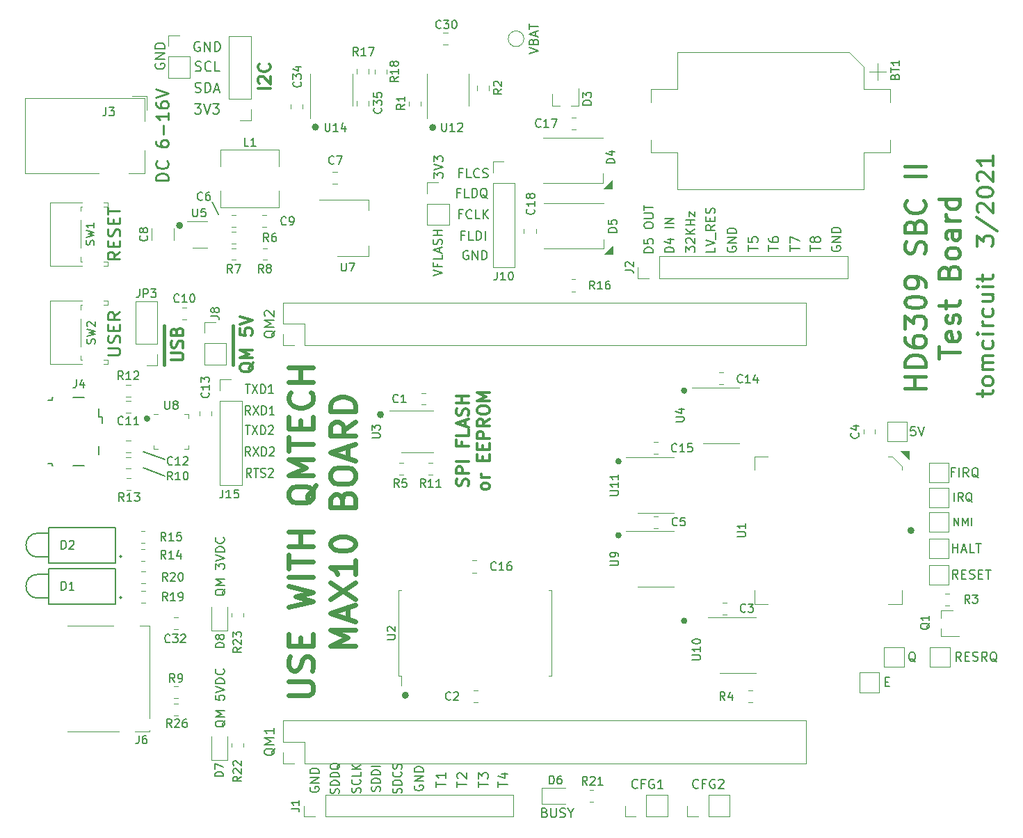
<source format=gbr>
%TF.GenerationSoftware,KiCad,Pcbnew,(5.1.9)-1*%
%TF.CreationDate,2021-03-26T15:36:56-04:00*%
%TF.ProjectId,hd6309sbc_v2c,68643633-3039-4736-9263-5f7632632e6b,1*%
%TF.SameCoordinates,Original*%
%TF.FileFunction,Legend,Top*%
%TF.FilePolarity,Positive*%
%FSLAX46Y46*%
G04 Gerber Fmt 4.6, Leading zero omitted, Abs format (unit mm)*
G04 Created by KiCad (PCBNEW (5.1.9)-1) date 2021-03-26 15:36:56*
%MOMM*%
%LPD*%
G01*
G04 APERTURE LIST*
%ADD10C,0.150000*%
%ADD11C,0.200000*%
%ADD12C,0.300000*%
%ADD13C,0.100000*%
%ADD14C,0.400000*%
%ADD15C,0.600000*%
%ADD16C,0.120000*%
%ADD17C,0.127000*%
%ADD18C,0.250000*%
G04 APERTURE END LIST*
D10*
X61600000Y-106400000D02*
X64200000Y-107400000D01*
D11*
X74776190Y-107557619D02*
X74442857Y-107033809D01*
X74204761Y-107557619D02*
X74204761Y-106457619D01*
X74585714Y-106457619D01*
X74680952Y-106510000D01*
X74728571Y-106562380D01*
X74776190Y-106667142D01*
X74776190Y-106824285D01*
X74728571Y-106929047D01*
X74680952Y-106981428D01*
X74585714Y-107033809D01*
X74204761Y-107033809D01*
X75061904Y-106457619D02*
X75633333Y-106457619D01*
X75347619Y-107557619D02*
X75347619Y-106457619D01*
X75919047Y-107505238D02*
X76061904Y-107557619D01*
X76300000Y-107557619D01*
X76395238Y-107505238D01*
X76442857Y-107452857D01*
X76490476Y-107348095D01*
X76490476Y-107243333D01*
X76442857Y-107138571D01*
X76395238Y-107086190D01*
X76300000Y-107033809D01*
X76109523Y-106981428D01*
X76014285Y-106929047D01*
X75966666Y-106876666D01*
X75919047Y-106771904D01*
X75919047Y-106667142D01*
X75966666Y-106562380D01*
X76014285Y-106510000D01*
X76109523Y-106457619D01*
X76347619Y-106457619D01*
X76490476Y-106510000D01*
X76871428Y-106562380D02*
X76919047Y-106510000D01*
X77014285Y-106457619D01*
X77252380Y-106457619D01*
X77347619Y-106510000D01*
X77395238Y-106562380D01*
X77442857Y-106667142D01*
X77442857Y-106771904D01*
X77395238Y-106929047D01*
X76823809Y-107557619D01*
X77442857Y-107557619D01*
X74657142Y-104957619D02*
X74323809Y-104433809D01*
X74085714Y-104957619D02*
X74085714Y-103857619D01*
X74466666Y-103857619D01*
X74561904Y-103910000D01*
X74609523Y-103962380D01*
X74657142Y-104067142D01*
X74657142Y-104224285D01*
X74609523Y-104329047D01*
X74561904Y-104381428D01*
X74466666Y-104433809D01*
X74085714Y-104433809D01*
X74990476Y-103857619D02*
X75657142Y-104957619D01*
X75657142Y-103857619D02*
X74990476Y-104957619D01*
X76038095Y-104957619D02*
X76038095Y-103857619D01*
X76276190Y-103857619D01*
X76419047Y-103910000D01*
X76514285Y-104014761D01*
X76561904Y-104119523D01*
X76609523Y-104329047D01*
X76609523Y-104486190D01*
X76561904Y-104695714D01*
X76514285Y-104800476D01*
X76419047Y-104905238D01*
X76276190Y-104957619D01*
X76038095Y-104957619D01*
X76990476Y-103962380D02*
X77038095Y-103910000D01*
X77133333Y-103857619D01*
X77371428Y-103857619D01*
X77466666Y-103910000D01*
X77514285Y-103962380D01*
X77561904Y-104067142D01*
X77561904Y-104171904D01*
X77514285Y-104329047D01*
X76942857Y-104957619D01*
X77561904Y-104957619D01*
X74061904Y-101257619D02*
X74633333Y-101257619D01*
X74347619Y-102357619D02*
X74347619Y-101257619D01*
X74871428Y-101257619D02*
X75538095Y-102357619D01*
X75538095Y-101257619D02*
X74871428Y-102357619D01*
X75919047Y-102357619D02*
X75919047Y-101257619D01*
X76157142Y-101257619D01*
X76300000Y-101310000D01*
X76395238Y-101414761D01*
X76442857Y-101519523D01*
X76490476Y-101729047D01*
X76490476Y-101886190D01*
X76442857Y-102095714D01*
X76395238Y-102200476D01*
X76300000Y-102305238D01*
X76157142Y-102357619D01*
X75919047Y-102357619D01*
X76871428Y-101362380D02*
X76919047Y-101310000D01*
X77014285Y-101257619D01*
X77252380Y-101257619D01*
X77347619Y-101310000D01*
X77395238Y-101362380D01*
X77442857Y-101467142D01*
X77442857Y-101571904D01*
X77395238Y-101729047D01*
X76823809Y-102357619D01*
X77442857Y-102357619D01*
X74657142Y-99957619D02*
X74323809Y-99433809D01*
X74085714Y-99957619D02*
X74085714Y-98857619D01*
X74466666Y-98857619D01*
X74561904Y-98910000D01*
X74609523Y-98962380D01*
X74657142Y-99067142D01*
X74657142Y-99224285D01*
X74609523Y-99329047D01*
X74561904Y-99381428D01*
X74466666Y-99433809D01*
X74085714Y-99433809D01*
X74990476Y-98857619D02*
X75657142Y-99957619D01*
X75657142Y-98857619D02*
X74990476Y-99957619D01*
X76038095Y-99957619D02*
X76038095Y-98857619D01*
X76276190Y-98857619D01*
X76419047Y-98910000D01*
X76514285Y-99014761D01*
X76561904Y-99119523D01*
X76609523Y-99329047D01*
X76609523Y-99486190D01*
X76561904Y-99695714D01*
X76514285Y-99800476D01*
X76419047Y-99905238D01*
X76276190Y-99957619D01*
X76038095Y-99957619D01*
X77561904Y-99957619D02*
X76990476Y-99957619D01*
X77276190Y-99957619D02*
X77276190Y-98857619D01*
X77180952Y-99014761D01*
X77085714Y-99119523D01*
X76990476Y-99171904D01*
X74061904Y-96257619D02*
X74633333Y-96257619D01*
X74347619Y-97357619D02*
X74347619Y-96257619D01*
X74871428Y-96257619D02*
X75538095Y-97357619D01*
X75538095Y-96257619D02*
X74871428Y-97357619D01*
X75919047Y-97357619D02*
X75919047Y-96257619D01*
X76157142Y-96257619D01*
X76300000Y-96310000D01*
X76395238Y-96414761D01*
X76442857Y-96519523D01*
X76490476Y-96729047D01*
X76490476Y-96886190D01*
X76442857Y-97095714D01*
X76395238Y-97200476D01*
X76300000Y-97305238D01*
X76157142Y-97357619D01*
X75919047Y-97357619D01*
X77442857Y-97357619D02*
X76871428Y-97357619D01*
X77157142Y-97357619D02*
X77157142Y-96257619D01*
X77061904Y-96414761D01*
X76966666Y-96519523D01*
X76871428Y-96571904D01*
X71602380Y-121123809D02*
X71550000Y-121228571D01*
X71445238Y-121333333D01*
X71288095Y-121490476D01*
X71235714Y-121595238D01*
X71235714Y-121700000D01*
X71497619Y-121647619D02*
X71445238Y-121752380D01*
X71340476Y-121857142D01*
X71130952Y-121909523D01*
X70764285Y-121909523D01*
X70554761Y-121857142D01*
X70450000Y-121752380D01*
X70397619Y-121647619D01*
X70397619Y-121438095D01*
X70450000Y-121333333D01*
X70554761Y-121228571D01*
X70764285Y-121176190D01*
X71130952Y-121176190D01*
X71340476Y-121228571D01*
X71445238Y-121333333D01*
X71497619Y-121438095D01*
X71497619Y-121647619D01*
X71497619Y-120704761D02*
X70397619Y-120704761D01*
X71183333Y-120338095D01*
X70397619Y-119971428D01*
X71497619Y-119971428D01*
X70397619Y-118714285D02*
X70397619Y-118033333D01*
X70816666Y-118400000D01*
X70816666Y-118242857D01*
X70869047Y-118138095D01*
X70921428Y-118085714D01*
X71026190Y-118033333D01*
X71288095Y-118033333D01*
X71392857Y-118085714D01*
X71445238Y-118138095D01*
X71497619Y-118242857D01*
X71497619Y-118557142D01*
X71445238Y-118661904D01*
X71392857Y-118714285D01*
X70397619Y-117719047D02*
X71497619Y-117352380D01*
X70397619Y-116985714D01*
X71497619Y-116619047D02*
X70397619Y-116619047D01*
X70397619Y-116357142D01*
X70450000Y-116200000D01*
X70554761Y-116095238D01*
X70659523Y-116042857D01*
X70869047Y-115990476D01*
X71026190Y-115990476D01*
X71235714Y-116042857D01*
X71340476Y-116095238D01*
X71445238Y-116200000D01*
X71497619Y-116357142D01*
X71497619Y-116619047D01*
X71392857Y-114890476D02*
X71445238Y-114942857D01*
X71497619Y-115100000D01*
X71497619Y-115204761D01*
X71445238Y-115361904D01*
X71340476Y-115466666D01*
X71235714Y-115519047D01*
X71026190Y-115571428D01*
X70869047Y-115571428D01*
X70659523Y-115519047D01*
X70554761Y-115466666D01*
X70450000Y-115361904D01*
X70397619Y-115204761D01*
X70397619Y-115100000D01*
X70450000Y-114942857D01*
X70502380Y-114890476D01*
X71602380Y-137123809D02*
X71550000Y-137228571D01*
X71445238Y-137333333D01*
X71288095Y-137490476D01*
X71235714Y-137595238D01*
X71235714Y-137700000D01*
X71497619Y-137647619D02*
X71445238Y-137752380D01*
X71340476Y-137857142D01*
X71130952Y-137909523D01*
X70764285Y-137909523D01*
X70554761Y-137857142D01*
X70450000Y-137752380D01*
X70397619Y-137647619D01*
X70397619Y-137438095D01*
X70450000Y-137333333D01*
X70554761Y-137228571D01*
X70764285Y-137176190D01*
X71130952Y-137176190D01*
X71340476Y-137228571D01*
X71445238Y-137333333D01*
X71497619Y-137438095D01*
X71497619Y-137647619D01*
X71497619Y-136704761D02*
X70397619Y-136704761D01*
X71183333Y-136338095D01*
X70397619Y-135971428D01*
X71497619Y-135971428D01*
X70397619Y-134085714D02*
X70397619Y-134609523D01*
X70921428Y-134661904D01*
X70869047Y-134609523D01*
X70816666Y-134504761D01*
X70816666Y-134242857D01*
X70869047Y-134138095D01*
X70921428Y-134085714D01*
X71026190Y-134033333D01*
X71288095Y-134033333D01*
X71392857Y-134085714D01*
X71445238Y-134138095D01*
X71497619Y-134242857D01*
X71497619Y-134504761D01*
X71445238Y-134609523D01*
X71392857Y-134661904D01*
X70397619Y-133719047D02*
X71497619Y-133352380D01*
X70397619Y-132985714D01*
X71497619Y-132619047D02*
X70397619Y-132619047D01*
X70397619Y-132357142D01*
X70450000Y-132200000D01*
X70554761Y-132095238D01*
X70659523Y-132042857D01*
X70869047Y-131990476D01*
X71026190Y-131990476D01*
X71235714Y-132042857D01*
X71340476Y-132095238D01*
X71445238Y-132200000D01*
X71497619Y-132357142D01*
X71497619Y-132619047D01*
X71392857Y-130890476D02*
X71445238Y-130942857D01*
X71497619Y-131100000D01*
X71497619Y-131204761D01*
X71445238Y-131361904D01*
X71340476Y-131466666D01*
X71235714Y-131519047D01*
X71026190Y-131571428D01*
X70869047Y-131571428D01*
X70659523Y-131519047D01*
X70554761Y-131466666D01*
X70450000Y-131361904D01*
X70397619Y-131204761D01*
X70397619Y-131100000D01*
X70450000Y-130942857D01*
X70502380Y-130890476D01*
X110507142Y-148321428D02*
X110664285Y-148373809D01*
X110716666Y-148426190D01*
X110769047Y-148530952D01*
X110769047Y-148688095D01*
X110716666Y-148792857D01*
X110664285Y-148845238D01*
X110559523Y-148897619D01*
X110140476Y-148897619D01*
X110140476Y-147797619D01*
X110507142Y-147797619D01*
X110611904Y-147850000D01*
X110664285Y-147902380D01*
X110716666Y-148007142D01*
X110716666Y-148111904D01*
X110664285Y-148216666D01*
X110611904Y-148269047D01*
X110507142Y-148321428D01*
X110140476Y-148321428D01*
X111240476Y-147797619D02*
X111240476Y-148688095D01*
X111292857Y-148792857D01*
X111345238Y-148845238D01*
X111450000Y-148897619D01*
X111659523Y-148897619D01*
X111764285Y-148845238D01*
X111816666Y-148792857D01*
X111869047Y-148688095D01*
X111869047Y-147797619D01*
X112340476Y-148845238D02*
X112497619Y-148897619D01*
X112759523Y-148897619D01*
X112864285Y-148845238D01*
X112916666Y-148792857D01*
X112969047Y-148688095D01*
X112969047Y-148583333D01*
X112916666Y-148478571D01*
X112864285Y-148426190D01*
X112759523Y-148373809D01*
X112550000Y-148321428D01*
X112445238Y-148269047D01*
X112392857Y-148216666D01*
X112340476Y-148111904D01*
X112340476Y-148007142D01*
X112392857Y-147902380D01*
X112445238Y-147850000D01*
X112550000Y-147797619D01*
X112811904Y-147797619D01*
X112969047Y-147850000D01*
X113650000Y-148373809D02*
X113650000Y-148897619D01*
X113283333Y-147797619D02*
X113650000Y-148373809D01*
X114016666Y-147797619D01*
D12*
X101132142Y-108600000D02*
X101203571Y-108385714D01*
X101203571Y-108028571D01*
X101132142Y-107885714D01*
X101060714Y-107814285D01*
X100917857Y-107742857D01*
X100775000Y-107742857D01*
X100632142Y-107814285D01*
X100560714Y-107885714D01*
X100489285Y-108028571D01*
X100417857Y-108314285D01*
X100346428Y-108457142D01*
X100275000Y-108528571D01*
X100132142Y-108600000D01*
X99989285Y-108600000D01*
X99846428Y-108528571D01*
X99775000Y-108457142D01*
X99703571Y-108314285D01*
X99703571Y-107957142D01*
X99775000Y-107742857D01*
X101203571Y-107100000D02*
X99703571Y-107100000D01*
X99703571Y-106528571D01*
X99775000Y-106385714D01*
X99846428Y-106314285D01*
X99989285Y-106242857D01*
X100203571Y-106242857D01*
X100346428Y-106314285D01*
X100417857Y-106385714D01*
X100489285Y-106528571D01*
X100489285Y-107100000D01*
X101203571Y-105600000D02*
X99703571Y-105600000D01*
X100417857Y-103242857D02*
X100417857Y-103742857D01*
X101203571Y-103742857D02*
X99703571Y-103742857D01*
X99703571Y-103028571D01*
X101203571Y-101742857D02*
X101203571Y-102457142D01*
X99703571Y-102457142D01*
X100775000Y-101314285D02*
X100775000Y-100600000D01*
X101203571Y-101457142D02*
X99703571Y-100957142D01*
X101203571Y-100457142D01*
X101132142Y-100028571D02*
X101203571Y-99814285D01*
X101203571Y-99457142D01*
X101132142Y-99314285D01*
X101060714Y-99242857D01*
X100917857Y-99171428D01*
X100775000Y-99171428D01*
X100632142Y-99242857D01*
X100560714Y-99314285D01*
X100489285Y-99457142D01*
X100417857Y-99742857D01*
X100346428Y-99885714D01*
X100275000Y-99957142D01*
X100132142Y-100028571D01*
X99989285Y-100028571D01*
X99846428Y-99957142D01*
X99775000Y-99885714D01*
X99703571Y-99742857D01*
X99703571Y-99385714D01*
X99775000Y-99171428D01*
X101203571Y-98528571D02*
X99703571Y-98528571D01*
X100417857Y-98528571D02*
X100417857Y-97671428D01*
X101203571Y-97671428D02*
X99703571Y-97671428D01*
X103753571Y-108742857D02*
X103682142Y-108885714D01*
X103610714Y-108957142D01*
X103467857Y-109028571D01*
X103039285Y-109028571D01*
X102896428Y-108957142D01*
X102825000Y-108885714D01*
X102753571Y-108742857D01*
X102753571Y-108528571D01*
X102825000Y-108385714D01*
X102896428Y-108314285D01*
X103039285Y-108242857D01*
X103467857Y-108242857D01*
X103610714Y-108314285D01*
X103682142Y-108385714D01*
X103753571Y-108528571D01*
X103753571Y-108742857D01*
X103753571Y-107600000D02*
X102753571Y-107600000D01*
X103039285Y-107600000D02*
X102896428Y-107528571D01*
X102825000Y-107457142D01*
X102753571Y-107314285D01*
X102753571Y-107171428D01*
X102967857Y-105528571D02*
X102967857Y-105028571D01*
X103753571Y-104814285D02*
X103753571Y-105528571D01*
X102253571Y-105528571D01*
X102253571Y-104814285D01*
X102967857Y-104171428D02*
X102967857Y-103671428D01*
X103753571Y-103457142D02*
X103753571Y-104171428D01*
X102253571Y-104171428D01*
X102253571Y-103457142D01*
X103753571Y-102814285D02*
X102253571Y-102814285D01*
X102253571Y-102242857D01*
X102325000Y-102100000D01*
X102396428Y-102028571D01*
X102539285Y-101957142D01*
X102753571Y-101957142D01*
X102896428Y-102028571D01*
X102967857Y-102100000D01*
X103039285Y-102242857D01*
X103039285Y-102814285D01*
X103753571Y-100457142D02*
X103039285Y-100957142D01*
X103753571Y-101314285D02*
X102253571Y-101314285D01*
X102253571Y-100742857D01*
X102325000Y-100600000D01*
X102396428Y-100528571D01*
X102539285Y-100457142D01*
X102753571Y-100457142D01*
X102896428Y-100528571D01*
X102967857Y-100600000D01*
X103039285Y-100742857D01*
X103039285Y-101314285D01*
X102253571Y-99528571D02*
X102253571Y-99242857D01*
X102325000Y-99100000D01*
X102467857Y-98957142D01*
X102753571Y-98885714D01*
X103253571Y-98885714D01*
X103539285Y-98957142D01*
X103682142Y-99100000D01*
X103753571Y-99242857D01*
X103753571Y-99528571D01*
X103682142Y-99671428D01*
X103539285Y-99814285D01*
X103253571Y-99885714D01*
X102753571Y-99885714D01*
X102467857Y-99814285D01*
X102325000Y-99671428D01*
X102253571Y-99528571D01*
X103753571Y-98242857D02*
X102253571Y-98242857D01*
X103325000Y-97742857D01*
X102253571Y-97242857D01*
X103753571Y-97242857D01*
D11*
X123697619Y-80202380D02*
X122597619Y-80202380D01*
X122597619Y-79940476D01*
X122650000Y-79783333D01*
X122754761Y-79678571D01*
X122859523Y-79626190D01*
X123069047Y-79573809D01*
X123226190Y-79573809D01*
X123435714Y-79626190D01*
X123540476Y-79678571D01*
X123645238Y-79783333D01*
X123697619Y-79940476D01*
X123697619Y-80202380D01*
X122597619Y-78578571D02*
X122597619Y-79102380D01*
X123121428Y-79154761D01*
X123069047Y-79102380D01*
X123016666Y-78997619D01*
X123016666Y-78735714D01*
X123069047Y-78630952D01*
X123121428Y-78578571D01*
X123226190Y-78526190D01*
X123488095Y-78526190D01*
X123592857Y-78578571D01*
X123645238Y-78630952D01*
X123697619Y-78735714D01*
X123697619Y-78997619D01*
X123645238Y-79102380D01*
X123592857Y-79154761D01*
X122597619Y-77007142D02*
X122597619Y-76797619D01*
X122650000Y-76692857D01*
X122754761Y-76588095D01*
X122964285Y-76535714D01*
X123330952Y-76535714D01*
X123540476Y-76588095D01*
X123645238Y-76692857D01*
X123697619Y-76797619D01*
X123697619Y-77007142D01*
X123645238Y-77111904D01*
X123540476Y-77216666D01*
X123330952Y-77269047D01*
X122964285Y-77269047D01*
X122754761Y-77216666D01*
X122650000Y-77111904D01*
X122597619Y-77007142D01*
X122597619Y-76064285D02*
X123488095Y-76064285D01*
X123592857Y-76011904D01*
X123645238Y-75959523D01*
X123697619Y-75854761D01*
X123697619Y-75645238D01*
X123645238Y-75540476D01*
X123592857Y-75488095D01*
X123488095Y-75435714D01*
X122597619Y-75435714D01*
X122597619Y-75069047D02*
X122597619Y-74440476D01*
X123697619Y-74754761D02*
X122597619Y-74754761D01*
X126197619Y-80169047D02*
X125097619Y-80169047D01*
X125097619Y-79907142D01*
X125150000Y-79750000D01*
X125254761Y-79645238D01*
X125359523Y-79592857D01*
X125569047Y-79540476D01*
X125726190Y-79540476D01*
X125935714Y-79592857D01*
X126040476Y-79645238D01*
X126145238Y-79750000D01*
X126197619Y-79907142D01*
X126197619Y-80169047D01*
X125464285Y-78597619D02*
X126197619Y-78597619D01*
X125045238Y-78859523D02*
X125830952Y-79121428D01*
X125830952Y-78440476D01*
X126197619Y-77183333D02*
X125097619Y-77183333D01*
X126197619Y-76659523D02*
X125097619Y-76659523D01*
X126197619Y-76030952D01*
X125097619Y-76030952D01*
X131197619Y-79621428D02*
X131197619Y-80145238D01*
X130097619Y-80145238D01*
X130097619Y-79411904D02*
X131197619Y-79045238D01*
X130097619Y-78678571D01*
X131302380Y-78573809D02*
X131302380Y-77735714D01*
X131197619Y-76845238D02*
X130673809Y-77211904D01*
X131197619Y-77473809D02*
X130097619Y-77473809D01*
X130097619Y-77054761D01*
X130150000Y-76950000D01*
X130202380Y-76897619D01*
X130307142Y-76845238D01*
X130464285Y-76845238D01*
X130569047Y-76897619D01*
X130621428Y-76950000D01*
X130673809Y-77054761D01*
X130673809Y-77473809D01*
X130621428Y-76373809D02*
X130621428Y-76007142D01*
X131197619Y-75850000D02*
X131197619Y-76373809D01*
X130097619Y-76373809D01*
X130097619Y-75850000D01*
X131145238Y-75430952D02*
X131197619Y-75273809D01*
X131197619Y-75011904D01*
X131145238Y-74907142D01*
X131092857Y-74854761D01*
X130988095Y-74802380D01*
X130883333Y-74802380D01*
X130778571Y-74854761D01*
X130726190Y-74907142D01*
X130673809Y-75011904D01*
X130621428Y-75221428D01*
X130569047Y-75326190D01*
X130516666Y-75378571D01*
X130411904Y-75430952D01*
X130307142Y-75430952D01*
X130202380Y-75378571D01*
X130150000Y-75326190D01*
X130097619Y-75221428D01*
X130097619Y-74959523D01*
X130150000Y-74802380D01*
X127697619Y-80161904D02*
X127697619Y-79480952D01*
X128116666Y-79847619D01*
X128116666Y-79690476D01*
X128169047Y-79585714D01*
X128221428Y-79533333D01*
X128326190Y-79480952D01*
X128588095Y-79480952D01*
X128692857Y-79533333D01*
X128745238Y-79585714D01*
X128797619Y-79690476D01*
X128797619Y-80004761D01*
X128745238Y-80109523D01*
X128692857Y-80161904D01*
X127802380Y-79061904D02*
X127750000Y-79009523D01*
X127697619Y-78904761D01*
X127697619Y-78642857D01*
X127750000Y-78538095D01*
X127802380Y-78485714D01*
X127907142Y-78433333D01*
X128011904Y-78433333D01*
X128169047Y-78485714D01*
X128797619Y-79114285D01*
X128797619Y-78433333D01*
X128797619Y-77961904D02*
X127697619Y-77961904D01*
X128797619Y-77333333D02*
X128169047Y-77804761D01*
X127697619Y-77333333D02*
X128326190Y-77961904D01*
X128797619Y-76861904D02*
X127697619Y-76861904D01*
X128221428Y-76861904D02*
X128221428Y-76233333D01*
X128797619Y-76233333D02*
X127697619Y-76233333D01*
X128064285Y-75814285D02*
X128064285Y-75238095D01*
X128797619Y-75814285D01*
X128797619Y-75238095D01*
X132750000Y-79538095D02*
X132697619Y-79642857D01*
X132697619Y-79800000D01*
X132750000Y-79957142D01*
X132854761Y-80061904D01*
X132959523Y-80114285D01*
X133169047Y-80166666D01*
X133326190Y-80166666D01*
X133535714Y-80114285D01*
X133640476Y-80061904D01*
X133745238Y-79957142D01*
X133797619Y-79800000D01*
X133797619Y-79695238D01*
X133745238Y-79538095D01*
X133692857Y-79485714D01*
X133326190Y-79485714D01*
X133326190Y-79695238D01*
X133797619Y-79014285D02*
X132697619Y-79014285D01*
X133797619Y-78385714D01*
X132697619Y-78385714D01*
X133797619Y-77861904D02*
X132697619Y-77861904D01*
X132697619Y-77600000D01*
X132750000Y-77442857D01*
X132854761Y-77338095D01*
X132959523Y-77285714D01*
X133169047Y-77233333D01*
X133326190Y-77233333D01*
X133535714Y-77285714D01*
X133640476Y-77338095D01*
X133745238Y-77442857D01*
X133797619Y-77600000D01*
X133797619Y-77861904D01*
D13*
G36*
X154828042Y-105365524D02*
G01*
X153828042Y-104365524D01*
X154828042Y-104365524D01*
X154828042Y-105365524D01*
G37*
X154828042Y-105365524D02*
X153828042Y-104365524D01*
X154828042Y-104365524D01*
X154828042Y-105365524D01*
G36*
X118684476Y-72428042D02*
G01*
X117684476Y-72428042D01*
X118684476Y-71428042D01*
X118684476Y-72428042D01*
G37*
X118684476Y-72428042D02*
X117684476Y-72428042D01*
X118684476Y-71428042D01*
X118684476Y-72428042D01*
G36*
X118734476Y-80428042D02*
G01*
X117734476Y-80428042D01*
X118734476Y-79428042D01*
X118734476Y-80428042D01*
G37*
X118734476Y-80428042D02*
X117734476Y-80428042D01*
X118734476Y-79428042D01*
X118734476Y-80428042D01*
D11*
X94650000Y-145038095D02*
X94597619Y-145142857D01*
X94597619Y-145300000D01*
X94650000Y-145457142D01*
X94754761Y-145561904D01*
X94859523Y-145614285D01*
X95069047Y-145666666D01*
X95226190Y-145666666D01*
X95435714Y-145614285D01*
X95540476Y-145561904D01*
X95645238Y-145457142D01*
X95697619Y-145300000D01*
X95697619Y-145195238D01*
X95645238Y-145038095D01*
X95592857Y-144985714D01*
X95226190Y-144985714D01*
X95226190Y-145195238D01*
X95697619Y-144514285D02*
X94597619Y-144514285D01*
X95697619Y-143885714D01*
X94597619Y-143885714D01*
X95697619Y-143361904D02*
X94597619Y-143361904D01*
X94597619Y-143100000D01*
X94650000Y-142942857D01*
X94754761Y-142838095D01*
X94859523Y-142785714D01*
X95069047Y-142733333D01*
X95226190Y-142733333D01*
X95435714Y-142785714D01*
X95540476Y-142838095D01*
X95645238Y-142942857D01*
X95697619Y-143100000D01*
X95697619Y-143361904D01*
X81950000Y-145238095D02*
X81897619Y-145342857D01*
X81897619Y-145500000D01*
X81950000Y-145657142D01*
X82054761Y-145761904D01*
X82159523Y-145814285D01*
X82369047Y-145866666D01*
X82526190Y-145866666D01*
X82735714Y-145814285D01*
X82840476Y-145761904D01*
X82945238Y-145657142D01*
X82997619Y-145500000D01*
X82997619Y-145395238D01*
X82945238Y-145238095D01*
X82892857Y-145185714D01*
X82526190Y-145185714D01*
X82526190Y-145395238D01*
X82997619Y-144714285D02*
X81897619Y-144714285D01*
X82997619Y-144085714D01*
X81897619Y-144085714D01*
X82997619Y-143561904D02*
X81897619Y-143561904D01*
X81897619Y-143300000D01*
X81950000Y-143142857D01*
X82054761Y-143038095D01*
X82159523Y-142985714D01*
X82369047Y-142933333D01*
X82526190Y-142933333D01*
X82735714Y-142985714D01*
X82840476Y-143038095D01*
X82945238Y-143142857D01*
X82997619Y-143300000D01*
X82997619Y-143561904D01*
X145450000Y-79438095D02*
X145397619Y-79542857D01*
X145397619Y-79700000D01*
X145450000Y-79857142D01*
X145554761Y-79961904D01*
X145659523Y-80014285D01*
X145869047Y-80066666D01*
X146026190Y-80066666D01*
X146235714Y-80014285D01*
X146340476Y-79961904D01*
X146445238Y-79857142D01*
X146497619Y-79700000D01*
X146497619Y-79595238D01*
X146445238Y-79438095D01*
X146392857Y-79385714D01*
X146026190Y-79385714D01*
X146026190Y-79595238D01*
X146497619Y-78914285D02*
X145397619Y-78914285D01*
X146497619Y-78285714D01*
X145397619Y-78285714D01*
X146497619Y-77761904D02*
X145397619Y-77761904D01*
X145397619Y-77500000D01*
X145450000Y-77342857D01*
X145554761Y-77238095D01*
X145659523Y-77185714D01*
X145869047Y-77133333D01*
X146026190Y-77133333D01*
X146235714Y-77185714D01*
X146340476Y-77238095D01*
X146445238Y-77342857D01*
X146497619Y-77500000D01*
X146497619Y-77761904D01*
X101161904Y-80010000D02*
X101057142Y-79957619D01*
X100900000Y-79957619D01*
X100742857Y-80010000D01*
X100638095Y-80114761D01*
X100585714Y-80219523D01*
X100533333Y-80429047D01*
X100533333Y-80586190D01*
X100585714Y-80795714D01*
X100638095Y-80900476D01*
X100742857Y-81005238D01*
X100900000Y-81057619D01*
X101004761Y-81057619D01*
X101161904Y-81005238D01*
X101214285Y-80952857D01*
X101214285Y-80586190D01*
X101004761Y-80586190D01*
X101685714Y-81057619D02*
X101685714Y-79957619D01*
X102314285Y-81057619D01*
X102314285Y-79957619D01*
X102838095Y-81057619D02*
X102838095Y-79957619D01*
X103100000Y-79957619D01*
X103257142Y-80010000D01*
X103361904Y-80114761D01*
X103414285Y-80219523D01*
X103466666Y-80429047D01*
X103466666Y-80586190D01*
X103414285Y-80795714D01*
X103361904Y-80900476D01*
X103257142Y-81005238D01*
X103100000Y-81057619D01*
X102838095Y-81057619D01*
X96997619Y-71161904D02*
X96997619Y-70480952D01*
X97416666Y-70847619D01*
X97416666Y-70690476D01*
X97469047Y-70585714D01*
X97521428Y-70533333D01*
X97626190Y-70480952D01*
X97888095Y-70480952D01*
X97992857Y-70533333D01*
X98045238Y-70585714D01*
X98097619Y-70690476D01*
X98097619Y-71004761D01*
X98045238Y-71109523D01*
X97992857Y-71161904D01*
X96997619Y-70166666D02*
X98097619Y-69800000D01*
X96997619Y-69433333D01*
X96997619Y-69171428D02*
X96997619Y-68490476D01*
X97416666Y-68857142D01*
X97416666Y-68700000D01*
X97469047Y-68595238D01*
X97521428Y-68542857D01*
X97626190Y-68490476D01*
X97888095Y-68490476D01*
X97992857Y-68542857D01*
X98045238Y-68595238D01*
X98097619Y-68700000D01*
X98097619Y-69014285D01*
X98045238Y-69119047D01*
X97992857Y-69171428D01*
D12*
X127691840Y-125006544D02*
G75*
G03*
X127691840Y-125006544I-223607J0D01*
G01*
X119691840Y-114606544D02*
G75*
G03*
X119691840Y-114606544I-223607J0D01*
G01*
X119691840Y-105606544D02*
G75*
G03*
X119691840Y-105606544I-223607J0D01*
G01*
X127691840Y-97006544D02*
G75*
G03*
X127691840Y-97006544I-223607J0D01*
G01*
D11*
X68485714Y-54600000D02*
X68371428Y-54542857D01*
X68200000Y-54542857D01*
X68028571Y-54600000D01*
X67914285Y-54714285D01*
X67857142Y-54828571D01*
X67800000Y-55057142D01*
X67800000Y-55228571D01*
X67857142Y-55457142D01*
X67914285Y-55571428D01*
X68028571Y-55685714D01*
X68200000Y-55742857D01*
X68314285Y-55742857D01*
X68485714Y-55685714D01*
X68542857Y-55628571D01*
X68542857Y-55228571D01*
X68314285Y-55228571D01*
X69057142Y-55742857D02*
X69057142Y-54542857D01*
X69742857Y-55742857D01*
X69742857Y-54542857D01*
X70314285Y-55742857D02*
X70314285Y-54542857D01*
X70600000Y-54542857D01*
X70771428Y-54600000D01*
X70885714Y-54714285D01*
X70942857Y-54828571D01*
X71000000Y-55057142D01*
X71000000Y-55228571D01*
X70942857Y-55457142D01*
X70885714Y-55571428D01*
X70771428Y-55685714D01*
X70600000Y-55742857D01*
X70314285Y-55742857D01*
X67914285Y-62142857D02*
X68657142Y-62142857D01*
X68257142Y-62600000D01*
X68428571Y-62600000D01*
X68542857Y-62657142D01*
X68600000Y-62714285D01*
X68657142Y-62828571D01*
X68657142Y-63114285D01*
X68600000Y-63228571D01*
X68542857Y-63285714D01*
X68428571Y-63342857D01*
X68085714Y-63342857D01*
X67971428Y-63285714D01*
X67914285Y-63228571D01*
X69000000Y-62142857D02*
X69400000Y-63342857D01*
X69800000Y-62142857D01*
X70085714Y-62142857D02*
X70828571Y-62142857D01*
X70428571Y-62600000D01*
X70600000Y-62600000D01*
X70714285Y-62657142D01*
X70771428Y-62714285D01*
X70828571Y-62828571D01*
X70828571Y-63114285D01*
X70771428Y-63228571D01*
X70714285Y-63285714D01*
X70600000Y-63342857D01*
X70257142Y-63342857D01*
X70142857Y-63285714D01*
X70085714Y-63228571D01*
X67942857Y-60685714D02*
X68114285Y-60742857D01*
X68400000Y-60742857D01*
X68514285Y-60685714D01*
X68571428Y-60628571D01*
X68628571Y-60514285D01*
X68628571Y-60400000D01*
X68571428Y-60285714D01*
X68514285Y-60228571D01*
X68400000Y-60171428D01*
X68171428Y-60114285D01*
X68057142Y-60057142D01*
X68000000Y-60000000D01*
X67942857Y-59885714D01*
X67942857Y-59771428D01*
X68000000Y-59657142D01*
X68057142Y-59600000D01*
X68171428Y-59542857D01*
X68457142Y-59542857D01*
X68628571Y-59600000D01*
X69142857Y-60742857D02*
X69142857Y-59542857D01*
X69428571Y-59542857D01*
X69600000Y-59600000D01*
X69714285Y-59714285D01*
X69771428Y-59828571D01*
X69828571Y-60057142D01*
X69828571Y-60228571D01*
X69771428Y-60457142D01*
X69714285Y-60571428D01*
X69600000Y-60685714D01*
X69428571Y-60742857D01*
X69142857Y-60742857D01*
X70285714Y-60400000D02*
X70857142Y-60400000D01*
X70171428Y-60742857D02*
X70571428Y-59542857D01*
X70971428Y-60742857D01*
X67971428Y-58085714D02*
X68142857Y-58142857D01*
X68428571Y-58142857D01*
X68542857Y-58085714D01*
X68600000Y-58028571D01*
X68657142Y-57914285D01*
X68657142Y-57800000D01*
X68600000Y-57685714D01*
X68542857Y-57628571D01*
X68428571Y-57571428D01*
X68200000Y-57514285D01*
X68085714Y-57457142D01*
X68028571Y-57400000D01*
X67971428Y-57285714D01*
X67971428Y-57171428D01*
X68028571Y-57057142D01*
X68085714Y-57000000D01*
X68200000Y-56942857D01*
X68485714Y-56942857D01*
X68657142Y-57000000D01*
X69857142Y-58028571D02*
X69800000Y-58085714D01*
X69628571Y-58142857D01*
X69514285Y-58142857D01*
X69342857Y-58085714D01*
X69228571Y-57971428D01*
X69171428Y-57857142D01*
X69114285Y-57628571D01*
X69114285Y-57457142D01*
X69171428Y-57228571D01*
X69228571Y-57114285D01*
X69342857Y-57000000D01*
X69514285Y-56942857D01*
X69628571Y-56942857D01*
X69800000Y-57000000D01*
X69857142Y-57057142D01*
X70942857Y-58142857D02*
X70371428Y-58142857D01*
X70371428Y-56942857D01*
X137742857Y-80014285D02*
X137742857Y-79328571D01*
X138942857Y-79671428D02*
X137742857Y-79671428D01*
X137742857Y-78414285D02*
X137742857Y-78642857D01*
X137800000Y-78757142D01*
X137857142Y-78814285D01*
X138028571Y-78928571D01*
X138257142Y-78985714D01*
X138714285Y-78985714D01*
X138828571Y-78928571D01*
X138885714Y-78871428D01*
X138942857Y-78757142D01*
X138942857Y-78528571D01*
X138885714Y-78414285D01*
X138828571Y-78357142D01*
X138714285Y-78300000D01*
X138428571Y-78300000D01*
X138314285Y-78357142D01*
X138257142Y-78414285D01*
X138200000Y-78528571D01*
X138200000Y-78757142D01*
X138257142Y-78871428D01*
X138314285Y-78928571D01*
X138428571Y-78985714D01*
X140342857Y-80014285D02*
X140342857Y-79328571D01*
X141542857Y-79671428D02*
X140342857Y-79671428D01*
X140342857Y-79042857D02*
X140342857Y-78242857D01*
X141542857Y-78757142D01*
X142842857Y-80014285D02*
X142842857Y-79328571D01*
X144042857Y-79671428D02*
X142842857Y-79671428D01*
X143357142Y-78757142D02*
X143300000Y-78871428D01*
X143242857Y-78928571D01*
X143128571Y-78985714D01*
X143071428Y-78985714D01*
X142957142Y-78928571D01*
X142900000Y-78871428D01*
X142842857Y-78757142D01*
X142842857Y-78528571D01*
X142900000Y-78414285D01*
X142957142Y-78357142D01*
X143071428Y-78300000D01*
X143128571Y-78300000D01*
X143242857Y-78357142D01*
X143300000Y-78414285D01*
X143357142Y-78528571D01*
X143357142Y-78757142D01*
X143414285Y-78871428D01*
X143471428Y-78928571D01*
X143585714Y-78985714D01*
X143814285Y-78985714D01*
X143928571Y-78928571D01*
X143985714Y-78871428D01*
X144042857Y-78757142D01*
X144042857Y-78528571D01*
X143985714Y-78414285D01*
X143928571Y-78357142D01*
X143814285Y-78300000D01*
X143585714Y-78300000D01*
X143471428Y-78357142D01*
X143414285Y-78414285D01*
X143357142Y-78528571D01*
X135242857Y-80014285D02*
X135242857Y-79328571D01*
X136442857Y-79671428D02*
X135242857Y-79671428D01*
X135242857Y-78357142D02*
X135242857Y-78928571D01*
X135814285Y-78985714D01*
X135757142Y-78928571D01*
X135700000Y-78814285D01*
X135700000Y-78528571D01*
X135757142Y-78414285D01*
X135814285Y-78357142D01*
X135928571Y-78300000D01*
X136214285Y-78300000D01*
X136328571Y-78357142D01*
X136385714Y-78414285D01*
X136442857Y-78528571D01*
X136442857Y-78814285D01*
X136385714Y-78928571D01*
X136328571Y-78985714D01*
X88025238Y-145890476D02*
X88077619Y-145747619D01*
X88077619Y-145509523D01*
X88025238Y-145414285D01*
X87972857Y-145366666D01*
X87868095Y-145319047D01*
X87763333Y-145319047D01*
X87658571Y-145366666D01*
X87606190Y-145414285D01*
X87553809Y-145509523D01*
X87501428Y-145700000D01*
X87449047Y-145795238D01*
X87396666Y-145842857D01*
X87291904Y-145890476D01*
X87187142Y-145890476D01*
X87082380Y-145842857D01*
X87030000Y-145795238D01*
X86977619Y-145700000D01*
X86977619Y-145461904D01*
X87030000Y-145319047D01*
X87972857Y-144319047D02*
X88025238Y-144366666D01*
X88077619Y-144509523D01*
X88077619Y-144604761D01*
X88025238Y-144747619D01*
X87920476Y-144842857D01*
X87815714Y-144890476D01*
X87606190Y-144938095D01*
X87449047Y-144938095D01*
X87239523Y-144890476D01*
X87134761Y-144842857D01*
X87030000Y-144747619D01*
X86977619Y-144604761D01*
X86977619Y-144509523D01*
X87030000Y-144366666D01*
X87082380Y-144319047D01*
X88077619Y-143414285D02*
X88077619Y-143890476D01*
X86977619Y-143890476D01*
X88077619Y-143080952D02*
X86977619Y-143080952D01*
X88077619Y-142509523D02*
X87449047Y-142938095D01*
X86977619Y-142509523D02*
X87606190Y-143080952D01*
X90425238Y-145723809D02*
X90477619Y-145580952D01*
X90477619Y-145342857D01*
X90425238Y-145247619D01*
X90372857Y-145200000D01*
X90268095Y-145152380D01*
X90163333Y-145152380D01*
X90058571Y-145200000D01*
X90006190Y-145247619D01*
X89953809Y-145342857D01*
X89901428Y-145533333D01*
X89849047Y-145628571D01*
X89796666Y-145676190D01*
X89691904Y-145723809D01*
X89587142Y-145723809D01*
X89482380Y-145676190D01*
X89430000Y-145628571D01*
X89377619Y-145533333D01*
X89377619Y-145295238D01*
X89430000Y-145152380D01*
X90477619Y-144723809D02*
X89377619Y-144723809D01*
X89377619Y-144485714D01*
X89430000Y-144342857D01*
X89534761Y-144247619D01*
X89639523Y-144200000D01*
X89849047Y-144152380D01*
X90006190Y-144152380D01*
X90215714Y-144200000D01*
X90320476Y-144247619D01*
X90425238Y-144342857D01*
X90477619Y-144485714D01*
X90477619Y-144723809D01*
X90477619Y-143723809D02*
X89377619Y-143723809D01*
X89377619Y-143485714D01*
X89430000Y-143342857D01*
X89534761Y-143247619D01*
X89639523Y-143200000D01*
X89849047Y-143152380D01*
X90006190Y-143152380D01*
X90215714Y-143200000D01*
X90320476Y-143247619D01*
X90425238Y-143342857D01*
X90477619Y-143485714D01*
X90477619Y-143723809D01*
X90477619Y-142723809D02*
X89377619Y-142723809D01*
X93025238Y-145961904D02*
X93077619Y-145819047D01*
X93077619Y-145580952D01*
X93025238Y-145485714D01*
X92972857Y-145438095D01*
X92868095Y-145390476D01*
X92763333Y-145390476D01*
X92658571Y-145438095D01*
X92606190Y-145485714D01*
X92553809Y-145580952D01*
X92501428Y-145771428D01*
X92449047Y-145866666D01*
X92396666Y-145914285D01*
X92291904Y-145961904D01*
X92187142Y-145961904D01*
X92082380Y-145914285D01*
X92030000Y-145866666D01*
X91977619Y-145771428D01*
X91977619Y-145533333D01*
X92030000Y-145390476D01*
X93077619Y-144961904D02*
X91977619Y-144961904D01*
X91977619Y-144723809D01*
X92030000Y-144580952D01*
X92134761Y-144485714D01*
X92239523Y-144438095D01*
X92449047Y-144390476D01*
X92606190Y-144390476D01*
X92815714Y-144438095D01*
X92920476Y-144485714D01*
X93025238Y-144580952D01*
X93077619Y-144723809D01*
X93077619Y-144961904D01*
X92972857Y-143390476D02*
X93025238Y-143438095D01*
X93077619Y-143580952D01*
X93077619Y-143676190D01*
X93025238Y-143819047D01*
X92920476Y-143914285D01*
X92815714Y-143961904D01*
X92606190Y-144009523D01*
X92449047Y-144009523D01*
X92239523Y-143961904D01*
X92134761Y-143914285D01*
X92030000Y-143819047D01*
X91977619Y-143676190D01*
X91977619Y-143580952D01*
X92030000Y-143438095D01*
X92082380Y-143390476D01*
X93025238Y-143009523D02*
X93077619Y-142866666D01*
X93077619Y-142628571D01*
X93025238Y-142533333D01*
X92972857Y-142485714D01*
X92868095Y-142438095D01*
X92763333Y-142438095D01*
X92658571Y-142485714D01*
X92606190Y-142533333D01*
X92553809Y-142628571D01*
X92501428Y-142819047D01*
X92449047Y-142914285D01*
X92396666Y-142961904D01*
X92291904Y-143009523D01*
X92187142Y-143009523D01*
X92082380Y-142961904D01*
X92030000Y-142914285D01*
X91977619Y-142819047D01*
X91977619Y-142580952D01*
X92030000Y-142438095D01*
X85425238Y-146009523D02*
X85477619Y-145866666D01*
X85477619Y-145628571D01*
X85425238Y-145533333D01*
X85372857Y-145485714D01*
X85268095Y-145438095D01*
X85163333Y-145438095D01*
X85058571Y-145485714D01*
X85006190Y-145533333D01*
X84953809Y-145628571D01*
X84901428Y-145819047D01*
X84849047Y-145914285D01*
X84796666Y-145961904D01*
X84691904Y-146009523D01*
X84587142Y-146009523D01*
X84482380Y-145961904D01*
X84430000Y-145914285D01*
X84377619Y-145819047D01*
X84377619Y-145580952D01*
X84430000Y-145438095D01*
X85477619Y-145009523D02*
X84377619Y-145009523D01*
X84377619Y-144771428D01*
X84430000Y-144628571D01*
X84534761Y-144533333D01*
X84639523Y-144485714D01*
X84849047Y-144438095D01*
X85006190Y-144438095D01*
X85215714Y-144485714D01*
X85320476Y-144533333D01*
X85425238Y-144628571D01*
X85477619Y-144771428D01*
X85477619Y-145009523D01*
X85477619Y-144009523D02*
X84377619Y-144009523D01*
X84377619Y-143771428D01*
X84430000Y-143628571D01*
X84534761Y-143533333D01*
X84639523Y-143485714D01*
X84849047Y-143438095D01*
X85006190Y-143438095D01*
X85215714Y-143485714D01*
X85320476Y-143533333D01*
X85425238Y-143628571D01*
X85477619Y-143771428D01*
X85477619Y-144009523D01*
X85582380Y-142342857D02*
X85530000Y-142438095D01*
X85425238Y-142533333D01*
X85268095Y-142676190D01*
X85215714Y-142771428D01*
X85215714Y-142866666D01*
X85477619Y-142819047D02*
X85425238Y-142914285D01*
X85320476Y-143009523D01*
X85110952Y-143057142D01*
X84744285Y-143057142D01*
X84534761Y-143009523D01*
X84430000Y-142914285D01*
X84377619Y-142819047D01*
X84377619Y-142628571D01*
X84430000Y-142533333D01*
X84534761Y-142438095D01*
X84744285Y-142390476D01*
X85110952Y-142390476D01*
X85320476Y-142438095D01*
X85425238Y-142533333D01*
X85477619Y-142628571D01*
X85477619Y-142819047D01*
X102422857Y-145214285D02*
X102422857Y-144528571D01*
X103622857Y-144871428D02*
X102422857Y-144871428D01*
X102422857Y-144242857D02*
X102422857Y-143500000D01*
X102880000Y-143900000D01*
X102880000Y-143728571D01*
X102937142Y-143614285D01*
X102994285Y-143557142D01*
X103108571Y-143500000D01*
X103394285Y-143500000D01*
X103508571Y-143557142D01*
X103565714Y-143614285D01*
X103622857Y-143728571D01*
X103622857Y-144071428D01*
X103565714Y-144185714D01*
X103508571Y-144242857D01*
X104822857Y-145214285D02*
X104822857Y-144528571D01*
X106022857Y-144871428D02*
X104822857Y-144871428D01*
X105222857Y-143614285D02*
X106022857Y-143614285D01*
X104765714Y-143900000D02*
X105622857Y-144185714D01*
X105622857Y-143442857D01*
X97262857Y-145214285D02*
X97262857Y-144528571D01*
X98462857Y-144871428D02*
X97262857Y-144871428D01*
X98462857Y-143500000D02*
X98462857Y-144185714D01*
X98462857Y-143842857D02*
X97262857Y-143842857D01*
X97434285Y-143957142D01*
X97548571Y-144071428D01*
X97605714Y-144185714D01*
X99822857Y-145214285D02*
X99822857Y-144528571D01*
X101022857Y-144871428D02*
X99822857Y-144871428D01*
X99937142Y-144185714D02*
X99880000Y-144128571D01*
X99822857Y-144014285D01*
X99822857Y-143728571D01*
X99880000Y-143614285D01*
X99937142Y-143557142D01*
X100051428Y-143500000D01*
X100165714Y-143500000D01*
X100337142Y-143557142D01*
X101022857Y-144242857D01*
X101022857Y-143500000D01*
D14*
X72543216Y-89074744D02*
X72543216Y-93874744D01*
D12*
X75021428Y-93614285D02*
X74950000Y-93757142D01*
X74807142Y-93900000D01*
X74592857Y-94114285D01*
X74521428Y-94257142D01*
X74521428Y-94400000D01*
X74878571Y-94328571D02*
X74807142Y-94471428D01*
X74664285Y-94614285D01*
X74378571Y-94685714D01*
X73878571Y-94685714D01*
X73592857Y-94614285D01*
X73450000Y-94471428D01*
X73378571Y-94328571D01*
X73378571Y-94042857D01*
X73450000Y-93900000D01*
X73592857Y-93757142D01*
X73878571Y-93685714D01*
X74378571Y-93685714D01*
X74664285Y-93757142D01*
X74807142Y-93900000D01*
X74878571Y-94042857D01*
X74878571Y-94328571D01*
X74878571Y-93042857D02*
X73378571Y-93042857D01*
X74450000Y-92542857D01*
X73378571Y-92042857D01*
X74878571Y-92042857D01*
X73378571Y-89471428D02*
X73378571Y-90185714D01*
X74092857Y-90257142D01*
X74021428Y-90185714D01*
X73950000Y-90042857D01*
X73950000Y-89685714D01*
X74021428Y-89542857D01*
X74092857Y-89471428D01*
X74235714Y-89400000D01*
X74592857Y-89400000D01*
X74735714Y-89471428D01*
X74807142Y-89542857D01*
X74878571Y-89685714D01*
X74878571Y-90042857D01*
X74807142Y-90185714D01*
X74735714Y-90257142D01*
X73378571Y-88971428D02*
X74878571Y-88471428D01*
X73378571Y-87971428D01*
D10*
X70000000Y-74000000D02*
X70800000Y-75600000D01*
D15*
X79307142Y-134071428D02*
X81735714Y-134071428D01*
X82021428Y-133928571D01*
X82164285Y-133785714D01*
X82307142Y-133500000D01*
X82307142Y-132928571D01*
X82164285Y-132642857D01*
X82021428Y-132500000D01*
X81735714Y-132357142D01*
X79307142Y-132357142D01*
X82164285Y-131071428D02*
X82307142Y-130642857D01*
X82307142Y-129928571D01*
X82164285Y-129642857D01*
X82021428Y-129500000D01*
X81735714Y-129357142D01*
X81450000Y-129357142D01*
X81164285Y-129500000D01*
X81021428Y-129642857D01*
X80878571Y-129928571D01*
X80735714Y-130500000D01*
X80592857Y-130785714D01*
X80450000Y-130928571D01*
X80164285Y-131071428D01*
X79878571Y-131071428D01*
X79592857Y-130928571D01*
X79450000Y-130785714D01*
X79307142Y-130500000D01*
X79307142Y-129785714D01*
X79450000Y-129357142D01*
X80735714Y-128071428D02*
X80735714Y-127071428D01*
X82307142Y-126642857D02*
X82307142Y-128071428D01*
X79307142Y-128071428D01*
X79307142Y-126642857D01*
X79307142Y-123357142D02*
X82307142Y-122642857D01*
X80164285Y-122071428D01*
X82307142Y-121500000D01*
X79307142Y-120785714D01*
X82307142Y-119642857D02*
X79307142Y-119642857D01*
X79307142Y-118642857D02*
X79307142Y-116928571D01*
X82307142Y-117785714D02*
X79307142Y-117785714D01*
X82307142Y-115928571D02*
X79307142Y-115928571D01*
X80735714Y-115928571D02*
X80735714Y-114214285D01*
X82307142Y-114214285D02*
X79307142Y-114214285D01*
X82592857Y-108500000D02*
X82450000Y-108785714D01*
X82164285Y-109071428D01*
X81735714Y-109500000D01*
X81592857Y-109785714D01*
X81592857Y-110071428D01*
X82307142Y-109928571D02*
X82164285Y-110214285D01*
X81878571Y-110500000D01*
X81307142Y-110642857D01*
X80307142Y-110642857D01*
X79735714Y-110500000D01*
X79450000Y-110214285D01*
X79307142Y-109928571D01*
X79307142Y-109357142D01*
X79450000Y-109071428D01*
X79735714Y-108785714D01*
X80307142Y-108642857D01*
X81307142Y-108642857D01*
X81878571Y-108785714D01*
X82164285Y-109071428D01*
X82307142Y-109357142D01*
X82307142Y-109928571D01*
X82307142Y-107357142D02*
X79307142Y-107357142D01*
X81450000Y-106357142D01*
X79307142Y-105357142D01*
X82307142Y-105357142D01*
X79307142Y-104357142D02*
X79307142Y-102642857D01*
X82307142Y-103500000D02*
X79307142Y-103500000D01*
X80735714Y-101642857D02*
X80735714Y-100642857D01*
X82307142Y-100214285D02*
X82307142Y-101642857D01*
X79307142Y-101642857D01*
X79307142Y-100214285D01*
X82021428Y-97214285D02*
X82164285Y-97357142D01*
X82307142Y-97785714D01*
X82307142Y-98071428D01*
X82164285Y-98500000D01*
X81878571Y-98785714D01*
X81592857Y-98928571D01*
X81021428Y-99071428D01*
X80592857Y-99071428D01*
X80021428Y-98928571D01*
X79735714Y-98785714D01*
X79450000Y-98500000D01*
X79307142Y-98071428D01*
X79307142Y-97785714D01*
X79450000Y-97357142D01*
X79592857Y-97214285D01*
X82307142Y-95928571D02*
X79307142Y-95928571D01*
X80735714Y-95928571D02*
X80735714Y-94214285D01*
X82307142Y-94214285D02*
X79307142Y-94214285D01*
X87407142Y-128071428D02*
X84407142Y-128071428D01*
X86550000Y-127071428D01*
X84407142Y-126071428D01*
X87407142Y-126071428D01*
X86550000Y-124785714D02*
X86550000Y-123357142D01*
X87407142Y-125071428D02*
X84407142Y-124071428D01*
X87407142Y-123071428D01*
X84407142Y-122357142D02*
X87407142Y-120357142D01*
X84407142Y-120357142D02*
X87407142Y-122357142D01*
X87407142Y-117642857D02*
X87407142Y-119357142D01*
X87407142Y-118500000D02*
X84407142Y-118500000D01*
X84835714Y-118785714D01*
X85121428Y-119071428D01*
X85264285Y-119357142D01*
X84407142Y-115785714D02*
X84407142Y-115500000D01*
X84550000Y-115214285D01*
X84692857Y-115071428D01*
X84978571Y-114928571D01*
X85550000Y-114785714D01*
X86264285Y-114785714D01*
X86835714Y-114928571D01*
X87121428Y-115071428D01*
X87264285Y-115214285D01*
X87407142Y-115500000D01*
X87407142Y-115785714D01*
X87264285Y-116071428D01*
X87121428Y-116214285D01*
X86835714Y-116357142D01*
X86264285Y-116500000D01*
X85550000Y-116500000D01*
X84978571Y-116357142D01*
X84692857Y-116214285D01*
X84550000Y-116071428D01*
X84407142Y-115785714D01*
X85835714Y-110214285D02*
X85978571Y-109785714D01*
X86121428Y-109642857D01*
X86407142Y-109500000D01*
X86835714Y-109500000D01*
X87121428Y-109642857D01*
X87264285Y-109785714D01*
X87407142Y-110071428D01*
X87407142Y-111214285D01*
X84407142Y-111214285D01*
X84407142Y-110214285D01*
X84550000Y-109928571D01*
X84692857Y-109785714D01*
X84978571Y-109642857D01*
X85264285Y-109642857D01*
X85550000Y-109785714D01*
X85692857Y-109928571D01*
X85835714Y-110214285D01*
X85835714Y-111214285D01*
X84407142Y-107642857D02*
X84407142Y-107071428D01*
X84550000Y-106785714D01*
X84835714Y-106500000D01*
X85407142Y-106357142D01*
X86407142Y-106357142D01*
X86978571Y-106500000D01*
X87264285Y-106785714D01*
X87407142Y-107071428D01*
X87407142Y-107642857D01*
X87264285Y-107928571D01*
X86978571Y-108214285D01*
X86407142Y-108357142D01*
X85407142Y-108357142D01*
X84835714Y-108214285D01*
X84550000Y-107928571D01*
X84407142Y-107642857D01*
X86550000Y-105214285D02*
X86550000Y-103785714D01*
X87407142Y-105500000D02*
X84407142Y-104500000D01*
X87407142Y-103500000D01*
X87407142Y-100785714D02*
X85978571Y-101785714D01*
X87407142Y-102500000D02*
X84407142Y-102500000D01*
X84407142Y-101357142D01*
X84550000Y-101071428D01*
X84692857Y-100928571D01*
X84978571Y-100785714D01*
X85407142Y-100785714D01*
X85692857Y-100928571D01*
X85835714Y-101071428D01*
X85978571Y-101357142D01*
X85978571Y-102500000D01*
X87407142Y-99500000D02*
X84407142Y-99500000D01*
X84407142Y-98785714D01*
X84550000Y-98357142D01*
X84835714Y-98071428D01*
X85121428Y-97928571D01*
X85692857Y-97785714D01*
X86121428Y-97785714D01*
X86692857Y-97928571D01*
X86978571Y-98071428D01*
X87264285Y-98357142D01*
X87407142Y-98785714D01*
X87407142Y-99500000D01*
D11*
X100411904Y-75521428D02*
X100045238Y-75521428D01*
X100045238Y-76097619D02*
X100045238Y-74997619D01*
X100569047Y-74997619D01*
X101616666Y-75992857D02*
X101564285Y-76045238D01*
X101407142Y-76097619D01*
X101302380Y-76097619D01*
X101145238Y-76045238D01*
X101040476Y-75940476D01*
X100988095Y-75835714D01*
X100935714Y-75626190D01*
X100935714Y-75469047D01*
X100988095Y-75259523D01*
X101040476Y-75154761D01*
X101145238Y-75050000D01*
X101302380Y-74997619D01*
X101407142Y-74997619D01*
X101564285Y-75050000D01*
X101616666Y-75102380D01*
X102611904Y-76097619D02*
X102088095Y-76097619D01*
X102088095Y-74997619D01*
X102978571Y-76097619D02*
X102978571Y-74997619D01*
X103607142Y-76097619D02*
X103135714Y-75469047D01*
X103607142Y-74997619D02*
X102978571Y-75626190D01*
X100438095Y-70521428D02*
X100071428Y-70521428D01*
X100071428Y-71097619D02*
X100071428Y-69997619D01*
X100595238Y-69997619D01*
X101538095Y-71097619D02*
X101014285Y-71097619D01*
X101014285Y-69997619D01*
X102533333Y-70992857D02*
X102480952Y-71045238D01*
X102323809Y-71097619D01*
X102219047Y-71097619D01*
X102061904Y-71045238D01*
X101957142Y-70940476D01*
X101904761Y-70835714D01*
X101852380Y-70626190D01*
X101852380Y-70469047D01*
X101904761Y-70259523D01*
X101957142Y-70154761D01*
X102061904Y-70050000D01*
X102219047Y-69997619D01*
X102323809Y-69997619D01*
X102480952Y-70050000D01*
X102533333Y-70102380D01*
X102952380Y-71045238D02*
X103109523Y-71097619D01*
X103371428Y-71097619D01*
X103476190Y-71045238D01*
X103528571Y-70992857D01*
X103580952Y-70888095D01*
X103580952Y-70783333D01*
X103528571Y-70678571D01*
X103476190Y-70626190D01*
X103371428Y-70573809D01*
X103161904Y-70521428D01*
X103057142Y-70469047D01*
X103004761Y-70416666D01*
X102952380Y-70311904D01*
X102952380Y-70207142D01*
X103004761Y-70102380D01*
X103057142Y-70050000D01*
X103161904Y-69997619D01*
X103423809Y-69997619D01*
X103580952Y-70050000D01*
X100185714Y-72921428D02*
X99819047Y-72921428D01*
X99819047Y-73497619D02*
X99819047Y-72397619D01*
X100342857Y-72397619D01*
X101285714Y-73497619D02*
X100761904Y-73497619D01*
X100761904Y-72397619D01*
X101652380Y-73497619D02*
X101652380Y-72397619D01*
X101914285Y-72397619D01*
X102071428Y-72450000D01*
X102176190Y-72554761D01*
X102228571Y-72659523D01*
X102280952Y-72869047D01*
X102280952Y-73026190D01*
X102228571Y-73235714D01*
X102176190Y-73340476D01*
X102071428Y-73445238D01*
X101914285Y-73497619D01*
X101652380Y-73497619D01*
X103485714Y-73602380D02*
X103380952Y-73550000D01*
X103276190Y-73445238D01*
X103119047Y-73288095D01*
X103014285Y-73235714D01*
X102909523Y-73235714D01*
X102961904Y-73497619D02*
X102857142Y-73445238D01*
X102752380Y-73340476D01*
X102700000Y-73130952D01*
X102700000Y-72764285D01*
X102752380Y-72554761D01*
X102857142Y-72450000D01*
X102961904Y-72397619D01*
X103171428Y-72397619D01*
X103276190Y-72450000D01*
X103380952Y-72554761D01*
X103433333Y-72764285D01*
X103433333Y-73130952D01*
X103380952Y-73340476D01*
X103276190Y-73445238D01*
X103171428Y-73497619D01*
X102961904Y-73497619D01*
X100700000Y-78121428D02*
X100333333Y-78121428D01*
X100333333Y-78697619D02*
X100333333Y-77597619D01*
X100857142Y-77597619D01*
X101800000Y-78697619D02*
X101276190Y-78697619D01*
X101276190Y-77597619D01*
X102166666Y-78697619D02*
X102166666Y-77597619D01*
X102428571Y-77597619D01*
X102585714Y-77650000D01*
X102690476Y-77754761D01*
X102742857Y-77859523D01*
X102795238Y-78069047D01*
X102795238Y-78226190D01*
X102742857Y-78435714D01*
X102690476Y-78540476D01*
X102585714Y-78645238D01*
X102428571Y-78697619D01*
X102166666Y-78697619D01*
X103266666Y-78697619D02*
X103266666Y-77597619D01*
D14*
X90722267Y-99916848D02*
G75*
G03*
X90722267Y-99916848I-223607J0D01*
G01*
D12*
X163771428Y-97714285D02*
X163771428Y-96952380D01*
X163104761Y-97428571D02*
X164819047Y-97428571D01*
X165009523Y-97333333D01*
X165104761Y-97142857D01*
X165104761Y-96952380D01*
X165104761Y-96000000D02*
X165009523Y-96190476D01*
X164914285Y-96285714D01*
X164723809Y-96380952D01*
X164152380Y-96380952D01*
X163961904Y-96285714D01*
X163866666Y-96190476D01*
X163771428Y-96000000D01*
X163771428Y-95714285D01*
X163866666Y-95523809D01*
X163961904Y-95428571D01*
X164152380Y-95333333D01*
X164723809Y-95333333D01*
X164914285Y-95428571D01*
X165009523Y-95523809D01*
X165104761Y-95714285D01*
X165104761Y-96000000D01*
X165104761Y-94476190D02*
X163771428Y-94476190D01*
X163961904Y-94476190D02*
X163866666Y-94380952D01*
X163771428Y-94190476D01*
X163771428Y-93904761D01*
X163866666Y-93714285D01*
X164057142Y-93619047D01*
X165104761Y-93619047D01*
X164057142Y-93619047D02*
X163866666Y-93523809D01*
X163771428Y-93333333D01*
X163771428Y-93047619D01*
X163866666Y-92857142D01*
X164057142Y-92761904D01*
X165104761Y-92761904D01*
X165009523Y-90952380D02*
X165104761Y-91142857D01*
X165104761Y-91523809D01*
X165009523Y-91714285D01*
X164914285Y-91809523D01*
X164723809Y-91904761D01*
X164152380Y-91904761D01*
X163961904Y-91809523D01*
X163866666Y-91714285D01*
X163771428Y-91523809D01*
X163771428Y-91142857D01*
X163866666Y-90952380D01*
X165104761Y-90095238D02*
X163771428Y-90095238D01*
X163104761Y-90095238D02*
X163200000Y-90190476D01*
X163295238Y-90095238D01*
X163200000Y-90000000D01*
X163104761Y-90095238D01*
X163295238Y-90095238D01*
X165104761Y-89142857D02*
X163771428Y-89142857D01*
X164152380Y-89142857D02*
X163961904Y-89047619D01*
X163866666Y-88952380D01*
X163771428Y-88761904D01*
X163771428Y-88571428D01*
X165009523Y-87047619D02*
X165104761Y-87238095D01*
X165104761Y-87619047D01*
X165009523Y-87809523D01*
X164914285Y-87904761D01*
X164723809Y-88000000D01*
X164152380Y-88000000D01*
X163961904Y-87904761D01*
X163866666Y-87809523D01*
X163771428Y-87619047D01*
X163771428Y-87238095D01*
X163866666Y-87047619D01*
X163771428Y-85333333D02*
X165104761Y-85333333D01*
X163771428Y-86190476D02*
X164819047Y-86190476D01*
X165009523Y-86095238D01*
X165104761Y-85904761D01*
X165104761Y-85619047D01*
X165009523Y-85428571D01*
X164914285Y-85333333D01*
X165104761Y-84380952D02*
X163771428Y-84380952D01*
X163104761Y-84380952D02*
X163200000Y-84476190D01*
X163295238Y-84380952D01*
X163200000Y-84285714D01*
X163104761Y-84380952D01*
X163295238Y-84380952D01*
X163771428Y-83714285D02*
X163771428Y-82952380D01*
X163104761Y-83428571D02*
X164819047Y-83428571D01*
X165009523Y-83333333D01*
X165104761Y-83142857D01*
X165104761Y-82952380D01*
X163104761Y-79428571D02*
X163104761Y-78190476D01*
X163866666Y-78857142D01*
X163866666Y-78571428D01*
X163961904Y-78380952D01*
X164057142Y-78285714D01*
X164247619Y-78190476D01*
X164723809Y-78190476D01*
X164914285Y-78285714D01*
X165009523Y-78380952D01*
X165104761Y-78571428D01*
X165104761Y-79142857D01*
X165009523Y-79333333D01*
X164914285Y-79428571D01*
X163009523Y-75904761D02*
X165580952Y-77619047D01*
X163295238Y-75333333D02*
X163200000Y-75238095D01*
X163104761Y-75047619D01*
X163104761Y-74571428D01*
X163200000Y-74380952D01*
X163295238Y-74285714D01*
X163485714Y-74190476D01*
X163676190Y-74190476D01*
X163961904Y-74285714D01*
X165104761Y-75428571D01*
X165104761Y-74190476D01*
X163104761Y-72952380D02*
X163104761Y-72761904D01*
X163200000Y-72571428D01*
X163295238Y-72476190D01*
X163485714Y-72380952D01*
X163866666Y-72285714D01*
X164342857Y-72285714D01*
X164723809Y-72380952D01*
X164914285Y-72476190D01*
X165009523Y-72571428D01*
X165104761Y-72761904D01*
X165104761Y-72952380D01*
X165009523Y-73142857D01*
X164914285Y-73238095D01*
X164723809Y-73333333D01*
X164342857Y-73428571D01*
X163866666Y-73428571D01*
X163485714Y-73333333D01*
X163295238Y-73238095D01*
X163200000Y-73142857D01*
X163104761Y-72952380D01*
X163295238Y-71523809D02*
X163200000Y-71428571D01*
X163104761Y-71238095D01*
X163104761Y-70761904D01*
X163200000Y-70571428D01*
X163295238Y-70476190D01*
X163485714Y-70380952D01*
X163676190Y-70380952D01*
X163961904Y-70476190D01*
X165104761Y-71619047D01*
X165104761Y-70380952D01*
X165104761Y-68476190D02*
X165104761Y-69619047D01*
X165104761Y-69047619D02*
X163104761Y-69047619D01*
X163390476Y-69238095D01*
X163580952Y-69428571D01*
X163676190Y-69619047D01*
D14*
X156855952Y-96711904D02*
X154355952Y-96711904D01*
X155546428Y-96711904D02*
X155546428Y-95283333D01*
X156855952Y-95283333D02*
X154355952Y-95283333D01*
X156855952Y-94092857D02*
X154355952Y-94092857D01*
X154355952Y-93497619D01*
X154475000Y-93140476D01*
X154713095Y-92902380D01*
X154951190Y-92783333D01*
X155427380Y-92664285D01*
X155784523Y-92664285D01*
X156260714Y-92783333D01*
X156498809Y-92902380D01*
X156736904Y-93140476D01*
X156855952Y-93497619D01*
X156855952Y-94092857D01*
X154355952Y-90521428D02*
X154355952Y-90997619D01*
X154475000Y-91235714D01*
X154594047Y-91354761D01*
X154951190Y-91592857D01*
X155427380Y-91711904D01*
X156379761Y-91711904D01*
X156617857Y-91592857D01*
X156736904Y-91473809D01*
X156855952Y-91235714D01*
X156855952Y-90759523D01*
X156736904Y-90521428D01*
X156617857Y-90402380D01*
X156379761Y-90283333D01*
X155784523Y-90283333D01*
X155546428Y-90402380D01*
X155427380Y-90521428D01*
X155308333Y-90759523D01*
X155308333Y-91235714D01*
X155427380Y-91473809D01*
X155546428Y-91592857D01*
X155784523Y-91711904D01*
X154355952Y-89450000D02*
X154355952Y-87902380D01*
X155308333Y-88735714D01*
X155308333Y-88378571D01*
X155427380Y-88140476D01*
X155546428Y-88021428D01*
X155784523Y-87902380D01*
X156379761Y-87902380D01*
X156617857Y-88021428D01*
X156736904Y-88140476D01*
X156855952Y-88378571D01*
X156855952Y-89092857D01*
X156736904Y-89330952D01*
X156617857Y-89450000D01*
X154355952Y-86354761D02*
X154355952Y-86116666D01*
X154475000Y-85878571D01*
X154594047Y-85759523D01*
X154832142Y-85640476D01*
X155308333Y-85521428D01*
X155903571Y-85521428D01*
X156379761Y-85640476D01*
X156617857Y-85759523D01*
X156736904Y-85878571D01*
X156855952Y-86116666D01*
X156855952Y-86354761D01*
X156736904Y-86592857D01*
X156617857Y-86711904D01*
X156379761Y-86830952D01*
X155903571Y-86950000D01*
X155308333Y-86950000D01*
X154832142Y-86830952D01*
X154594047Y-86711904D01*
X154475000Y-86592857D01*
X154355952Y-86354761D01*
X156855952Y-84330952D02*
X156855952Y-83854761D01*
X156736904Y-83616666D01*
X156617857Y-83497619D01*
X156260714Y-83259523D01*
X155784523Y-83140476D01*
X154832142Y-83140476D01*
X154594047Y-83259523D01*
X154475000Y-83378571D01*
X154355952Y-83616666D01*
X154355952Y-84092857D01*
X154475000Y-84330952D01*
X154594047Y-84450000D01*
X154832142Y-84569047D01*
X155427380Y-84569047D01*
X155665476Y-84450000D01*
X155784523Y-84330952D01*
X155903571Y-84092857D01*
X155903571Y-83616666D01*
X155784523Y-83378571D01*
X155665476Y-83259523D01*
X155427380Y-83140476D01*
X156736904Y-80283333D02*
X156855952Y-79926190D01*
X156855952Y-79330952D01*
X156736904Y-79092857D01*
X156617857Y-78973809D01*
X156379761Y-78854761D01*
X156141666Y-78854761D01*
X155903571Y-78973809D01*
X155784523Y-79092857D01*
X155665476Y-79330952D01*
X155546428Y-79807142D01*
X155427380Y-80045238D01*
X155308333Y-80164285D01*
X155070238Y-80283333D01*
X154832142Y-80283333D01*
X154594047Y-80164285D01*
X154475000Y-80045238D01*
X154355952Y-79807142D01*
X154355952Y-79211904D01*
X154475000Y-78854761D01*
X155546428Y-76950000D02*
X155665476Y-76592857D01*
X155784523Y-76473809D01*
X156022619Y-76354761D01*
X156379761Y-76354761D01*
X156617857Y-76473809D01*
X156736904Y-76592857D01*
X156855952Y-76830952D01*
X156855952Y-77783333D01*
X154355952Y-77783333D01*
X154355952Y-76950000D01*
X154475000Y-76711904D01*
X154594047Y-76592857D01*
X154832142Y-76473809D01*
X155070238Y-76473809D01*
X155308333Y-76592857D01*
X155427380Y-76711904D01*
X155546428Y-76950000D01*
X155546428Y-77783333D01*
X156617857Y-73854761D02*
X156736904Y-73973809D01*
X156855952Y-74330952D01*
X156855952Y-74569047D01*
X156736904Y-74926190D01*
X156498809Y-75164285D01*
X156260714Y-75283333D01*
X155784523Y-75402380D01*
X155427380Y-75402380D01*
X154951190Y-75283333D01*
X154713095Y-75164285D01*
X154475000Y-74926190D01*
X154355952Y-74569047D01*
X154355952Y-74330952D01*
X154475000Y-73973809D01*
X154594047Y-73854761D01*
X156855952Y-70878571D02*
X154355952Y-70878571D01*
X156855952Y-69688095D02*
X154355952Y-69688095D01*
X158505952Y-93080952D02*
X158505952Y-91652380D01*
X161005952Y-92366666D02*
X158505952Y-92366666D01*
X160886904Y-89866666D02*
X161005952Y-90104761D01*
X161005952Y-90580952D01*
X160886904Y-90819047D01*
X160648809Y-90938095D01*
X159696428Y-90938095D01*
X159458333Y-90819047D01*
X159339285Y-90580952D01*
X159339285Y-90104761D01*
X159458333Y-89866666D01*
X159696428Y-89747619D01*
X159934523Y-89747619D01*
X160172619Y-90938095D01*
X160886904Y-88795238D02*
X161005952Y-88557142D01*
X161005952Y-88080952D01*
X160886904Y-87842857D01*
X160648809Y-87723809D01*
X160529761Y-87723809D01*
X160291666Y-87842857D01*
X160172619Y-88080952D01*
X160172619Y-88438095D01*
X160053571Y-88676190D01*
X159815476Y-88795238D01*
X159696428Y-88795238D01*
X159458333Y-88676190D01*
X159339285Y-88438095D01*
X159339285Y-88080952D01*
X159458333Y-87842857D01*
X159339285Y-87009523D02*
X159339285Y-86057142D01*
X158505952Y-86652380D02*
X160648809Y-86652380D01*
X160886904Y-86533333D01*
X161005952Y-86295238D01*
X161005952Y-86057142D01*
X159696428Y-82485714D02*
X159815476Y-82128571D01*
X159934523Y-82009523D01*
X160172619Y-81890476D01*
X160529761Y-81890476D01*
X160767857Y-82009523D01*
X160886904Y-82128571D01*
X161005952Y-82366666D01*
X161005952Y-83319047D01*
X158505952Y-83319047D01*
X158505952Y-82485714D01*
X158625000Y-82247619D01*
X158744047Y-82128571D01*
X158982142Y-82009523D01*
X159220238Y-82009523D01*
X159458333Y-82128571D01*
X159577380Y-82247619D01*
X159696428Y-82485714D01*
X159696428Y-83319047D01*
X161005952Y-80461904D02*
X160886904Y-80700000D01*
X160767857Y-80819047D01*
X160529761Y-80938095D01*
X159815476Y-80938095D01*
X159577380Y-80819047D01*
X159458333Y-80700000D01*
X159339285Y-80461904D01*
X159339285Y-80104761D01*
X159458333Y-79866666D01*
X159577380Y-79747619D01*
X159815476Y-79628571D01*
X160529761Y-79628571D01*
X160767857Y-79747619D01*
X160886904Y-79866666D01*
X161005952Y-80104761D01*
X161005952Y-80461904D01*
X161005952Y-77485714D02*
X159696428Y-77485714D01*
X159458333Y-77604761D01*
X159339285Y-77842857D01*
X159339285Y-78319047D01*
X159458333Y-78557142D01*
X160886904Y-77485714D02*
X161005952Y-77723809D01*
X161005952Y-78319047D01*
X160886904Y-78557142D01*
X160648809Y-78676190D01*
X160410714Y-78676190D01*
X160172619Y-78557142D01*
X160053571Y-78319047D01*
X160053571Y-77723809D01*
X159934523Y-77485714D01*
X161005952Y-76295238D02*
X159339285Y-76295238D01*
X159815476Y-76295238D02*
X159577380Y-76176190D01*
X159458333Y-76057142D01*
X159339285Y-75819047D01*
X159339285Y-75580952D01*
X161005952Y-73676190D02*
X158505952Y-73676190D01*
X160886904Y-73676190D02*
X161005952Y-73914285D01*
X161005952Y-74390476D01*
X160886904Y-74628571D01*
X160767857Y-74747619D01*
X160529761Y-74866666D01*
X159815476Y-74866666D01*
X159577380Y-74747619D01*
X159458333Y-74628571D01*
X159339285Y-74390476D01*
X159339285Y-73914285D01*
X159458333Y-73676190D01*
X93745317Y-134057700D02*
G75*
G03*
X93745317Y-134057700I-223607J0D01*
G01*
X66258508Y-76906591D02*
G75*
G03*
X66258508Y-76906591I-223607J0D01*
G01*
X82791840Y-64939761D02*
G75*
G03*
X82791840Y-64939761I-223607J0D01*
G01*
X97072101Y-64998633D02*
G75*
G03*
X97072101Y-64998633I-223607J0D01*
G01*
X155300253Y-114021366D02*
G75*
G03*
X155300253Y-114021366I-223607J0D01*
G01*
D12*
X62291840Y-100406544D02*
G75*
G03*
X62291840Y-100406544I-223607J0D01*
G01*
D10*
X61600000Y-104400000D02*
X64200000Y-105400000D01*
D14*
X64143216Y-89074744D02*
X64143216Y-93874744D01*
D12*
X64978571Y-93292857D02*
X66192857Y-93292857D01*
X66335714Y-93221428D01*
X66407142Y-93150000D01*
X66478571Y-93007142D01*
X66478571Y-92721428D01*
X66407142Y-92578571D01*
X66335714Y-92507142D01*
X66192857Y-92435714D01*
X64978571Y-92435714D01*
X66407142Y-91792857D02*
X66478571Y-91578571D01*
X66478571Y-91221428D01*
X66407142Y-91078571D01*
X66335714Y-91007142D01*
X66192857Y-90935714D01*
X66050000Y-90935714D01*
X65907142Y-91007142D01*
X65835714Y-91078571D01*
X65764285Y-91221428D01*
X65692857Y-91507142D01*
X65621428Y-91650000D01*
X65550000Y-91721428D01*
X65407142Y-91792857D01*
X65264285Y-91792857D01*
X65121428Y-91721428D01*
X65050000Y-91650000D01*
X64978571Y-91507142D01*
X64978571Y-91150000D01*
X65050000Y-90935714D01*
X65692857Y-89792857D02*
X65764285Y-89578571D01*
X65835714Y-89507142D01*
X65978571Y-89435714D01*
X66192857Y-89435714D01*
X66335714Y-89507142D01*
X66407142Y-89578571D01*
X66478571Y-89721428D01*
X66478571Y-90292857D01*
X64978571Y-90292857D01*
X64978571Y-89792857D01*
X65050000Y-89650000D01*
X65121428Y-89578571D01*
X65264285Y-89507142D01*
X65407142Y-89507142D01*
X65550000Y-89578571D01*
X65621428Y-89650000D01*
X65692857Y-89792857D01*
X65692857Y-90292857D01*
D16*
%TO.C,BT1*%
X150000000Y-58200000D02*
X152000000Y-58200000D01*
X151000000Y-59200000D02*
X151000000Y-57200000D01*
X126650000Y-72550000D02*
X126650000Y-68050000D01*
X149350000Y-72550000D02*
X149350000Y-68050000D01*
X149350000Y-72550000D02*
X126650000Y-72550000D01*
X123450000Y-68050000D02*
X123450000Y-66500000D01*
X126650000Y-68050000D02*
X123450000Y-68050000D01*
X152550000Y-68050000D02*
X152550000Y-66500000D01*
X149350000Y-68050000D02*
X152550000Y-68050000D01*
X152550000Y-60350000D02*
X152550000Y-61900000D01*
X149350000Y-60350000D02*
X152550000Y-60350000D01*
X147550000Y-55850000D02*
X149350000Y-57650000D01*
X149350000Y-57650000D02*
X149350000Y-60350000D01*
X126650000Y-55850000D02*
X147550000Y-55850000D01*
X126650000Y-55850000D02*
X126650000Y-60350000D01*
X123450000Y-60350000D02*
X123450000Y-61900000D01*
X126650000Y-60350000D02*
X123450000Y-60350000D01*
%TO.C,J15*%
X70970000Y-95670000D02*
X72300000Y-95670000D01*
X70970000Y-97000000D02*
X70970000Y-95670000D01*
X70970000Y-98270000D02*
X73630000Y-98270000D01*
X73630000Y-98270000D02*
X73630000Y-108490000D01*
X70970000Y-98270000D02*
X70970000Y-108490000D01*
X70970000Y-108490000D02*
X73630000Y-108490000D01*
%TO.C,R23*%
X72365000Y-124085436D02*
X72365000Y-124539564D01*
X73835000Y-124085436D02*
X73835000Y-124539564D01*
%TO.C,D8*%
X71860000Y-126160000D02*
X71860000Y-123300000D01*
X69940000Y-126160000D02*
X71860000Y-126160000D01*
X69940000Y-123300000D02*
X69940000Y-126160000D01*
%TO.C,R22*%
X72365000Y-139872936D02*
X72365000Y-140327064D01*
X73835000Y-139872936D02*
X73835000Y-140327064D01*
%TO.C,D7*%
X71860000Y-141960000D02*
X71860000Y-139100000D01*
X69940000Y-141960000D02*
X71860000Y-141960000D01*
X69940000Y-139100000D02*
X69940000Y-141960000D01*
%TO.C,J11*%
X96170000Y-71670000D02*
X97500000Y-71670000D01*
X96170000Y-73000000D02*
X96170000Y-71670000D01*
X96170000Y-74270000D02*
X98830000Y-74270000D01*
X98830000Y-74270000D02*
X98830000Y-76870000D01*
X96170000Y-74270000D02*
X96170000Y-76870000D01*
X96170000Y-76870000D02*
X98830000Y-76870000D01*
%TO.C,J2*%
X121830000Y-83330000D02*
X121830000Y-82000000D01*
X123160000Y-83330000D02*
X121830000Y-83330000D01*
X124430000Y-83330000D02*
X124430000Y-80670000D01*
X124430000Y-80670000D02*
X147350000Y-80670000D01*
X124430000Y-83330000D02*
X147350000Y-83330000D01*
X147350000Y-83330000D02*
X147350000Y-80670000D01*
%TO.C,J1*%
X81170000Y-148830000D02*
X81170000Y-147500000D01*
X82500000Y-148830000D02*
X81170000Y-148830000D01*
X83770000Y-148830000D02*
X83770000Y-146170000D01*
X83770000Y-146170000D02*
X106690000Y-146170000D01*
X83770000Y-148830000D02*
X106690000Y-148830000D01*
X106690000Y-148830000D02*
X106690000Y-146170000D01*
%TO.C,R21*%
X115972936Y-147035000D02*
X116427064Y-147035000D01*
X115972936Y-145565000D02*
X116427064Y-145565000D01*
%TO.C,D6*%
X110140000Y-147260000D02*
X113000000Y-147260000D01*
X110140000Y-145340000D02*
X110140000Y-147260000D01*
X113000000Y-145340000D02*
X110140000Y-145340000D01*
%TO.C,C18*%
X107965000Y-77338748D02*
X107965000Y-77861252D01*
X109435000Y-77338748D02*
X109435000Y-77861252D01*
%TO.C,J13*%
X127830000Y-148830000D02*
X127830000Y-147500000D01*
X129160000Y-148830000D02*
X127830000Y-148830000D01*
X130430000Y-148830000D02*
X130430000Y-146170000D01*
X130430000Y-146170000D02*
X133030000Y-146170000D01*
X130430000Y-148830000D02*
X133030000Y-148830000D01*
X133030000Y-148830000D02*
X133030000Y-146170000D01*
%TO.C,J12*%
X120270000Y-148830000D02*
X120270000Y-147500000D01*
X121600000Y-148830000D02*
X120270000Y-148830000D01*
X122870000Y-148830000D02*
X122870000Y-146170000D01*
X122870000Y-146170000D02*
X125470000Y-146170000D01*
X122870000Y-148830000D02*
X125470000Y-148830000D01*
X125470000Y-148830000D02*
X125470000Y-146170000D01*
%TO.C,TP8*%
X157400000Y-128200000D02*
X159800000Y-128200000D01*
X157400000Y-130600000D02*
X157400000Y-128200000D01*
X159800000Y-130600000D02*
X157400000Y-130600000D01*
X159800000Y-128200000D02*
X159800000Y-130600000D01*
%TO.C,J10*%
X104170000Y-69170000D02*
X105500000Y-69170000D01*
X104170000Y-70500000D02*
X104170000Y-69170000D01*
X104170000Y-71770000D02*
X106830000Y-71770000D01*
X106830000Y-71770000D02*
X106830000Y-81990000D01*
X104170000Y-71770000D02*
X104170000Y-81990000D01*
X104170000Y-81990000D02*
X106830000Y-81990000D01*
%TO.C,U3*%
X95000000Y-104560000D02*
X96950000Y-104560000D01*
X95000000Y-104560000D02*
X93050000Y-104560000D01*
X95000000Y-99440000D02*
X96950000Y-99440000D01*
X95000000Y-99440000D02*
X91550000Y-99440000D01*
%TO.C,R16*%
X114227064Y-84935000D02*
X113772936Y-84935000D01*
X114227064Y-83465000D02*
X113772936Y-83465000D01*
%TO.C,U10*%
X134000000Y-124615000D02*
X130400000Y-124615000D01*
X134000000Y-124615000D02*
X136200000Y-124615000D01*
X134000000Y-131385000D02*
X131800000Y-131385000D01*
X134000000Y-131385000D02*
X136200000Y-131385000D01*
%TO.C,D5*%
X110350000Y-74250000D02*
X117650000Y-74250000D01*
X110350000Y-79750000D02*
X117650000Y-79750000D01*
X117650000Y-79750000D02*
X117650000Y-78600000D01*
%TO.C,QM2*%
X142290000Y-91490000D02*
X142290000Y-86290000D01*
X81270000Y-91490000D02*
X142290000Y-91490000D01*
X78670000Y-86290000D02*
X142290000Y-86290000D01*
X81270000Y-91490000D02*
X81270000Y-88890000D01*
X81270000Y-88890000D02*
X78670000Y-88890000D01*
X78670000Y-88890000D02*
X78670000Y-86290000D01*
X80000000Y-91490000D02*
X78670000Y-91490000D01*
X78670000Y-91490000D02*
X78670000Y-90160000D01*
%TO.C,C17*%
X113738748Y-63765000D02*
X114261252Y-63765000D01*
X113738748Y-65235000D02*
X114261252Y-65235000D01*
%TO.C,R15*%
X61372936Y-114065000D02*
X61827064Y-114065000D01*
X61372936Y-115535000D02*
X61827064Y-115535000D01*
%TO.C,R14*%
X61372936Y-116265000D02*
X61827064Y-116265000D01*
X61372936Y-117735000D02*
X61827064Y-117735000D01*
D11*
%TO.C,D2*%
X58980000Y-117180000D02*
G75*
G03*
X58980000Y-117180000I-125000J0D01*
G01*
D17*
X50095000Y-114350000D02*
X48785000Y-114350000D01*
X48785000Y-117250000D02*
X50095000Y-117250000D01*
X58265000Y-113650000D02*
X50135000Y-113650000D01*
X50135000Y-113650000D02*
X50135000Y-117950000D01*
X50135000Y-117950000D02*
X58265000Y-117950000D01*
X58265000Y-117950000D02*
X58265000Y-113650000D01*
X48785000Y-114350000D02*
G75*
G03*
X48785000Y-117250000I0J-1450000D01*
G01*
D16*
%TO.C,QM1*%
X142290000Y-142330000D02*
X142290000Y-137130000D01*
X81270000Y-142330000D02*
X142290000Y-142330000D01*
X78670000Y-137130000D02*
X142290000Y-137130000D01*
X81270000Y-142330000D02*
X81270000Y-139730000D01*
X81270000Y-139730000D02*
X78670000Y-139730000D01*
X78670000Y-139730000D02*
X78670000Y-137130000D01*
X80000000Y-142330000D02*
X78670000Y-142330000D01*
X78670000Y-142330000D02*
X78670000Y-141000000D01*
%TO.C,C8*%
X65360000Y-78711252D02*
X65360000Y-77288748D01*
X62640000Y-78711252D02*
X62640000Y-77288748D01*
%TO.C,U5*%
X67600000Y-79610000D02*
X69400000Y-79610000D01*
X69400000Y-76390000D02*
X66950000Y-76390000D01*
%TO.C,L1*%
X71050000Y-72700000D02*
X71050000Y-74750000D01*
X71050000Y-74750000D02*
X78150000Y-74750000D01*
X78150000Y-74750000D02*
X78150000Y-72700000D01*
X71050000Y-69700000D02*
X71050000Y-67650000D01*
X71050000Y-67650000D02*
X78150000Y-67650000D01*
X78150000Y-67650000D02*
X78150000Y-69700000D01*
%TO.C,R11*%
X96360436Y-105765000D02*
X96814564Y-105765000D01*
X96360436Y-107235000D02*
X96814564Y-107235000D01*
%TO.C,R9*%
X65827064Y-132965000D02*
X65372936Y-132965000D01*
X65827064Y-134435000D02*
X65372936Y-134435000D01*
%TO.C,TP7*%
X157300000Y-117400000D02*
X157300000Y-115000000D01*
X159700000Y-117400000D02*
X157300000Y-117400000D01*
X159700000Y-115000000D02*
X159700000Y-117400000D01*
X157300000Y-115000000D02*
X159700000Y-115000000D01*
D13*
%TO.C,U1*%
X136025000Y-122975000D02*
X137675000Y-122975000D01*
X136025000Y-121325000D02*
X136025000Y-122975000D01*
X136025000Y-105025000D02*
X137675000Y-105025000D01*
X136025000Y-106675000D02*
X136025000Y-105025000D01*
X153975000Y-122975000D02*
X152325000Y-122975000D01*
X153975000Y-121325000D02*
X153975000Y-122975000D01*
X152825000Y-105025000D02*
X152325000Y-105025000D01*
X153975000Y-106175000D02*
X152825000Y-105025000D01*
X153975000Y-106675000D02*
X153975000Y-106175000D01*
D16*
%TO.C,C16*%
X102161252Y-119135000D02*
X101638748Y-119135000D01*
X102161252Y-117665000D02*
X101638748Y-117665000D01*
%TO.C,U12*%
X101255000Y-60400000D02*
X101255000Y-58450000D01*
X101255000Y-60400000D02*
X101255000Y-62350000D01*
X96135000Y-60400000D02*
X96135000Y-58450000D01*
X96135000Y-60400000D02*
X96135000Y-63850000D01*
%TO.C,R5*%
X93258578Y-107210000D02*
X92741422Y-107210000D01*
X93258578Y-105790000D02*
X92741422Y-105790000D01*
%TO.C,C1*%
X95441422Y-97290000D02*
X95958578Y-97290000D01*
X95441422Y-98710000D02*
X95958578Y-98710000D01*
%TO.C,J8*%
X69070000Y-88670000D02*
X70400000Y-88670000D01*
X69070000Y-90000000D02*
X69070000Y-88670000D01*
X69070000Y-91270000D02*
X71730000Y-91270000D01*
X71730000Y-91270000D02*
X71730000Y-93870000D01*
X69070000Y-91270000D02*
X69070000Y-93870000D01*
X69070000Y-93870000D02*
X71730000Y-93870000D01*
%TO.C,U11*%
X124000000Y-105115000D02*
X120400000Y-105115000D01*
X124000000Y-105115000D02*
X126200000Y-105115000D01*
X124000000Y-111885000D02*
X121800000Y-111885000D01*
X124000000Y-111885000D02*
X126200000Y-111885000D01*
%TO.C,U9*%
X124000000Y-114115000D02*
X120400000Y-114115000D01*
X124000000Y-114115000D02*
X126200000Y-114115000D01*
X124000000Y-120885000D02*
X121800000Y-120885000D01*
X124000000Y-120885000D02*
X126200000Y-120885000D01*
%TO.C,U4*%
X132000000Y-96615000D02*
X128400000Y-96615000D01*
X132000000Y-96615000D02*
X134200000Y-96615000D01*
X132000000Y-103385000D02*
X129800000Y-103385000D01*
X132000000Y-103385000D02*
X134200000Y-103385000D01*
%TO.C,U2*%
X93065000Y-131690000D02*
X93065000Y-132850000D01*
X92685000Y-131690000D02*
X93065000Y-131690000D01*
X92685000Y-126500000D02*
X92685000Y-131690000D01*
X92685000Y-121310000D02*
X93065000Y-121310000D01*
X92685000Y-126500000D02*
X92685000Y-121310000D01*
X111315000Y-131690000D02*
X110935000Y-131690000D01*
X111315000Y-126500000D02*
X111315000Y-131690000D01*
X111315000Y-121310000D02*
X110935000Y-121310000D01*
X111315000Y-126500000D02*
X111315000Y-121310000D01*
%TO.C,TP15*%
X152200000Y-103200000D02*
X152200000Y-100800000D01*
X154600000Y-103200000D02*
X152200000Y-103200000D01*
X154600000Y-100800000D02*
X154600000Y-103200000D01*
X152200000Y-100800000D02*
X154600000Y-100800000D01*
%TO.C,TP14*%
X157300000Y-111200000D02*
X157300000Y-108800000D01*
X159700000Y-111200000D02*
X157300000Y-111200000D01*
X159700000Y-108800000D02*
X159700000Y-111200000D01*
X157300000Y-108800000D02*
X159700000Y-108800000D01*
%TO.C,TP13*%
X151800000Y-130600000D02*
X151800000Y-128200000D01*
X154200000Y-130600000D02*
X151800000Y-130600000D01*
X154200000Y-128200000D02*
X154200000Y-130600000D01*
X151800000Y-128200000D02*
X154200000Y-128200000D01*
%TO.C,TP12*%
X148800000Y-133700000D02*
X148800000Y-131300000D01*
X151200000Y-133700000D02*
X148800000Y-133700000D01*
X151200000Y-131300000D02*
X151200000Y-133700000D01*
X148800000Y-131300000D02*
X151200000Y-131300000D01*
%TO.C,TP11*%
X157300000Y-114200000D02*
X157300000Y-111800000D01*
X159700000Y-114200000D02*
X157300000Y-114200000D01*
X159700000Y-111800000D02*
X159700000Y-114200000D01*
X157300000Y-111800000D02*
X159700000Y-111800000D01*
%TO.C,TP4*%
X107950000Y-54200000D02*
G75*
G03*
X107950000Y-54200000I-950000J0D01*
G01*
%TO.C,TP2*%
X157300000Y-108200000D02*
X157300000Y-105800000D01*
X159700000Y-108200000D02*
X157300000Y-108200000D01*
X159700000Y-105800000D02*
X159700000Y-108200000D01*
X157300000Y-105800000D02*
X159700000Y-105800000D01*
%TO.C,TP1*%
X157300000Y-120600000D02*
X157300000Y-118200000D01*
X159700000Y-120600000D02*
X157300000Y-120600000D01*
X159700000Y-118200000D02*
X159700000Y-120600000D01*
X157300000Y-118200000D02*
X159700000Y-118200000D01*
%TO.C,R4*%
X135241422Y-134910000D02*
X135758578Y-134910000D01*
X135241422Y-133490000D02*
X135758578Y-133490000D01*
%TO.C,R3*%
X159721078Y-121690000D02*
X159203922Y-121690000D01*
X159721078Y-123110000D02*
X159203922Y-123110000D01*
%TO.C,Q1*%
X158740000Y-123720000D02*
X160200000Y-123720000D01*
X158740000Y-126880000D02*
X160900000Y-126880000D01*
X158740000Y-126880000D02*
X158740000Y-125950000D01*
X158740000Y-123720000D02*
X158740000Y-124650000D01*
%TO.C,J9*%
X64670000Y-53770000D02*
X66000000Y-53770000D01*
X64670000Y-55100000D02*
X64670000Y-53770000D01*
X64670000Y-56370000D02*
X67330000Y-56370000D01*
X67330000Y-56370000D02*
X67330000Y-58970000D01*
X64670000Y-56370000D02*
X64670000Y-58970000D01*
X64670000Y-58970000D02*
X67330000Y-58970000D01*
%TO.C,J3*%
X62040000Y-61160000D02*
X62040000Y-62900000D01*
X60300000Y-61160000D02*
X62040000Y-61160000D01*
X61800000Y-70600000D02*
X59800000Y-70600000D01*
X61800000Y-67800000D02*
X61800000Y-70600000D01*
X61800000Y-61400000D02*
X61800000Y-64200000D01*
X47200000Y-61400000D02*
X61800000Y-61400000D01*
X47200000Y-70600000D02*
X47200000Y-61400000D01*
X56200000Y-70600000D02*
X47200000Y-70600000D01*
%TO.C,C15*%
X124258578Y-103290000D02*
X123741422Y-103290000D01*
X124258578Y-104710000D02*
X123741422Y-104710000D01*
%TO.C,C14*%
X132258578Y-94790000D02*
X131741422Y-94790000D01*
X132258578Y-96210000D02*
X131741422Y-96210000D01*
%TO.C,C5*%
X124258578Y-112290000D02*
X123741422Y-112290000D01*
X124258578Y-113710000D02*
X123741422Y-113710000D01*
%TO.C,C4*%
X150710000Y-102258578D02*
X150710000Y-101741422D01*
X149290000Y-102258578D02*
X149290000Y-101741422D01*
%TO.C,C3*%
X132658578Y-122790000D02*
X132141422Y-122790000D01*
X132658578Y-124210000D02*
X132141422Y-124210000D01*
%TO.C,C2*%
X101803922Y-134910000D02*
X102321078Y-134910000D01*
X101803922Y-133490000D02*
X102321078Y-133490000D01*
%TO.C,U8*%
X66635000Y-99890000D02*
X67110000Y-99890000D01*
X67110000Y-99890000D02*
X67110000Y-100365000D01*
X63365000Y-104110000D02*
X62890000Y-104110000D01*
X62890000Y-104110000D02*
X62890000Y-103635000D01*
X66635000Y-104110000D02*
X67110000Y-104110000D01*
X67110000Y-104110000D02*
X67110000Y-103635000D01*
X63365000Y-99890000D02*
X62890000Y-99890000D01*
D10*
%TO.C,J4*%
X54450000Y-97850000D02*
X53050000Y-97850000D01*
X50650000Y-97850000D02*
X50500000Y-97850000D01*
X50500000Y-97850000D02*
X50500000Y-98150000D01*
X50500000Y-98150000D02*
X50050000Y-98150000D01*
X50050000Y-105850000D02*
X50500000Y-105850000D01*
X50500000Y-105850000D02*
X50500000Y-106150000D01*
X50500000Y-106150000D02*
X50650000Y-106150000D01*
X53050000Y-106150000D02*
X54450000Y-106150000D01*
X56625000Y-100925000D02*
X56625000Y-100200000D01*
X56625000Y-100200000D02*
X56200000Y-100200000D01*
X56200000Y-100200000D02*
X56200000Y-99200000D01*
X56200000Y-103800000D02*
X56200000Y-104800000D01*
D16*
%TO.C,C6*%
X72341422Y-75690000D02*
X72858578Y-75690000D01*
X72341422Y-77110000D02*
X72858578Y-77110000D01*
%TO.C,C7*%
X85196078Y-71810000D02*
X84678922Y-71810000D01*
X85196078Y-70390000D02*
X84678922Y-70390000D01*
%TO.C,C9*%
X76621078Y-77110000D02*
X76103922Y-77110000D01*
X76621078Y-75690000D02*
X76103922Y-75690000D01*
%TO.C,C10*%
X66341422Y-86890000D02*
X66858578Y-86890000D01*
X66341422Y-88310000D02*
X66858578Y-88310000D01*
%TO.C,C11*%
X59541422Y-98290000D02*
X60058578Y-98290000D01*
X59541422Y-99710000D02*
X60058578Y-99710000D01*
%TO.C,C12*%
X60058578Y-104510000D02*
X59541422Y-104510000D01*
X60058578Y-103090000D02*
X59541422Y-103090000D01*
%TO.C,C13*%
X68490000Y-100058578D02*
X68490000Y-99541422D01*
X69910000Y-100058578D02*
X69910000Y-99541422D01*
%TO.C,C30*%
X98658578Y-54910000D02*
X98141422Y-54910000D01*
X98658578Y-53490000D02*
X98141422Y-53490000D01*
%TO.C,C34*%
X81010000Y-62203922D02*
X81010000Y-62721078D01*
X79590000Y-62203922D02*
X79590000Y-62721078D01*
%TO.C,C35*%
X89010000Y-61803922D02*
X89010000Y-62321078D01*
X87590000Y-61803922D02*
X87590000Y-62321078D01*
%TO.C,C32*%
X65303922Y-124590000D02*
X65821078Y-124590000D01*
X65303922Y-126010000D02*
X65821078Y-126010000D01*
%TO.C,R1*%
X95410000Y-61878922D02*
X95410000Y-62396078D01*
X93990000Y-61878922D02*
X93990000Y-62396078D01*
%TO.C,R2*%
X103710000Y-59941422D02*
X103710000Y-60458578D01*
X102290000Y-59941422D02*
X102290000Y-60458578D01*
%TO.C,R6*%
X72378922Y-77690000D02*
X72896078Y-77690000D01*
X72378922Y-79110000D02*
X72896078Y-79110000D01*
%TO.C,R7*%
X72378922Y-79690000D02*
X72896078Y-79690000D01*
X72378922Y-81110000D02*
X72896078Y-81110000D01*
%TO.C,R8*%
X76658578Y-81110000D02*
X76141422Y-81110000D01*
X76658578Y-79690000D02*
X76141422Y-79690000D01*
%TO.C,R10*%
X60058578Y-106510000D02*
X59541422Y-106510000D01*
X60058578Y-105090000D02*
X59541422Y-105090000D01*
%TO.C,R12*%
X59541422Y-96290000D02*
X60058578Y-96290000D01*
X59541422Y-97710000D02*
X60058578Y-97710000D01*
%TO.C,R13*%
X60121078Y-109110000D02*
X59603922Y-109110000D01*
X60121078Y-107690000D02*
X59603922Y-107690000D01*
%TO.C,R17*%
X87590000Y-58421078D02*
X87590000Y-57903922D01*
X89010000Y-58421078D02*
X89010000Y-57903922D01*
%TO.C,R18*%
X89790000Y-58458578D02*
X89790000Y-57941422D01*
X91210000Y-58458578D02*
X91210000Y-57941422D01*
%TO.C,R19*%
X61341422Y-121390000D02*
X61858578Y-121390000D01*
X61341422Y-122810000D02*
X61858578Y-122810000D01*
%TO.C,R20*%
X61341422Y-118990000D02*
X61858578Y-118990000D01*
X61341422Y-120410000D02*
X61858578Y-120410000D01*
%TO.C,R26*%
X65858578Y-136510000D02*
X65341422Y-136510000D01*
X65858578Y-135090000D02*
X65341422Y-135090000D01*
D17*
%TO.C,D1*%
X58265000Y-122950000D02*
X58265000Y-118650000D01*
X50135000Y-122950000D02*
X58265000Y-122950000D01*
X50135000Y-118650000D02*
X50135000Y-122950000D01*
X58265000Y-118650000D02*
X50135000Y-118650000D01*
X48785000Y-122250000D02*
X50095000Y-122250000D01*
X50095000Y-119350000D02*
X48785000Y-119350000D01*
D11*
X58980000Y-122180000D02*
G75*
G03*
X58980000Y-122180000I-125000J0D01*
G01*
D17*
X48785000Y-119350000D02*
G75*
G03*
X48785000Y-122250000I0J-1450000D01*
G01*
D16*
%TO.C,J6*%
X62385000Y-138325000D02*
X62385000Y-138435000D01*
X61225000Y-125565000D02*
X62385000Y-125565000D01*
X62385000Y-125565000D02*
X62385000Y-136825000D01*
X62385000Y-138435000D02*
X60575000Y-138435000D01*
X57975000Y-125565000D02*
X52375000Y-125565000D01*
X58675000Y-138435000D02*
X52375000Y-138435000D01*
%TO.C,J7*%
X74730000Y-53850000D02*
X72070000Y-53850000D01*
X74730000Y-61530000D02*
X74730000Y-53850000D01*
X72070000Y-61530000D02*
X72070000Y-53850000D01*
X74730000Y-61530000D02*
X72070000Y-61530000D01*
X74730000Y-62800000D02*
X74730000Y-64130000D01*
X74730000Y-64130000D02*
X73400000Y-64130000D01*
%TO.C,JP3*%
X63330000Y-93930000D02*
X62000000Y-93930000D01*
X63330000Y-92600000D02*
X63330000Y-93930000D01*
X63330000Y-91330000D02*
X60670000Y-91330000D01*
X60670000Y-91330000D02*
X60670000Y-86190000D01*
X63330000Y-91330000D02*
X63330000Y-86190000D01*
X63330000Y-86190000D02*
X60670000Y-86190000D01*
%TO.C,U7*%
X89010000Y-80610000D02*
X89010000Y-79350000D01*
X89010000Y-73790000D02*
X89010000Y-75050000D01*
X85250000Y-80610000D02*
X89010000Y-80610000D01*
X83000000Y-73790000D02*
X89010000Y-73790000D01*
%TO.C,U14*%
X87060000Y-60400000D02*
X87060000Y-58450000D01*
X87060000Y-60400000D02*
X87060000Y-62350000D01*
X81940000Y-60400000D02*
X81940000Y-58450000D01*
X81940000Y-60400000D02*
X81940000Y-63850000D01*
%TO.C,D3*%
X111420000Y-62360000D02*
X111420000Y-60900000D01*
X114580000Y-62360000D02*
X114580000Y-60200000D01*
X114580000Y-62360000D02*
X113650000Y-62360000D01*
X111420000Y-62360000D02*
X112350000Y-62360000D01*
%TO.C,D4*%
X117600000Y-71750000D02*
X117600000Y-70600000D01*
X110300000Y-71750000D02*
X117600000Y-71750000D01*
X110300000Y-66250000D02*
X117600000Y-66250000D01*
%TO.C,SW1*%
X53970000Y-79650000D02*
X53970000Y-76250000D01*
X53970000Y-81290000D02*
X53970000Y-80750000D01*
X56800000Y-74090000D02*
X57310000Y-74090000D01*
X57310000Y-74610000D02*
X57310000Y-74090000D01*
X56800000Y-74610000D02*
X57310000Y-74610000D01*
X53970000Y-75150000D02*
X53970000Y-74610000D01*
X56800000Y-81810000D02*
X57310000Y-81810000D01*
X56800000Y-81290000D02*
X57310000Y-81290000D01*
X53970000Y-74610000D02*
X54200000Y-74610000D01*
X50300000Y-81810000D02*
X54200000Y-81810000D01*
X57310000Y-81810000D02*
X57310000Y-81290000D01*
X50300000Y-74090000D02*
X54200000Y-74090000D01*
X50300000Y-81810000D02*
X50300000Y-74090000D01*
X53970000Y-81290000D02*
X54200000Y-81290000D01*
%TO.C,SW2*%
X53970000Y-93290000D02*
X54200000Y-93290000D01*
X50300000Y-93810000D02*
X50300000Y-86090000D01*
X50300000Y-86090000D02*
X54200000Y-86090000D01*
X57310000Y-93810000D02*
X57310000Y-93290000D01*
X50300000Y-93810000D02*
X54200000Y-93810000D01*
X53970000Y-86610000D02*
X54200000Y-86610000D01*
X56800000Y-93290000D02*
X57310000Y-93290000D01*
X56800000Y-93810000D02*
X57310000Y-93810000D01*
X53970000Y-87150000D02*
X53970000Y-86610000D01*
X56800000Y-86610000D02*
X57310000Y-86610000D01*
X57310000Y-86610000D02*
X57310000Y-86090000D01*
X56800000Y-86090000D02*
X57310000Y-86090000D01*
X53970000Y-93290000D02*
X53970000Y-92750000D01*
X53970000Y-91650000D02*
X53970000Y-88250000D01*
%TO.C,BT1*%
D10*
X153128571Y-58785714D02*
X153176190Y-58642857D01*
X153223809Y-58595238D01*
X153319047Y-58547619D01*
X153461904Y-58547619D01*
X153557142Y-58595238D01*
X153604761Y-58642857D01*
X153652380Y-58738095D01*
X153652380Y-59119047D01*
X152652380Y-59119047D01*
X152652380Y-58785714D01*
X152700000Y-58690476D01*
X152747619Y-58642857D01*
X152842857Y-58595238D01*
X152938095Y-58595238D01*
X153033333Y-58642857D01*
X153080952Y-58690476D01*
X153128571Y-58785714D01*
X153128571Y-59119047D01*
X152652380Y-58261904D02*
X152652380Y-57690476D01*
X153652380Y-57976190D02*
X152652380Y-57976190D01*
X153652380Y-56833333D02*
X153652380Y-57404761D01*
X153652380Y-57119047D02*
X152652380Y-57119047D01*
X152795238Y-57214285D01*
X152890476Y-57309523D01*
X152938095Y-57404761D01*
%TO.C,J15*%
X71290476Y-109052380D02*
X71290476Y-109766666D01*
X71242857Y-109909523D01*
X71147619Y-110004761D01*
X71004761Y-110052380D01*
X70909523Y-110052380D01*
X72290476Y-110052380D02*
X71719047Y-110052380D01*
X72004761Y-110052380D02*
X72004761Y-109052380D01*
X71909523Y-109195238D01*
X71814285Y-109290476D01*
X71719047Y-109338095D01*
X73195238Y-109052380D02*
X72719047Y-109052380D01*
X72671428Y-109528571D01*
X72719047Y-109480952D01*
X72814285Y-109433333D01*
X73052380Y-109433333D01*
X73147619Y-109480952D01*
X73195238Y-109528571D01*
X73242857Y-109623809D01*
X73242857Y-109861904D01*
X73195238Y-109957142D01*
X73147619Y-110004761D01*
X73052380Y-110052380D01*
X72814285Y-110052380D01*
X72719047Y-110004761D01*
X72671428Y-109957142D01*
%TO.C,R23*%
X73552380Y-128255357D02*
X73076190Y-128588690D01*
X73552380Y-128826785D02*
X72552380Y-128826785D01*
X72552380Y-128445833D01*
X72600000Y-128350595D01*
X72647619Y-128302976D01*
X72742857Y-128255357D01*
X72885714Y-128255357D01*
X72980952Y-128302976D01*
X73028571Y-128350595D01*
X73076190Y-128445833D01*
X73076190Y-128826785D01*
X72647619Y-127874404D02*
X72600000Y-127826785D01*
X72552380Y-127731547D01*
X72552380Y-127493452D01*
X72600000Y-127398214D01*
X72647619Y-127350595D01*
X72742857Y-127302976D01*
X72838095Y-127302976D01*
X72980952Y-127350595D01*
X73552380Y-127922023D01*
X73552380Y-127302976D01*
X72552380Y-126969642D02*
X72552380Y-126350595D01*
X72933333Y-126683928D01*
X72933333Y-126541071D01*
X72980952Y-126445833D01*
X73028571Y-126398214D01*
X73123809Y-126350595D01*
X73361904Y-126350595D01*
X73457142Y-126398214D01*
X73504761Y-126445833D01*
X73552380Y-126541071D01*
X73552380Y-126826785D01*
X73504761Y-126922023D01*
X73457142Y-126969642D01*
%TO.C,D8*%
X71452380Y-128213095D02*
X70452380Y-128213095D01*
X70452380Y-127975000D01*
X70500000Y-127832142D01*
X70595238Y-127736904D01*
X70690476Y-127689285D01*
X70880952Y-127641666D01*
X71023809Y-127641666D01*
X71214285Y-127689285D01*
X71309523Y-127736904D01*
X71404761Y-127832142D01*
X71452380Y-127975000D01*
X71452380Y-128213095D01*
X70880952Y-127070238D02*
X70833333Y-127165476D01*
X70785714Y-127213095D01*
X70690476Y-127260714D01*
X70642857Y-127260714D01*
X70547619Y-127213095D01*
X70500000Y-127165476D01*
X70452380Y-127070238D01*
X70452380Y-126879761D01*
X70500000Y-126784523D01*
X70547619Y-126736904D01*
X70642857Y-126689285D01*
X70690476Y-126689285D01*
X70785714Y-126736904D01*
X70833333Y-126784523D01*
X70880952Y-126879761D01*
X70880952Y-127070238D01*
X70928571Y-127165476D01*
X70976190Y-127213095D01*
X71071428Y-127260714D01*
X71261904Y-127260714D01*
X71357142Y-127213095D01*
X71404761Y-127165476D01*
X71452380Y-127070238D01*
X71452380Y-126879761D01*
X71404761Y-126784523D01*
X71357142Y-126736904D01*
X71261904Y-126689285D01*
X71071428Y-126689285D01*
X70976190Y-126736904D01*
X70928571Y-126784523D01*
X70880952Y-126879761D01*
%TO.C,R22*%
X73552380Y-143942857D02*
X73076190Y-144276190D01*
X73552380Y-144514285D02*
X72552380Y-144514285D01*
X72552380Y-144133333D01*
X72600000Y-144038095D01*
X72647619Y-143990476D01*
X72742857Y-143942857D01*
X72885714Y-143942857D01*
X72980952Y-143990476D01*
X73028571Y-144038095D01*
X73076190Y-144133333D01*
X73076190Y-144514285D01*
X72647619Y-143561904D02*
X72600000Y-143514285D01*
X72552380Y-143419047D01*
X72552380Y-143180952D01*
X72600000Y-143085714D01*
X72647619Y-143038095D01*
X72742857Y-142990476D01*
X72838095Y-142990476D01*
X72980952Y-143038095D01*
X73552380Y-143609523D01*
X73552380Y-142990476D01*
X72647619Y-142609523D02*
X72600000Y-142561904D01*
X72552380Y-142466666D01*
X72552380Y-142228571D01*
X72600000Y-142133333D01*
X72647619Y-142085714D01*
X72742857Y-142038095D01*
X72838095Y-142038095D01*
X72980952Y-142085714D01*
X73552380Y-142657142D01*
X73552380Y-142038095D01*
%TO.C,D7*%
X71352380Y-143913095D02*
X70352380Y-143913095D01*
X70352380Y-143675000D01*
X70400000Y-143532142D01*
X70495238Y-143436904D01*
X70590476Y-143389285D01*
X70780952Y-143341666D01*
X70923809Y-143341666D01*
X71114285Y-143389285D01*
X71209523Y-143436904D01*
X71304761Y-143532142D01*
X71352380Y-143675000D01*
X71352380Y-143913095D01*
X70352380Y-143008333D02*
X70352380Y-142341666D01*
X71352380Y-142770238D01*
%TO.C,J11*%
D11*
X96897619Y-83054761D02*
X97997619Y-82688095D01*
X96897619Y-82321428D01*
X97421428Y-81588095D02*
X97421428Y-81954761D01*
X97997619Y-81954761D02*
X96897619Y-81954761D01*
X96897619Y-81430952D01*
X97997619Y-80488095D02*
X97997619Y-81011904D01*
X96897619Y-81011904D01*
X97683333Y-80173809D02*
X97683333Y-79650000D01*
X97997619Y-80278571D02*
X96897619Y-79911904D01*
X97997619Y-79545238D01*
X97945238Y-79230952D02*
X97997619Y-79073809D01*
X97997619Y-78811904D01*
X97945238Y-78707142D01*
X97892857Y-78654761D01*
X97788095Y-78602380D01*
X97683333Y-78602380D01*
X97578571Y-78654761D01*
X97526190Y-78707142D01*
X97473809Y-78811904D01*
X97421428Y-79021428D01*
X97369047Y-79126190D01*
X97316666Y-79178571D01*
X97211904Y-79230952D01*
X97107142Y-79230952D01*
X97002380Y-79178571D01*
X96950000Y-79126190D01*
X96897619Y-79021428D01*
X96897619Y-78759523D01*
X96950000Y-78602380D01*
X97997619Y-78130952D02*
X96897619Y-78130952D01*
X97421428Y-78130952D02*
X97421428Y-77502380D01*
X97997619Y-77502380D02*
X96897619Y-77502380D01*
%TO.C,J2*%
D10*
X120282380Y-82333333D02*
X120996666Y-82333333D01*
X121139523Y-82380952D01*
X121234761Y-82476190D01*
X121282380Y-82619047D01*
X121282380Y-82714285D01*
X120377619Y-81904761D02*
X120330000Y-81857142D01*
X120282380Y-81761904D01*
X120282380Y-81523809D01*
X120330000Y-81428571D01*
X120377619Y-81380952D01*
X120472857Y-81333333D01*
X120568095Y-81333333D01*
X120710952Y-81380952D01*
X121282380Y-81952380D01*
X121282380Y-81333333D01*
%TO.C,J1*%
X79622380Y-147833333D02*
X80336666Y-147833333D01*
X80479523Y-147880952D01*
X80574761Y-147976190D01*
X80622380Y-148119047D01*
X80622380Y-148214285D01*
X80622380Y-146833333D02*
X80622380Y-147404761D01*
X80622380Y-147119047D02*
X79622380Y-147119047D01*
X79765238Y-147214285D01*
X79860476Y-147309523D01*
X79908095Y-147404761D01*
%TO.C,R21*%
X115657142Y-144952380D02*
X115323809Y-144476190D01*
X115085714Y-144952380D02*
X115085714Y-143952380D01*
X115466666Y-143952380D01*
X115561904Y-144000000D01*
X115609523Y-144047619D01*
X115657142Y-144142857D01*
X115657142Y-144285714D01*
X115609523Y-144380952D01*
X115561904Y-144428571D01*
X115466666Y-144476190D01*
X115085714Y-144476190D01*
X116038095Y-144047619D02*
X116085714Y-144000000D01*
X116180952Y-143952380D01*
X116419047Y-143952380D01*
X116514285Y-144000000D01*
X116561904Y-144047619D01*
X116609523Y-144142857D01*
X116609523Y-144238095D01*
X116561904Y-144380952D01*
X115990476Y-144952380D01*
X116609523Y-144952380D01*
X117561904Y-144952380D02*
X116990476Y-144952380D01*
X117276190Y-144952380D02*
X117276190Y-143952380D01*
X117180952Y-144095238D01*
X117085714Y-144190476D01*
X116990476Y-144238095D01*
%TO.C,D6*%
X111061904Y-144852380D02*
X111061904Y-143852380D01*
X111300000Y-143852380D01*
X111442857Y-143900000D01*
X111538095Y-143995238D01*
X111585714Y-144090476D01*
X111633333Y-144280952D01*
X111633333Y-144423809D01*
X111585714Y-144614285D01*
X111538095Y-144709523D01*
X111442857Y-144804761D01*
X111300000Y-144852380D01*
X111061904Y-144852380D01*
X112490476Y-143852380D02*
X112300000Y-143852380D01*
X112204761Y-143900000D01*
X112157142Y-143947619D01*
X112061904Y-144090476D01*
X112014285Y-144280952D01*
X112014285Y-144661904D01*
X112061904Y-144757142D01*
X112109523Y-144804761D01*
X112204761Y-144852380D01*
X112395238Y-144852380D01*
X112490476Y-144804761D01*
X112538095Y-144757142D01*
X112585714Y-144661904D01*
X112585714Y-144423809D01*
X112538095Y-144328571D01*
X112490476Y-144280952D01*
X112395238Y-144233333D01*
X112204761Y-144233333D01*
X112109523Y-144280952D01*
X112061904Y-144328571D01*
X112014285Y-144423809D01*
%TO.C,C18*%
X109157142Y-74942857D02*
X109204761Y-74990476D01*
X109252380Y-75133333D01*
X109252380Y-75228571D01*
X109204761Y-75371428D01*
X109109523Y-75466666D01*
X109014285Y-75514285D01*
X108823809Y-75561904D01*
X108680952Y-75561904D01*
X108490476Y-75514285D01*
X108395238Y-75466666D01*
X108300000Y-75371428D01*
X108252380Y-75228571D01*
X108252380Y-75133333D01*
X108300000Y-74990476D01*
X108347619Y-74942857D01*
X109252380Y-73990476D02*
X109252380Y-74561904D01*
X109252380Y-74276190D02*
X108252380Y-74276190D01*
X108395238Y-74371428D01*
X108490476Y-74466666D01*
X108538095Y-74561904D01*
X108680952Y-73419047D02*
X108633333Y-73514285D01*
X108585714Y-73561904D01*
X108490476Y-73609523D01*
X108442857Y-73609523D01*
X108347619Y-73561904D01*
X108300000Y-73514285D01*
X108252380Y-73419047D01*
X108252380Y-73228571D01*
X108300000Y-73133333D01*
X108347619Y-73085714D01*
X108442857Y-73038095D01*
X108490476Y-73038095D01*
X108585714Y-73085714D01*
X108633333Y-73133333D01*
X108680952Y-73228571D01*
X108680952Y-73419047D01*
X108728571Y-73514285D01*
X108776190Y-73561904D01*
X108871428Y-73609523D01*
X109061904Y-73609523D01*
X109157142Y-73561904D01*
X109204761Y-73514285D01*
X109252380Y-73419047D01*
X109252380Y-73228571D01*
X109204761Y-73133333D01*
X109157142Y-73085714D01*
X109061904Y-73038095D01*
X108871428Y-73038095D01*
X108776190Y-73085714D01*
X108728571Y-73133333D01*
X108680952Y-73228571D01*
%TO.C,J13*%
D11*
X129195238Y-145292857D02*
X129142857Y-145345238D01*
X128985714Y-145397619D01*
X128880952Y-145397619D01*
X128723809Y-145345238D01*
X128619047Y-145240476D01*
X128566666Y-145135714D01*
X128514285Y-144926190D01*
X128514285Y-144769047D01*
X128566666Y-144559523D01*
X128619047Y-144454761D01*
X128723809Y-144350000D01*
X128880952Y-144297619D01*
X128985714Y-144297619D01*
X129142857Y-144350000D01*
X129195238Y-144402380D01*
X130033333Y-144821428D02*
X129666666Y-144821428D01*
X129666666Y-145397619D02*
X129666666Y-144297619D01*
X130190476Y-144297619D01*
X131185714Y-144350000D02*
X131080952Y-144297619D01*
X130923809Y-144297619D01*
X130766666Y-144350000D01*
X130661904Y-144454761D01*
X130609523Y-144559523D01*
X130557142Y-144769047D01*
X130557142Y-144926190D01*
X130609523Y-145135714D01*
X130661904Y-145240476D01*
X130766666Y-145345238D01*
X130923809Y-145397619D01*
X131028571Y-145397619D01*
X131185714Y-145345238D01*
X131238095Y-145292857D01*
X131238095Y-144926190D01*
X131028571Y-144926190D01*
X131657142Y-144402380D02*
X131709523Y-144350000D01*
X131814285Y-144297619D01*
X132076190Y-144297619D01*
X132180952Y-144350000D01*
X132233333Y-144402380D01*
X132285714Y-144507142D01*
X132285714Y-144611904D01*
X132233333Y-144769047D01*
X131604761Y-145397619D01*
X132285714Y-145397619D01*
%TO.C,J12*%
X121795238Y-145292857D02*
X121742857Y-145345238D01*
X121585714Y-145397619D01*
X121480952Y-145397619D01*
X121323809Y-145345238D01*
X121219047Y-145240476D01*
X121166666Y-145135714D01*
X121114285Y-144926190D01*
X121114285Y-144769047D01*
X121166666Y-144559523D01*
X121219047Y-144454761D01*
X121323809Y-144350000D01*
X121480952Y-144297619D01*
X121585714Y-144297619D01*
X121742857Y-144350000D01*
X121795238Y-144402380D01*
X122633333Y-144821428D02*
X122266666Y-144821428D01*
X122266666Y-145397619D02*
X122266666Y-144297619D01*
X122790476Y-144297619D01*
X123785714Y-144350000D02*
X123680952Y-144297619D01*
X123523809Y-144297619D01*
X123366666Y-144350000D01*
X123261904Y-144454761D01*
X123209523Y-144559523D01*
X123157142Y-144769047D01*
X123157142Y-144926190D01*
X123209523Y-145135714D01*
X123261904Y-145240476D01*
X123366666Y-145345238D01*
X123523809Y-145397619D01*
X123628571Y-145397619D01*
X123785714Y-145345238D01*
X123838095Y-145292857D01*
X123838095Y-144926190D01*
X123628571Y-144926190D01*
X124885714Y-145397619D02*
X124257142Y-145397619D01*
X124571428Y-145397619D02*
X124571428Y-144297619D01*
X124466666Y-144454761D01*
X124361904Y-144559523D01*
X124257142Y-144611904D01*
%TO.C,TP8*%
X161192857Y-129897619D02*
X160826190Y-129373809D01*
X160564285Y-129897619D02*
X160564285Y-128797619D01*
X160983333Y-128797619D01*
X161088095Y-128850000D01*
X161140476Y-128902380D01*
X161192857Y-129007142D01*
X161192857Y-129164285D01*
X161140476Y-129269047D01*
X161088095Y-129321428D01*
X160983333Y-129373809D01*
X160564285Y-129373809D01*
X161664285Y-129321428D02*
X162030952Y-129321428D01*
X162188095Y-129897619D02*
X161664285Y-129897619D01*
X161664285Y-128797619D01*
X162188095Y-128797619D01*
X162607142Y-129845238D02*
X162764285Y-129897619D01*
X163026190Y-129897619D01*
X163130952Y-129845238D01*
X163183333Y-129792857D01*
X163235714Y-129688095D01*
X163235714Y-129583333D01*
X163183333Y-129478571D01*
X163130952Y-129426190D01*
X163026190Y-129373809D01*
X162816666Y-129321428D01*
X162711904Y-129269047D01*
X162659523Y-129216666D01*
X162607142Y-129111904D01*
X162607142Y-129007142D01*
X162659523Y-128902380D01*
X162711904Y-128850000D01*
X162816666Y-128797619D01*
X163078571Y-128797619D01*
X163235714Y-128850000D01*
X164335714Y-129897619D02*
X163969047Y-129373809D01*
X163707142Y-129897619D02*
X163707142Y-128797619D01*
X164126190Y-128797619D01*
X164230952Y-128850000D01*
X164283333Y-128902380D01*
X164335714Y-129007142D01*
X164335714Y-129164285D01*
X164283333Y-129269047D01*
X164230952Y-129321428D01*
X164126190Y-129373809D01*
X163707142Y-129373809D01*
X165540476Y-130002380D02*
X165435714Y-129950000D01*
X165330952Y-129845238D01*
X165173809Y-129688095D01*
X165069047Y-129635714D01*
X164964285Y-129635714D01*
X165016666Y-129897619D02*
X164911904Y-129845238D01*
X164807142Y-129740476D01*
X164754761Y-129530952D01*
X164754761Y-129164285D01*
X164807142Y-128954761D01*
X164911904Y-128850000D01*
X165016666Y-128797619D01*
X165226190Y-128797619D01*
X165330952Y-128850000D01*
X165435714Y-128954761D01*
X165488095Y-129164285D01*
X165488095Y-129530952D01*
X165435714Y-129740476D01*
X165330952Y-129845238D01*
X165226190Y-129897619D01*
X165016666Y-129897619D01*
%TO.C,J10*%
D10*
X104690476Y-82552380D02*
X104690476Y-83266666D01*
X104642857Y-83409523D01*
X104547619Y-83504761D01*
X104404761Y-83552380D01*
X104309523Y-83552380D01*
X105690476Y-83552380D02*
X105119047Y-83552380D01*
X105404761Y-83552380D02*
X105404761Y-82552380D01*
X105309523Y-82695238D01*
X105214285Y-82790476D01*
X105119047Y-82838095D01*
X106309523Y-82552380D02*
X106404761Y-82552380D01*
X106500000Y-82600000D01*
X106547619Y-82647619D01*
X106595238Y-82742857D01*
X106642857Y-82933333D01*
X106642857Y-83171428D01*
X106595238Y-83361904D01*
X106547619Y-83457142D01*
X106500000Y-83504761D01*
X106404761Y-83552380D01*
X106309523Y-83552380D01*
X106214285Y-83504761D01*
X106166666Y-83457142D01*
X106119047Y-83361904D01*
X106071428Y-83171428D01*
X106071428Y-82933333D01*
X106119047Y-82742857D01*
X106166666Y-82647619D01*
X106214285Y-82600000D01*
X106309523Y-82552380D01*
%TO.C,U3*%
X89452380Y-102761904D02*
X90261904Y-102761904D01*
X90357142Y-102714285D01*
X90404761Y-102666666D01*
X90452380Y-102571428D01*
X90452380Y-102380952D01*
X90404761Y-102285714D01*
X90357142Y-102238095D01*
X90261904Y-102190476D01*
X89452380Y-102190476D01*
X89452380Y-101809523D02*
X89452380Y-101190476D01*
X89833333Y-101523809D01*
X89833333Y-101380952D01*
X89880952Y-101285714D01*
X89928571Y-101238095D01*
X90023809Y-101190476D01*
X90261904Y-101190476D01*
X90357142Y-101238095D01*
X90404761Y-101285714D01*
X90452380Y-101380952D01*
X90452380Y-101666666D01*
X90404761Y-101761904D01*
X90357142Y-101809523D01*
%TO.C,R16*%
X116557142Y-84652380D02*
X116223809Y-84176190D01*
X115985714Y-84652380D02*
X115985714Y-83652380D01*
X116366666Y-83652380D01*
X116461904Y-83700000D01*
X116509523Y-83747619D01*
X116557142Y-83842857D01*
X116557142Y-83985714D01*
X116509523Y-84080952D01*
X116461904Y-84128571D01*
X116366666Y-84176190D01*
X115985714Y-84176190D01*
X117509523Y-84652380D02*
X116938095Y-84652380D01*
X117223809Y-84652380D02*
X117223809Y-83652380D01*
X117128571Y-83795238D01*
X117033333Y-83890476D01*
X116938095Y-83938095D01*
X118366666Y-83652380D02*
X118176190Y-83652380D01*
X118080952Y-83700000D01*
X118033333Y-83747619D01*
X117938095Y-83890476D01*
X117890476Y-84080952D01*
X117890476Y-84461904D01*
X117938095Y-84557142D01*
X117985714Y-84604761D01*
X118080952Y-84652380D01*
X118271428Y-84652380D01*
X118366666Y-84604761D01*
X118414285Y-84557142D01*
X118461904Y-84461904D01*
X118461904Y-84223809D01*
X118414285Y-84128571D01*
X118366666Y-84080952D01*
X118271428Y-84033333D01*
X118080952Y-84033333D01*
X117985714Y-84080952D01*
X117938095Y-84128571D01*
X117890476Y-84223809D01*
%TO.C,U10*%
X128452380Y-129738095D02*
X129261904Y-129738095D01*
X129357142Y-129690476D01*
X129404761Y-129642857D01*
X129452380Y-129547619D01*
X129452380Y-129357142D01*
X129404761Y-129261904D01*
X129357142Y-129214285D01*
X129261904Y-129166666D01*
X128452380Y-129166666D01*
X129452380Y-128166666D02*
X129452380Y-128738095D01*
X129452380Y-128452380D02*
X128452380Y-128452380D01*
X128595238Y-128547619D01*
X128690476Y-128642857D01*
X128738095Y-128738095D01*
X128452380Y-127547619D02*
X128452380Y-127452380D01*
X128500000Y-127357142D01*
X128547619Y-127309523D01*
X128642857Y-127261904D01*
X128833333Y-127214285D01*
X129071428Y-127214285D01*
X129261904Y-127261904D01*
X129357142Y-127309523D01*
X129404761Y-127357142D01*
X129452380Y-127452380D01*
X129452380Y-127547619D01*
X129404761Y-127642857D01*
X129357142Y-127690476D01*
X129261904Y-127738095D01*
X129071428Y-127785714D01*
X128833333Y-127785714D01*
X128642857Y-127738095D01*
X128547619Y-127690476D01*
X128500000Y-127642857D01*
X128452380Y-127547619D01*
%TO.C,D5*%
X119252380Y-77738095D02*
X118252380Y-77738095D01*
X118252380Y-77500000D01*
X118300000Y-77357142D01*
X118395238Y-77261904D01*
X118490476Y-77214285D01*
X118680952Y-77166666D01*
X118823809Y-77166666D01*
X119014285Y-77214285D01*
X119109523Y-77261904D01*
X119204761Y-77357142D01*
X119252380Y-77500000D01*
X119252380Y-77738095D01*
X118252380Y-76261904D02*
X118252380Y-76738095D01*
X118728571Y-76785714D01*
X118680952Y-76738095D01*
X118633333Y-76642857D01*
X118633333Y-76404761D01*
X118680952Y-76309523D01*
X118728571Y-76261904D01*
X118823809Y-76214285D01*
X119061904Y-76214285D01*
X119157142Y-76261904D01*
X119204761Y-76309523D01*
X119252380Y-76404761D01*
X119252380Y-76642857D01*
X119204761Y-76738095D01*
X119157142Y-76785714D01*
%TO.C,QM2*%
D11*
X77657142Y-89700000D02*
X77600000Y-89814285D01*
X77485714Y-89928571D01*
X77314285Y-90100000D01*
X77257142Y-90214285D01*
X77257142Y-90328571D01*
X77542857Y-90271428D02*
X77485714Y-90385714D01*
X77371428Y-90500000D01*
X77142857Y-90557142D01*
X76742857Y-90557142D01*
X76514285Y-90500000D01*
X76400000Y-90385714D01*
X76342857Y-90271428D01*
X76342857Y-90042857D01*
X76400000Y-89928571D01*
X76514285Y-89814285D01*
X76742857Y-89757142D01*
X77142857Y-89757142D01*
X77371428Y-89814285D01*
X77485714Y-89928571D01*
X77542857Y-90042857D01*
X77542857Y-90271428D01*
X77542857Y-89242857D02*
X76342857Y-89242857D01*
X77200000Y-88842857D01*
X76342857Y-88442857D01*
X77542857Y-88442857D01*
X76457142Y-87928571D02*
X76400000Y-87871428D01*
X76342857Y-87757142D01*
X76342857Y-87471428D01*
X76400000Y-87357142D01*
X76457142Y-87300000D01*
X76571428Y-87242857D01*
X76685714Y-87242857D01*
X76857142Y-87300000D01*
X77542857Y-87985714D01*
X77542857Y-87242857D01*
%TO.C,C17*%
D10*
X110007142Y-64857142D02*
X109959523Y-64904761D01*
X109816666Y-64952380D01*
X109721428Y-64952380D01*
X109578571Y-64904761D01*
X109483333Y-64809523D01*
X109435714Y-64714285D01*
X109388095Y-64523809D01*
X109388095Y-64380952D01*
X109435714Y-64190476D01*
X109483333Y-64095238D01*
X109578571Y-64000000D01*
X109721428Y-63952380D01*
X109816666Y-63952380D01*
X109959523Y-64000000D01*
X110007142Y-64047619D01*
X110959523Y-64952380D02*
X110388095Y-64952380D01*
X110673809Y-64952380D02*
X110673809Y-63952380D01*
X110578571Y-64095238D01*
X110483333Y-64190476D01*
X110388095Y-64238095D01*
X111292857Y-63952380D02*
X111959523Y-63952380D01*
X111530952Y-64952380D01*
%TO.C,R15*%
X64357142Y-115252380D02*
X64023809Y-114776190D01*
X63785714Y-115252380D02*
X63785714Y-114252380D01*
X64166666Y-114252380D01*
X64261904Y-114300000D01*
X64309523Y-114347619D01*
X64357142Y-114442857D01*
X64357142Y-114585714D01*
X64309523Y-114680952D01*
X64261904Y-114728571D01*
X64166666Y-114776190D01*
X63785714Y-114776190D01*
X65309523Y-115252380D02*
X64738095Y-115252380D01*
X65023809Y-115252380D02*
X65023809Y-114252380D01*
X64928571Y-114395238D01*
X64833333Y-114490476D01*
X64738095Y-114538095D01*
X66214285Y-114252380D02*
X65738095Y-114252380D01*
X65690476Y-114728571D01*
X65738095Y-114680952D01*
X65833333Y-114633333D01*
X66071428Y-114633333D01*
X66166666Y-114680952D01*
X66214285Y-114728571D01*
X66261904Y-114823809D01*
X66261904Y-115061904D01*
X66214285Y-115157142D01*
X66166666Y-115204761D01*
X66071428Y-115252380D01*
X65833333Y-115252380D01*
X65738095Y-115204761D01*
X65690476Y-115157142D01*
%TO.C,R14*%
X64357142Y-117452380D02*
X64023809Y-116976190D01*
X63785714Y-117452380D02*
X63785714Y-116452380D01*
X64166666Y-116452380D01*
X64261904Y-116500000D01*
X64309523Y-116547619D01*
X64357142Y-116642857D01*
X64357142Y-116785714D01*
X64309523Y-116880952D01*
X64261904Y-116928571D01*
X64166666Y-116976190D01*
X63785714Y-116976190D01*
X65309523Y-117452380D02*
X64738095Y-117452380D01*
X65023809Y-117452380D02*
X65023809Y-116452380D01*
X64928571Y-116595238D01*
X64833333Y-116690476D01*
X64738095Y-116738095D01*
X66166666Y-116785714D02*
X66166666Y-117452380D01*
X65928571Y-116404761D02*
X65690476Y-117119047D01*
X66309523Y-117119047D01*
%TO.C,D2*%
X51661904Y-116252380D02*
X51661904Y-115252380D01*
X51900000Y-115252380D01*
X52042857Y-115300000D01*
X52138095Y-115395238D01*
X52185714Y-115490476D01*
X52233333Y-115680952D01*
X52233333Y-115823809D01*
X52185714Y-116014285D01*
X52138095Y-116109523D01*
X52042857Y-116204761D01*
X51900000Y-116252380D01*
X51661904Y-116252380D01*
X52614285Y-115347619D02*
X52661904Y-115300000D01*
X52757142Y-115252380D01*
X52995238Y-115252380D01*
X53090476Y-115300000D01*
X53138095Y-115347619D01*
X53185714Y-115442857D01*
X53185714Y-115538095D01*
X53138095Y-115680952D01*
X52566666Y-116252380D01*
X53185714Y-116252380D01*
%TO.C,QM1*%
D11*
X77657142Y-140500000D02*
X77600000Y-140614285D01*
X77485714Y-140728571D01*
X77314285Y-140900000D01*
X77257142Y-141014285D01*
X77257142Y-141128571D01*
X77542857Y-141071428D02*
X77485714Y-141185714D01*
X77371428Y-141300000D01*
X77142857Y-141357142D01*
X76742857Y-141357142D01*
X76514285Y-141300000D01*
X76400000Y-141185714D01*
X76342857Y-141071428D01*
X76342857Y-140842857D01*
X76400000Y-140728571D01*
X76514285Y-140614285D01*
X76742857Y-140557142D01*
X77142857Y-140557142D01*
X77371428Y-140614285D01*
X77485714Y-140728571D01*
X77542857Y-140842857D01*
X77542857Y-141071428D01*
X77542857Y-140042857D02*
X76342857Y-140042857D01*
X77200000Y-139642857D01*
X76342857Y-139242857D01*
X77542857Y-139242857D01*
X77542857Y-138042857D02*
X77542857Y-138728571D01*
X77542857Y-138385714D02*
X76342857Y-138385714D01*
X76514285Y-138500000D01*
X76628571Y-138614285D01*
X76685714Y-138728571D01*
%TO.C,C8*%
D10*
X62057142Y-78166666D02*
X62104761Y-78214285D01*
X62152380Y-78357142D01*
X62152380Y-78452380D01*
X62104761Y-78595238D01*
X62009523Y-78690476D01*
X61914285Y-78738095D01*
X61723809Y-78785714D01*
X61580952Y-78785714D01*
X61390476Y-78738095D01*
X61295238Y-78690476D01*
X61200000Y-78595238D01*
X61152380Y-78452380D01*
X61152380Y-78357142D01*
X61200000Y-78214285D01*
X61247619Y-78166666D01*
X61580952Y-77595238D02*
X61533333Y-77690476D01*
X61485714Y-77738095D01*
X61390476Y-77785714D01*
X61342857Y-77785714D01*
X61247619Y-77738095D01*
X61200000Y-77690476D01*
X61152380Y-77595238D01*
X61152380Y-77404761D01*
X61200000Y-77309523D01*
X61247619Y-77261904D01*
X61342857Y-77214285D01*
X61390476Y-77214285D01*
X61485714Y-77261904D01*
X61533333Y-77309523D01*
X61580952Y-77404761D01*
X61580952Y-77595238D01*
X61628571Y-77690476D01*
X61676190Y-77738095D01*
X61771428Y-77785714D01*
X61961904Y-77785714D01*
X62057142Y-77738095D01*
X62104761Y-77690476D01*
X62152380Y-77595238D01*
X62152380Y-77404761D01*
X62104761Y-77309523D01*
X62057142Y-77261904D01*
X61961904Y-77214285D01*
X61771428Y-77214285D01*
X61676190Y-77261904D01*
X61628571Y-77309523D01*
X61580952Y-77404761D01*
%TO.C,U5*%
X67638095Y-74852380D02*
X67638095Y-75661904D01*
X67685714Y-75757142D01*
X67733333Y-75804761D01*
X67828571Y-75852380D01*
X68019047Y-75852380D01*
X68114285Y-75804761D01*
X68161904Y-75757142D01*
X68209523Y-75661904D01*
X68209523Y-74852380D01*
X69161904Y-74852380D02*
X68685714Y-74852380D01*
X68638095Y-75328571D01*
X68685714Y-75280952D01*
X68780952Y-75233333D01*
X69019047Y-75233333D01*
X69114285Y-75280952D01*
X69161904Y-75328571D01*
X69209523Y-75423809D01*
X69209523Y-75661904D01*
X69161904Y-75757142D01*
X69114285Y-75804761D01*
X69019047Y-75852380D01*
X68780952Y-75852380D01*
X68685714Y-75804761D01*
X68638095Y-75757142D01*
%TO.C,L1*%
X74433333Y-67252380D02*
X73957142Y-67252380D01*
X73957142Y-66252380D01*
X75290476Y-67252380D02*
X74719047Y-67252380D01*
X75004761Y-67252380D02*
X75004761Y-66252380D01*
X74909523Y-66395238D01*
X74814285Y-66490476D01*
X74719047Y-66538095D01*
%TO.C,R11*%
X95957142Y-108752380D02*
X95623809Y-108276190D01*
X95385714Y-108752380D02*
X95385714Y-107752380D01*
X95766666Y-107752380D01*
X95861904Y-107800000D01*
X95909523Y-107847619D01*
X95957142Y-107942857D01*
X95957142Y-108085714D01*
X95909523Y-108180952D01*
X95861904Y-108228571D01*
X95766666Y-108276190D01*
X95385714Y-108276190D01*
X96909523Y-108752380D02*
X96338095Y-108752380D01*
X96623809Y-108752380D02*
X96623809Y-107752380D01*
X96528571Y-107895238D01*
X96433333Y-107990476D01*
X96338095Y-108038095D01*
X97861904Y-108752380D02*
X97290476Y-108752380D01*
X97576190Y-108752380D02*
X97576190Y-107752380D01*
X97480952Y-107895238D01*
X97385714Y-107990476D01*
X97290476Y-108038095D01*
%TO.C,R9*%
X65445833Y-132452380D02*
X65112500Y-131976190D01*
X64874404Y-132452380D02*
X64874404Y-131452380D01*
X65255357Y-131452380D01*
X65350595Y-131500000D01*
X65398214Y-131547619D01*
X65445833Y-131642857D01*
X65445833Y-131785714D01*
X65398214Y-131880952D01*
X65350595Y-131928571D01*
X65255357Y-131976190D01*
X64874404Y-131976190D01*
X65922023Y-132452380D02*
X66112500Y-132452380D01*
X66207738Y-132404761D01*
X66255357Y-132357142D01*
X66350595Y-132214285D01*
X66398214Y-132023809D01*
X66398214Y-131642857D01*
X66350595Y-131547619D01*
X66302976Y-131500000D01*
X66207738Y-131452380D01*
X66017261Y-131452380D01*
X65922023Y-131500000D01*
X65874404Y-131547619D01*
X65826785Y-131642857D01*
X65826785Y-131880952D01*
X65874404Y-131976190D01*
X65922023Y-132023809D01*
X66017261Y-132071428D01*
X66207738Y-132071428D01*
X66302976Y-132023809D01*
X66350595Y-131976190D01*
X66398214Y-131880952D01*
%TO.C,TP7*%
D11*
X160150000Y-116697619D02*
X160150000Y-115597619D01*
X160150000Y-116121428D02*
X160778571Y-116121428D01*
X160778571Y-116697619D02*
X160778571Y-115597619D01*
X161250000Y-116383333D02*
X161773809Y-116383333D01*
X161145238Y-116697619D02*
X161511904Y-115597619D01*
X161878571Y-116697619D01*
X162769047Y-116697619D02*
X162245238Y-116697619D01*
X162245238Y-115597619D01*
X162978571Y-115597619D02*
X163607142Y-115597619D01*
X163292857Y-116697619D02*
X163292857Y-115597619D01*
%TO.C,U1*%
D10*
X133952380Y-114761904D02*
X134761904Y-114761904D01*
X134857142Y-114714285D01*
X134904761Y-114666666D01*
X134952380Y-114571428D01*
X134952380Y-114380952D01*
X134904761Y-114285714D01*
X134857142Y-114238095D01*
X134761904Y-114190476D01*
X133952380Y-114190476D01*
X134952380Y-113190476D02*
X134952380Y-113761904D01*
X134952380Y-113476190D02*
X133952380Y-113476190D01*
X134095238Y-113571428D01*
X134190476Y-113666666D01*
X134238095Y-113761904D01*
%TO.C,C16*%
X104557142Y-118757142D02*
X104509523Y-118804761D01*
X104366666Y-118852380D01*
X104271428Y-118852380D01*
X104128571Y-118804761D01*
X104033333Y-118709523D01*
X103985714Y-118614285D01*
X103938095Y-118423809D01*
X103938095Y-118280952D01*
X103985714Y-118090476D01*
X104033333Y-117995238D01*
X104128571Y-117900000D01*
X104271428Y-117852380D01*
X104366666Y-117852380D01*
X104509523Y-117900000D01*
X104557142Y-117947619D01*
X105509523Y-118852380D02*
X104938095Y-118852380D01*
X105223809Y-118852380D02*
X105223809Y-117852380D01*
X105128571Y-117995238D01*
X105033333Y-118090476D01*
X104938095Y-118138095D01*
X106366666Y-117852380D02*
X106176190Y-117852380D01*
X106080952Y-117900000D01*
X106033333Y-117947619D01*
X105938095Y-118090476D01*
X105890476Y-118280952D01*
X105890476Y-118661904D01*
X105938095Y-118757142D01*
X105985714Y-118804761D01*
X106080952Y-118852380D01*
X106271428Y-118852380D01*
X106366666Y-118804761D01*
X106414285Y-118757142D01*
X106461904Y-118661904D01*
X106461904Y-118423809D01*
X106414285Y-118328571D01*
X106366666Y-118280952D01*
X106271428Y-118233333D01*
X106080952Y-118233333D01*
X105985714Y-118280952D01*
X105938095Y-118328571D01*
X105890476Y-118423809D01*
%TO.C,U12*%
X97961904Y-64452380D02*
X97961904Y-65261904D01*
X98009523Y-65357142D01*
X98057142Y-65404761D01*
X98152380Y-65452380D01*
X98342857Y-65452380D01*
X98438095Y-65404761D01*
X98485714Y-65357142D01*
X98533333Y-65261904D01*
X98533333Y-64452380D01*
X99533333Y-65452380D02*
X98961904Y-65452380D01*
X99247619Y-65452380D02*
X99247619Y-64452380D01*
X99152380Y-64595238D01*
X99057142Y-64690476D01*
X98961904Y-64738095D01*
X99914285Y-64547619D02*
X99961904Y-64500000D01*
X100057142Y-64452380D01*
X100295238Y-64452380D01*
X100390476Y-64500000D01*
X100438095Y-64547619D01*
X100485714Y-64642857D01*
X100485714Y-64738095D01*
X100438095Y-64880952D01*
X99866666Y-65452380D01*
X100485714Y-65452380D01*
%TO.C,R5*%
X92733333Y-108752380D02*
X92400000Y-108276190D01*
X92161904Y-108752380D02*
X92161904Y-107752380D01*
X92542857Y-107752380D01*
X92638095Y-107800000D01*
X92685714Y-107847619D01*
X92733333Y-107942857D01*
X92733333Y-108085714D01*
X92685714Y-108180952D01*
X92638095Y-108228571D01*
X92542857Y-108276190D01*
X92161904Y-108276190D01*
X93638095Y-107752380D02*
X93161904Y-107752380D01*
X93114285Y-108228571D01*
X93161904Y-108180952D01*
X93257142Y-108133333D01*
X93495238Y-108133333D01*
X93590476Y-108180952D01*
X93638095Y-108228571D01*
X93685714Y-108323809D01*
X93685714Y-108561904D01*
X93638095Y-108657142D01*
X93590476Y-108704761D01*
X93495238Y-108752380D01*
X93257142Y-108752380D01*
X93161904Y-108704761D01*
X93114285Y-108657142D01*
%TO.C,C1*%
X92633333Y-98357142D02*
X92585714Y-98404761D01*
X92442857Y-98452380D01*
X92347619Y-98452380D01*
X92204761Y-98404761D01*
X92109523Y-98309523D01*
X92061904Y-98214285D01*
X92014285Y-98023809D01*
X92014285Y-97880952D01*
X92061904Y-97690476D01*
X92109523Y-97595238D01*
X92204761Y-97500000D01*
X92347619Y-97452380D01*
X92442857Y-97452380D01*
X92585714Y-97500000D01*
X92633333Y-97547619D01*
X93585714Y-98452380D02*
X93014285Y-98452380D01*
X93300000Y-98452380D02*
X93300000Y-97452380D01*
X93204761Y-97595238D01*
X93109523Y-97690476D01*
X93014285Y-97738095D01*
%TO.C,J8*%
X69852380Y-87933333D02*
X70566666Y-87933333D01*
X70709523Y-87980952D01*
X70804761Y-88076190D01*
X70852380Y-88219047D01*
X70852380Y-88314285D01*
X70280952Y-87314285D02*
X70233333Y-87409523D01*
X70185714Y-87457142D01*
X70090476Y-87504761D01*
X70042857Y-87504761D01*
X69947619Y-87457142D01*
X69900000Y-87409523D01*
X69852380Y-87314285D01*
X69852380Y-87123809D01*
X69900000Y-87028571D01*
X69947619Y-86980952D01*
X70042857Y-86933333D01*
X70090476Y-86933333D01*
X70185714Y-86980952D01*
X70233333Y-87028571D01*
X70280952Y-87123809D01*
X70280952Y-87314285D01*
X70328571Y-87409523D01*
X70376190Y-87457142D01*
X70471428Y-87504761D01*
X70661904Y-87504761D01*
X70757142Y-87457142D01*
X70804761Y-87409523D01*
X70852380Y-87314285D01*
X70852380Y-87123809D01*
X70804761Y-87028571D01*
X70757142Y-86980952D01*
X70661904Y-86933333D01*
X70471428Y-86933333D01*
X70376190Y-86980952D01*
X70328571Y-87028571D01*
X70280952Y-87123809D01*
%TO.C,U11*%
X118452380Y-109738095D02*
X119261904Y-109738095D01*
X119357142Y-109690476D01*
X119404761Y-109642857D01*
X119452380Y-109547619D01*
X119452380Y-109357142D01*
X119404761Y-109261904D01*
X119357142Y-109214285D01*
X119261904Y-109166666D01*
X118452380Y-109166666D01*
X119452380Y-108166666D02*
X119452380Y-108738095D01*
X119452380Y-108452380D02*
X118452380Y-108452380D01*
X118595238Y-108547619D01*
X118690476Y-108642857D01*
X118738095Y-108738095D01*
X119452380Y-107214285D02*
X119452380Y-107785714D01*
X119452380Y-107500000D02*
X118452380Y-107500000D01*
X118595238Y-107595238D01*
X118690476Y-107690476D01*
X118738095Y-107785714D01*
%TO.C,U9*%
X118452380Y-118261904D02*
X119261904Y-118261904D01*
X119357142Y-118214285D01*
X119404761Y-118166666D01*
X119452380Y-118071428D01*
X119452380Y-117880952D01*
X119404761Y-117785714D01*
X119357142Y-117738095D01*
X119261904Y-117690476D01*
X118452380Y-117690476D01*
X119452380Y-117166666D02*
X119452380Y-116976190D01*
X119404761Y-116880952D01*
X119357142Y-116833333D01*
X119214285Y-116738095D01*
X119023809Y-116690476D01*
X118642857Y-116690476D01*
X118547619Y-116738095D01*
X118500000Y-116785714D01*
X118452380Y-116880952D01*
X118452380Y-117071428D01*
X118500000Y-117166666D01*
X118547619Y-117214285D01*
X118642857Y-117261904D01*
X118880952Y-117261904D01*
X118976190Y-117214285D01*
X119023809Y-117166666D01*
X119071428Y-117071428D01*
X119071428Y-116880952D01*
X119023809Y-116785714D01*
X118976190Y-116738095D01*
X118880952Y-116690476D01*
%TO.C,U4*%
X126452380Y-100761904D02*
X127261904Y-100761904D01*
X127357142Y-100714285D01*
X127404761Y-100666666D01*
X127452380Y-100571428D01*
X127452380Y-100380952D01*
X127404761Y-100285714D01*
X127357142Y-100238095D01*
X127261904Y-100190476D01*
X126452380Y-100190476D01*
X126785714Y-99285714D02*
X127452380Y-99285714D01*
X126404761Y-99523809D02*
X127119047Y-99761904D01*
X127119047Y-99142857D01*
%TO.C,U2*%
X91292380Y-127261904D02*
X92101904Y-127261904D01*
X92197142Y-127214285D01*
X92244761Y-127166666D01*
X92292380Y-127071428D01*
X92292380Y-126880952D01*
X92244761Y-126785714D01*
X92197142Y-126738095D01*
X92101904Y-126690476D01*
X91292380Y-126690476D01*
X91387619Y-126261904D02*
X91340000Y-126214285D01*
X91292380Y-126119047D01*
X91292380Y-125880952D01*
X91340000Y-125785714D01*
X91387619Y-125738095D01*
X91482857Y-125690476D01*
X91578095Y-125690476D01*
X91720952Y-125738095D01*
X92292380Y-126309523D01*
X92292380Y-125690476D01*
%TO.C,TP15*%
D11*
X155590476Y-101397619D02*
X155066666Y-101397619D01*
X155014285Y-101921428D01*
X155066666Y-101869047D01*
X155171428Y-101816666D01*
X155433333Y-101816666D01*
X155538095Y-101869047D01*
X155590476Y-101921428D01*
X155642857Y-102026190D01*
X155642857Y-102288095D01*
X155590476Y-102392857D01*
X155538095Y-102445238D01*
X155433333Y-102497619D01*
X155171428Y-102497619D01*
X155066666Y-102445238D01*
X155014285Y-102392857D01*
X155957142Y-101397619D02*
X156323809Y-102497619D01*
X156690476Y-101397619D01*
%TO.C,TP14*%
D10*
X160376190Y-110452380D02*
X160376190Y-109452380D01*
X161423809Y-110452380D02*
X161090476Y-109976190D01*
X160852380Y-110452380D02*
X160852380Y-109452380D01*
X161233333Y-109452380D01*
X161328571Y-109500000D01*
X161376190Y-109547619D01*
X161423809Y-109642857D01*
X161423809Y-109785714D01*
X161376190Y-109880952D01*
X161328571Y-109928571D01*
X161233333Y-109976190D01*
X160852380Y-109976190D01*
X162519047Y-110547619D02*
X162423809Y-110500000D01*
X162328571Y-110404761D01*
X162185714Y-110261904D01*
X162090476Y-110214285D01*
X161995238Y-110214285D01*
X162042857Y-110452380D02*
X161947619Y-110404761D01*
X161852380Y-110309523D01*
X161804761Y-110119047D01*
X161804761Y-109785714D01*
X161852380Y-109595238D01*
X161947619Y-109500000D01*
X162042857Y-109452380D01*
X162233333Y-109452380D01*
X162328571Y-109500000D01*
X162423809Y-109595238D01*
X162471428Y-109785714D01*
X162471428Y-110119047D01*
X162423809Y-110309523D01*
X162328571Y-110404761D01*
X162233333Y-110452380D01*
X162042857Y-110452380D01*
%TO.C,TP13*%
D11*
X155619047Y-130002380D02*
X155514285Y-129950000D01*
X155409523Y-129845238D01*
X155252380Y-129688095D01*
X155147619Y-129635714D01*
X155042857Y-129635714D01*
X155095238Y-129897619D02*
X154990476Y-129845238D01*
X154885714Y-129740476D01*
X154833333Y-129530952D01*
X154833333Y-129164285D01*
X154885714Y-128954761D01*
X154990476Y-128850000D01*
X155095238Y-128797619D01*
X155304761Y-128797619D01*
X155409523Y-128850000D01*
X155514285Y-128954761D01*
X155566666Y-129164285D01*
X155566666Y-129530952D01*
X155514285Y-129740476D01*
X155409523Y-129845238D01*
X155304761Y-129897619D01*
X155095238Y-129897619D01*
%TO.C,TP12*%
X151964285Y-132421428D02*
X152330952Y-132421428D01*
X152488095Y-132997619D02*
X151964285Y-132997619D01*
X151964285Y-131897619D01*
X152488095Y-131897619D01*
%TO.C,TP11*%
D10*
X160304761Y-113452380D02*
X160304761Y-112452380D01*
X160876190Y-113452380D01*
X160876190Y-112452380D01*
X161352380Y-113452380D02*
X161352380Y-112452380D01*
X161685714Y-113166666D01*
X162019047Y-112452380D01*
X162019047Y-113452380D01*
X162495238Y-113452380D02*
X162495238Y-112452380D01*
%TO.C,TP4*%
D11*
X108597619Y-56007142D02*
X109697619Y-55640476D01*
X108597619Y-55273809D01*
X109121428Y-54540476D02*
X109173809Y-54383333D01*
X109226190Y-54330952D01*
X109330952Y-54278571D01*
X109488095Y-54278571D01*
X109592857Y-54330952D01*
X109645238Y-54383333D01*
X109697619Y-54488095D01*
X109697619Y-54907142D01*
X108597619Y-54907142D01*
X108597619Y-54540476D01*
X108650000Y-54435714D01*
X108702380Y-54383333D01*
X108807142Y-54330952D01*
X108911904Y-54330952D01*
X109016666Y-54383333D01*
X109069047Y-54435714D01*
X109121428Y-54540476D01*
X109121428Y-54907142D01*
X109383333Y-53859523D02*
X109383333Y-53335714D01*
X109697619Y-53964285D02*
X108597619Y-53597619D01*
X109697619Y-53230952D01*
X108597619Y-53021428D02*
X108597619Y-52392857D01*
X109697619Y-52707142D02*
X108597619Y-52707142D01*
%TO.C,TP2*%
X160369047Y-106921428D02*
X160002380Y-106921428D01*
X160002380Y-107497619D02*
X160002380Y-106397619D01*
X160526190Y-106397619D01*
X160945238Y-107497619D02*
X160945238Y-106397619D01*
X162097619Y-107497619D02*
X161730952Y-106973809D01*
X161469047Y-107497619D02*
X161469047Y-106397619D01*
X161888095Y-106397619D01*
X161992857Y-106450000D01*
X162045238Y-106502380D01*
X162097619Y-106607142D01*
X162097619Y-106764285D01*
X162045238Y-106869047D01*
X161992857Y-106921428D01*
X161888095Y-106973809D01*
X161469047Y-106973809D01*
X163302380Y-107602380D02*
X163197619Y-107550000D01*
X163092857Y-107445238D01*
X162935714Y-107288095D01*
X162830952Y-107235714D01*
X162726190Y-107235714D01*
X162778571Y-107497619D02*
X162673809Y-107445238D01*
X162569047Y-107340476D01*
X162516666Y-107130952D01*
X162516666Y-106764285D01*
X162569047Y-106554761D01*
X162673809Y-106450000D01*
X162778571Y-106397619D01*
X162988095Y-106397619D01*
X163092857Y-106450000D01*
X163197619Y-106554761D01*
X163250000Y-106764285D01*
X163250000Y-107130952D01*
X163197619Y-107340476D01*
X163092857Y-107445238D01*
X162988095Y-107497619D01*
X162778571Y-107497619D01*
%TO.C,TP1*%
X160802380Y-119897619D02*
X160435714Y-119373809D01*
X160173809Y-119897619D02*
X160173809Y-118797619D01*
X160592857Y-118797619D01*
X160697619Y-118850000D01*
X160750000Y-118902380D01*
X160802380Y-119007142D01*
X160802380Y-119164285D01*
X160750000Y-119269047D01*
X160697619Y-119321428D01*
X160592857Y-119373809D01*
X160173809Y-119373809D01*
X161273809Y-119321428D02*
X161640476Y-119321428D01*
X161797619Y-119897619D02*
X161273809Y-119897619D01*
X161273809Y-118797619D01*
X161797619Y-118797619D01*
X162216666Y-119845238D02*
X162373809Y-119897619D01*
X162635714Y-119897619D01*
X162740476Y-119845238D01*
X162792857Y-119792857D01*
X162845238Y-119688095D01*
X162845238Y-119583333D01*
X162792857Y-119478571D01*
X162740476Y-119426190D01*
X162635714Y-119373809D01*
X162426190Y-119321428D01*
X162321428Y-119269047D01*
X162269047Y-119216666D01*
X162216666Y-119111904D01*
X162216666Y-119007142D01*
X162269047Y-118902380D01*
X162321428Y-118850000D01*
X162426190Y-118797619D01*
X162688095Y-118797619D01*
X162845238Y-118850000D01*
X163316666Y-119321428D02*
X163683333Y-119321428D01*
X163840476Y-119897619D02*
X163316666Y-119897619D01*
X163316666Y-118797619D01*
X163840476Y-118797619D01*
X164154761Y-118797619D02*
X164783333Y-118797619D01*
X164469047Y-119897619D02*
X164469047Y-118797619D01*
%TO.C,R4*%
D10*
X132433333Y-134652380D02*
X132100000Y-134176190D01*
X131861904Y-134652380D02*
X131861904Y-133652380D01*
X132242857Y-133652380D01*
X132338095Y-133700000D01*
X132385714Y-133747619D01*
X132433333Y-133842857D01*
X132433333Y-133985714D01*
X132385714Y-134080952D01*
X132338095Y-134128571D01*
X132242857Y-134176190D01*
X131861904Y-134176190D01*
X133290476Y-133985714D02*
X133290476Y-134652380D01*
X133052380Y-133604761D02*
X132814285Y-134319047D01*
X133433333Y-134319047D01*
%TO.C,R3*%
X162233333Y-122852380D02*
X161900000Y-122376190D01*
X161661904Y-122852380D02*
X161661904Y-121852380D01*
X162042857Y-121852380D01*
X162138095Y-121900000D01*
X162185714Y-121947619D01*
X162233333Y-122042857D01*
X162233333Y-122185714D01*
X162185714Y-122280952D01*
X162138095Y-122328571D01*
X162042857Y-122376190D01*
X161661904Y-122376190D01*
X162566666Y-121852380D02*
X163185714Y-121852380D01*
X162852380Y-122233333D01*
X162995238Y-122233333D01*
X163090476Y-122280952D01*
X163138095Y-122328571D01*
X163185714Y-122423809D01*
X163185714Y-122661904D01*
X163138095Y-122757142D01*
X163090476Y-122804761D01*
X162995238Y-122852380D01*
X162709523Y-122852380D01*
X162614285Y-122804761D01*
X162566666Y-122757142D01*
%TO.C,Q1*%
X157347619Y-125295238D02*
X157300000Y-125390476D01*
X157204761Y-125485714D01*
X157061904Y-125628571D01*
X157014285Y-125723809D01*
X157014285Y-125819047D01*
X157252380Y-125771428D02*
X157204761Y-125866666D01*
X157109523Y-125961904D01*
X156919047Y-126009523D01*
X156585714Y-126009523D01*
X156395238Y-125961904D01*
X156300000Y-125866666D01*
X156252380Y-125771428D01*
X156252380Y-125580952D01*
X156300000Y-125485714D01*
X156395238Y-125390476D01*
X156585714Y-125342857D01*
X156919047Y-125342857D01*
X157109523Y-125390476D01*
X157204761Y-125485714D01*
X157252380Y-125580952D01*
X157252380Y-125771428D01*
X157252380Y-124390476D02*
X157252380Y-124961904D01*
X157252380Y-124676190D02*
X156252380Y-124676190D01*
X156395238Y-124771428D01*
X156490476Y-124866666D01*
X156538095Y-124961904D01*
%TO.C,J9*%
D11*
X63100000Y-57214285D02*
X63042857Y-57328571D01*
X63042857Y-57500000D01*
X63100000Y-57671428D01*
X63214285Y-57785714D01*
X63328571Y-57842857D01*
X63557142Y-57900000D01*
X63728571Y-57900000D01*
X63957142Y-57842857D01*
X64071428Y-57785714D01*
X64185714Y-57671428D01*
X64242857Y-57500000D01*
X64242857Y-57385714D01*
X64185714Y-57214285D01*
X64128571Y-57157142D01*
X63728571Y-57157142D01*
X63728571Y-57385714D01*
X64242857Y-56642857D02*
X63042857Y-56642857D01*
X64242857Y-55957142D01*
X63042857Y-55957142D01*
X64242857Y-55385714D02*
X63042857Y-55385714D01*
X63042857Y-55100000D01*
X63100000Y-54928571D01*
X63214285Y-54814285D01*
X63328571Y-54757142D01*
X63557142Y-54700000D01*
X63728571Y-54700000D01*
X63957142Y-54757142D01*
X64071428Y-54814285D01*
X64185714Y-54928571D01*
X64242857Y-55100000D01*
X64242857Y-55385714D01*
%TO.C,J3*%
D10*
X57066666Y-62552380D02*
X57066666Y-63266666D01*
X57019047Y-63409523D01*
X56923809Y-63504761D01*
X56780952Y-63552380D01*
X56685714Y-63552380D01*
X57447619Y-62552380D02*
X58066666Y-62552380D01*
X57733333Y-62933333D01*
X57876190Y-62933333D01*
X57971428Y-62980952D01*
X58019047Y-63028571D01*
X58066666Y-63123809D01*
X58066666Y-63361904D01*
X58019047Y-63457142D01*
X57971428Y-63504761D01*
X57876190Y-63552380D01*
X57590476Y-63552380D01*
X57495238Y-63504761D01*
X57447619Y-63457142D01*
D18*
X64678571Y-71428571D02*
X63178571Y-71428571D01*
X63178571Y-71071428D01*
X63250000Y-70857142D01*
X63392857Y-70714285D01*
X63535714Y-70642857D01*
X63821428Y-70571428D01*
X64035714Y-70571428D01*
X64321428Y-70642857D01*
X64464285Y-70714285D01*
X64607142Y-70857142D01*
X64678571Y-71071428D01*
X64678571Y-71428571D01*
X64535714Y-69071428D02*
X64607142Y-69142857D01*
X64678571Y-69357142D01*
X64678571Y-69500000D01*
X64607142Y-69714285D01*
X64464285Y-69857142D01*
X64321428Y-69928571D01*
X64035714Y-70000000D01*
X63821428Y-70000000D01*
X63535714Y-69928571D01*
X63392857Y-69857142D01*
X63250000Y-69714285D01*
X63178571Y-69500000D01*
X63178571Y-69357142D01*
X63250000Y-69142857D01*
X63321428Y-69071428D01*
X63178571Y-66642857D02*
X63178571Y-66928571D01*
X63250000Y-67071428D01*
X63321428Y-67142857D01*
X63535714Y-67285714D01*
X63821428Y-67357142D01*
X64392857Y-67357142D01*
X64535714Y-67285714D01*
X64607142Y-67214285D01*
X64678571Y-67071428D01*
X64678571Y-66785714D01*
X64607142Y-66642857D01*
X64535714Y-66571428D01*
X64392857Y-66500000D01*
X64035714Y-66500000D01*
X63892857Y-66571428D01*
X63821428Y-66642857D01*
X63750000Y-66785714D01*
X63750000Y-67071428D01*
X63821428Y-67214285D01*
X63892857Y-67285714D01*
X64035714Y-67357142D01*
X64107142Y-65857142D02*
X64107142Y-64714285D01*
X64678571Y-63214285D02*
X64678571Y-64071428D01*
X64678571Y-63642857D02*
X63178571Y-63642857D01*
X63392857Y-63785714D01*
X63535714Y-63928571D01*
X63607142Y-64071428D01*
X63178571Y-61928571D02*
X63178571Y-62214285D01*
X63250000Y-62357142D01*
X63321428Y-62428571D01*
X63535714Y-62571428D01*
X63821428Y-62642857D01*
X64392857Y-62642857D01*
X64535714Y-62571428D01*
X64607142Y-62500000D01*
X64678571Y-62357142D01*
X64678571Y-62071428D01*
X64607142Y-61928571D01*
X64535714Y-61857142D01*
X64392857Y-61785714D01*
X64035714Y-61785714D01*
X63892857Y-61857142D01*
X63821428Y-61928571D01*
X63750000Y-62071428D01*
X63750000Y-62357142D01*
X63821428Y-62500000D01*
X63892857Y-62571428D01*
X64035714Y-62642857D01*
X63178571Y-61357142D02*
X64678571Y-60857142D01*
X63178571Y-60357142D01*
%TO.C,C15*%
D10*
X126557142Y-104357142D02*
X126509523Y-104404761D01*
X126366666Y-104452380D01*
X126271428Y-104452380D01*
X126128571Y-104404761D01*
X126033333Y-104309523D01*
X125985714Y-104214285D01*
X125938095Y-104023809D01*
X125938095Y-103880952D01*
X125985714Y-103690476D01*
X126033333Y-103595238D01*
X126128571Y-103500000D01*
X126271428Y-103452380D01*
X126366666Y-103452380D01*
X126509523Y-103500000D01*
X126557142Y-103547619D01*
X127509523Y-104452380D02*
X126938095Y-104452380D01*
X127223809Y-104452380D02*
X127223809Y-103452380D01*
X127128571Y-103595238D01*
X127033333Y-103690476D01*
X126938095Y-103738095D01*
X128414285Y-103452380D02*
X127938095Y-103452380D01*
X127890476Y-103928571D01*
X127938095Y-103880952D01*
X128033333Y-103833333D01*
X128271428Y-103833333D01*
X128366666Y-103880952D01*
X128414285Y-103928571D01*
X128461904Y-104023809D01*
X128461904Y-104261904D01*
X128414285Y-104357142D01*
X128366666Y-104404761D01*
X128271428Y-104452380D01*
X128033333Y-104452380D01*
X127938095Y-104404761D01*
X127890476Y-104357142D01*
%TO.C,C14*%
X134557142Y-95957142D02*
X134509523Y-96004761D01*
X134366666Y-96052380D01*
X134271428Y-96052380D01*
X134128571Y-96004761D01*
X134033333Y-95909523D01*
X133985714Y-95814285D01*
X133938095Y-95623809D01*
X133938095Y-95480952D01*
X133985714Y-95290476D01*
X134033333Y-95195238D01*
X134128571Y-95100000D01*
X134271428Y-95052380D01*
X134366666Y-95052380D01*
X134509523Y-95100000D01*
X134557142Y-95147619D01*
X135509523Y-96052380D02*
X134938095Y-96052380D01*
X135223809Y-96052380D02*
X135223809Y-95052380D01*
X135128571Y-95195238D01*
X135033333Y-95290476D01*
X134938095Y-95338095D01*
X136366666Y-95385714D02*
X136366666Y-96052380D01*
X136128571Y-95004761D02*
X135890476Y-95719047D01*
X136509523Y-95719047D01*
%TO.C,C5*%
X126633333Y-113357142D02*
X126585714Y-113404761D01*
X126442857Y-113452380D01*
X126347619Y-113452380D01*
X126204761Y-113404761D01*
X126109523Y-113309523D01*
X126061904Y-113214285D01*
X126014285Y-113023809D01*
X126014285Y-112880952D01*
X126061904Y-112690476D01*
X126109523Y-112595238D01*
X126204761Y-112500000D01*
X126347619Y-112452380D01*
X126442857Y-112452380D01*
X126585714Y-112500000D01*
X126633333Y-112547619D01*
X127538095Y-112452380D02*
X127061904Y-112452380D01*
X127014285Y-112928571D01*
X127061904Y-112880952D01*
X127157142Y-112833333D01*
X127395238Y-112833333D01*
X127490476Y-112880952D01*
X127538095Y-112928571D01*
X127585714Y-113023809D01*
X127585714Y-113261904D01*
X127538095Y-113357142D01*
X127490476Y-113404761D01*
X127395238Y-113452380D01*
X127157142Y-113452380D01*
X127061904Y-113404761D01*
X127014285Y-113357142D01*
%TO.C,C4*%
X148657142Y-102166666D02*
X148704761Y-102214285D01*
X148752380Y-102357142D01*
X148752380Y-102452380D01*
X148704761Y-102595238D01*
X148609523Y-102690476D01*
X148514285Y-102738095D01*
X148323809Y-102785714D01*
X148180952Y-102785714D01*
X147990476Y-102738095D01*
X147895238Y-102690476D01*
X147800000Y-102595238D01*
X147752380Y-102452380D01*
X147752380Y-102357142D01*
X147800000Y-102214285D01*
X147847619Y-102166666D01*
X148085714Y-101309523D02*
X148752380Y-101309523D01*
X147704761Y-101547619D02*
X148419047Y-101785714D01*
X148419047Y-101166666D01*
%TO.C,C3*%
X134933333Y-123857142D02*
X134885714Y-123904761D01*
X134742857Y-123952380D01*
X134647619Y-123952380D01*
X134504761Y-123904761D01*
X134409523Y-123809523D01*
X134361904Y-123714285D01*
X134314285Y-123523809D01*
X134314285Y-123380952D01*
X134361904Y-123190476D01*
X134409523Y-123095238D01*
X134504761Y-123000000D01*
X134647619Y-122952380D01*
X134742857Y-122952380D01*
X134885714Y-123000000D01*
X134933333Y-123047619D01*
X135266666Y-122952380D02*
X135885714Y-122952380D01*
X135552380Y-123333333D01*
X135695238Y-123333333D01*
X135790476Y-123380952D01*
X135838095Y-123428571D01*
X135885714Y-123523809D01*
X135885714Y-123761904D01*
X135838095Y-123857142D01*
X135790476Y-123904761D01*
X135695238Y-123952380D01*
X135409523Y-123952380D01*
X135314285Y-123904761D01*
X135266666Y-123857142D01*
%TO.C,C2*%
X99033333Y-134557142D02*
X98985714Y-134604761D01*
X98842857Y-134652380D01*
X98747619Y-134652380D01*
X98604761Y-134604761D01*
X98509523Y-134509523D01*
X98461904Y-134414285D01*
X98414285Y-134223809D01*
X98414285Y-134080952D01*
X98461904Y-133890476D01*
X98509523Y-133795238D01*
X98604761Y-133700000D01*
X98747619Y-133652380D01*
X98842857Y-133652380D01*
X98985714Y-133700000D01*
X99033333Y-133747619D01*
X99414285Y-133747619D02*
X99461904Y-133700000D01*
X99557142Y-133652380D01*
X99795238Y-133652380D01*
X99890476Y-133700000D01*
X99938095Y-133747619D01*
X99985714Y-133842857D01*
X99985714Y-133938095D01*
X99938095Y-134080952D01*
X99366666Y-134652380D01*
X99985714Y-134652380D01*
%TO.C,U8*%
X64238095Y-98252380D02*
X64238095Y-99061904D01*
X64285714Y-99157142D01*
X64333333Y-99204761D01*
X64428571Y-99252380D01*
X64619047Y-99252380D01*
X64714285Y-99204761D01*
X64761904Y-99157142D01*
X64809523Y-99061904D01*
X64809523Y-98252380D01*
X65428571Y-98680952D02*
X65333333Y-98633333D01*
X65285714Y-98585714D01*
X65238095Y-98490476D01*
X65238095Y-98442857D01*
X65285714Y-98347619D01*
X65333333Y-98300000D01*
X65428571Y-98252380D01*
X65619047Y-98252380D01*
X65714285Y-98300000D01*
X65761904Y-98347619D01*
X65809523Y-98442857D01*
X65809523Y-98490476D01*
X65761904Y-98585714D01*
X65714285Y-98633333D01*
X65619047Y-98680952D01*
X65428571Y-98680952D01*
X65333333Y-98728571D01*
X65285714Y-98776190D01*
X65238095Y-98871428D01*
X65238095Y-99061904D01*
X65285714Y-99157142D01*
X65333333Y-99204761D01*
X65428571Y-99252380D01*
X65619047Y-99252380D01*
X65714285Y-99204761D01*
X65761904Y-99157142D01*
X65809523Y-99061904D01*
X65809523Y-98871428D01*
X65761904Y-98776190D01*
X65714285Y-98728571D01*
X65619047Y-98680952D01*
%TO.C,J4*%
X53466666Y-95652380D02*
X53466666Y-96366666D01*
X53419047Y-96509523D01*
X53323809Y-96604761D01*
X53180952Y-96652380D01*
X53085714Y-96652380D01*
X54371428Y-95985714D02*
X54371428Y-96652380D01*
X54133333Y-95604761D02*
X53895238Y-96319047D01*
X54514285Y-96319047D01*
%TO.C,C6*%
X68833333Y-73757142D02*
X68785714Y-73804761D01*
X68642857Y-73852380D01*
X68547619Y-73852380D01*
X68404761Y-73804761D01*
X68309523Y-73709523D01*
X68261904Y-73614285D01*
X68214285Y-73423809D01*
X68214285Y-73280952D01*
X68261904Y-73090476D01*
X68309523Y-72995238D01*
X68404761Y-72900000D01*
X68547619Y-72852380D01*
X68642857Y-72852380D01*
X68785714Y-72900000D01*
X68833333Y-72947619D01*
X69690476Y-72852380D02*
X69500000Y-72852380D01*
X69404761Y-72900000D01*
X69357142Y-72947619D01*
X69261904Y-73090476D01*
X69214285Y-73280952D01*
X69214285Y-73661904D01*
X69261904Y-73757142D01*
X69309523Y-73804761D01*
X69404761Y-73852380D01*
X69595238Y-73852380D01*
X69690476Y-73804761D01*
X69738095Y-73757142D01*
X69785714Y-73661904D01*
X69785714Y-73423809D01*
X69738095Y-73328571D01*
X69690476Y-73280952D01*
X69595238Y-73233333D01*
X69404761Y-73233333D01*
X69309523Y-73280952D01*
X69261904Y-73328571D01*
X69214285Y-73423809D01*
%TO.C,C7*%
X84833333Y-69357142D02*
X84785714Y-69404761D01*
X84642857Y-69452380D01*
X84547619Y-69452380D01*
X84404761Y-69404761D01*
X84309523Y-69309523D01*
X84261904Y-69214285D01*
X84214285Y-69023809D01*
X84214285Y-68880952D01*
X84261904Y-68690476D01*
X84309523Y-68595238D01*
X84404761Y-68500000D01*
X84547619Y-68452380D01*
X84642857Y-68452380D01*
X84785714Y-68500000D01*
X84833333Y-68547619D01*
X85166666Y-68452380D02*
X85833333Y-68452380D01*
X85404761Y-69452380D01*
%TO.C,C9*%
X78995833Y-76757142D02*
X78948214Y-76804761D01*
X78805357Y-76852380D01*
X78710119Y-76852380D01*
X78567261Y-76804761D01*
X78472023Y-76709523D01*
X78424404Y-76614285D01*
X78376785Y-76423809D01*
X78376785Y-76280952D01*
X78424404Y-76090476D01*
X78472023Y-75995238D01*
X78567261Y-75900000D01*
X78710119Y-75852380D01*
X78805357Y-75852380D01*
X78948214Y-75900000D01*
X78995833Y-75947619D01*
X79472023Y-76852380D02*
X79662500Y-76852380D01*
X79757738Y-76804761D01*
X79805357Y-76757142D01*
X79900595Y-76614285D01*
X79948214Y-76423809D01*
X79948214Y-76042857D01*
X79900595Y-75947619D01*
X79852976Y-75900000D01*
X79757738Y-75852380D01*
X79567261Y-75852380D01*
X79472023Y-75900000D01*
X79424404Y-75947619D01*
X79376785Y-76042857D01*
X79376785Y-76280952D01*
X79424404Y-76376190D01*
X79472023Y-76423809D01*
X79567261Y-76471428D01*
X79757738Y-76471428D01*
X79852976Y-76423809D01*
X79900595Y-76376190D01*
X79948214Y-76280952D01*
%TO.C,C10*%
X65957142Y-86157142D02*
X65909523Y-86204761D01*
X65766666Y-86252380D01*
X65671428Y-86252380D01*
X65528571Y-86204761D01*
X65433333Y-86109523D01*
X65385714Y-86014285D01*
X65338095Y-85823809D01*
X65338095Y-85680952D01*
X65385714Y-85490476D01*
X65433333Y-85395238D01*
X65528571Y-85300000D01*
X65671428Y-85252380D01*
X65766666Y-85252380D01*
X65909523Y-85300000D01*
X65957142Y-85347619D01*
X66909523Y-86252380D02*
X66338095Y-86252380D01*
X66623809Y-86252380D02*
X66623809Y-85252380D01*
X66528571Y-85395238D01*
X66433333Y-85490476D01*
X66338095Y-85538095D01*
X67528571Y-85252380D02*
X67623809Y-85252380D01*
X67719047Y-85300000D01*
X67766666Y-85347619D01*
X67814285Y-85442857D01*
X67861904Y-85633333D01*
X67861904Y-85871428D01*
X67814285Y-86061904D01*
X67766666Y-86157142D01*
X67719047Y-86204761D01*
X67623809Y-86252380D01*
X67528571Y-86252380D01*
X67433333Y-86204761D01*
X67385714Y-86157142D01*
X67338095Y-86061904D01*
X67290476Y-85871428D01*
X67290476Y-85633333D01*
X67338095Y-85442857D01*
X67385714Y-85347619D01*
X67433333Y-85300000D01*
X67528571Y-85252380D01*
%TO.C,C11*%
X59157142Y-101057142D02*
X59109523Y-101104761D01*
X58966666Y-101152380D01*
X58871428Y-101152380D01*
X58728571Y-101104761D01*
X58633333Y-101009523D01*
X58585714Y-100914285D01*
X58538095Y-100723809D01*
X58538095Y-100580952D01*
X58585714Y-100390476D01*
X58633333Y-100295238D01*
X58728571Y-100200000D01*
X58871428Y-100152380D01*
X58966666Y-100152380D01*
X59109523Y-100200000D01*
X59157142Y-100247619D01*
X60109523Y-101152380D02*
X59538095Y-101152380D01*
X59823809Y-101152380D02*
X59823809Y-100152380D01*
X59728571Y-100295238D01*
X59633333Y-100390476D01*
X59538095Y-100438095D01*
X61061904Y-101152380D02*
X60490476Y-101152380D01*
X60776190Y-101152380D02*
X60776190Y-100152380D01*
X60680952Y-100295238D01*
X60585714Y-100390476D01*
X60490476Y-100438095D01*
%TO.C,C12*%
X65157142Y-105957142D02*
X65109523Y-106004761D01*
X64966666Y-106052380D01*
X64871428Y-106052380D01*
X64728571Y-106004761D01*
X64633333Y-105909523D01*
X64585714Y-105814285D01*
X64538095Y-105623809D01*
X64538095Y-105480952D01*
X64585714Y-105290476D01*
X64633333Y-105195238D01*
X64728571Y-105100000D01*
X64871428Y-105052380D01*
X64966666Y-105052380D01*
X65109523Y-105100000D01*
X65157142Y-105147619D01*
X66109523Y-106052380D02*
X65538095Y-106052380D01*
X65823809Y-106052380D02*
X65823809Y-105052380D01*
X65728571Y-105195238D01*
X65633333Y-105290476D01*
X65538095Y-105338095D01*
X66490476Y-105147619D02*
X66538095Y-105100000D01*
X66633333Y-105052380D01*
X66871428Y-105052380D01*
X66966666Y-105100000D01*
X67014285Y-105147619D01*
X67061904Y-105242857D01*
X67061904Y-105338095D01*
X67014285Y-105480952D01*
X66442857Y-106052380D01*
X67061904Y-106052380D01*
%TO.C,C13*%
X69557142Y-97242857D02*
X69604761Y-97290476D01*
X69652380Y-97433333D01*
X69652380Y-97528571D01*
X69604761Y-97671428D01*
X69509523Y-97766666D01*
X69414285Y-97814285D01*
X69223809Y-97861904D01*
X69080952Y-97861904D01*
X68890476Y-97814285D01*
X68795238Y-97766666D01*
X68700000Y-97671428D01*
X68652380Y-97528571D01*
X68652380Y-97433333D01*
X68700000Y-97290476D01*
X68747619Y-97242857D01*
X69652380Y-96290476D02*
X69652380Y-96861904D01*
X69652380Y-96576190D02*
X68652380Y-96576190D01*
X68795238Y-96671428D01*
X68890476Y-96766666D01*
X68938095Y-96861904D01*
X68652380Y-95957142D02*
X68652380Y-95338095D01*
X69033333Y-95671428D01*
X69033333Y-95528571D01*
X69080952Y-95433333D01*
X69128571Y-95385714D01*
X69223809Y-95338095D01*
X69461904Y-95338095D01*
X69557142Y-95385714D01*
X69604761Y-95433333D01*
X69652380Y-95528571D01*
X69652380Y-95814285D01*
X69604761Y-95909523D01*
X69557142Y-95957142D01*
%TO.C,C30*%
X97857142Y-52857142D02*
X97809523Y-52904761D01*
X97666666Y-52952380D01*
X97571428Y-52952380D01*
X97428571Y-52904761D01*
X97333333Y-52809523D01*
X97285714Y-52714285D01*
X97238095Y-52523809D01*
X97238095Y-52380952D01*
X97285714Y-52190476D01*
X97333333Y-52095238D01*
X97428571Y-52000000D01*
X97571428Y-51952380D01*
X97666666Y-51952380D01*
X97809523Y-52000000D01*
X97857142Y-52047619D01*
X98190476Y-51952380D02*
X98809523Y-51952380D01*
X98476190Y-52333333D01*
X98619047Y-52333333D01*
X98714285Y-52380952D01*
X98761904Y-52428571D01*
X98809523Y-52523809D01*
X98809523Y-52761904D01*
X98761904Y-52857142D01*
X98714285Y-52904761D01*
X98619047Y-52952380D01*
X98333333Y-52952380D01*
X98238095Y-52904761D01*
X98190476Y-52857142D01*
X99428571Y-51952380D02*
X99523809Y-51952380D01*
X99619047Y-52000000D01*
X99666666Y-52047619D01*
X99714285Y-52142857D01*
X99761904Y-52333333D01*
X99761904Y-52571428D01*
X99714285Y-52761904D01*
X99666666Y-52857142D01*
X99619047Y-52904761D01*
X99523809Y-52952380D01*
X99428571Y-52952380D01*
X99333333Y-52904761D01*
X99285714Y-52857142D01*
X99238095Y-52761904D01*
X99190476Y-52571428D01*
X99190476Y-52333333D01*
X99238095Y-52142857D01*
X99285714Y-52047619D01*
X99333333Y-52000000D01*
X99428571Y-51952380D01*
%TO.C,C34*%
X80757142Y-59442857D02*
X80804761Y-59490476D01*
X80852380Y-59633333D01*
X80852380Y-59728571D01*
X80804761Y-59871428D01*
X80709523Y-59966666D01*
X80614285Y-60014285D01*
X80423809Y-60061904D01*
X80280952Y-60061904D01*
X80090476Y-60014285D01*
X79995238Y-59966666D01*
X79900000Y-59871428D01*
X79852380Y-59728571D01*
X79852380Y-59633333D01*
X79900000Y-59490476D01*
X79947619Y-59442857D01*
X79852380Y-59109523D02*
X79852380Y-58490476D01*
X80233333Y-58823809D01*
X80233333Y-58680952D01*
X80280952Y-58585714D01*
X80328571Y-58538095D01*
X80423809Y-58490476D01*
X80661904Y-58490476D01*
X80757142Y-58538095D01*
X80804761Y-58585714D01*
X80852380Y-58680952D01*
X80852380Y-58966666D01*
X80804761Y-59061904D01*
X80757142Y-59109523D01*
X80185714Y-57633333D02*
X80852380Y-57633333D01*
X79804761Y-57871428D02*
X80519047Y-58109523D01*
X80519047Y-57490476D01*
%TO.C,C35*%
X90557142Y-62642857D02*
X90604761Y-62690476D01*
X90652380Y-62833333D01*
X90652380Y-62928571D01*
X90604761Y-63071428D01*
X90509523Y-63166666D01*
X90414285Y-63214285D01*
X90223809Y-63261904D01*
X90080952Y-63261904D01*
X89890476Y-63214285D01*
X89795238Y-63166666D01*
X89700000Y-63071428D01*
X89652380Y-62928571D01*
X89652380Y-62833333D01*
X89700000Y-62690476D01*
X89747619Y-62642857D01*
X89652380Y-62309523D02*
X89652380Y-61690476D01*
X90033333Y-62023809D01*
X90033333Y-61880952D01*
X90080952Y-61785714D01*
X90128571Y-61738095D01*
X90223809Y-61690476D01*
X90461904Y-61690476D01*
X90557142Y-61738095D01*
X90604761Y-61785714D01*
X90652380Y-61880952D01*
X90652380Y-62166666D01*
X90604761Y-62261904D01*
X90557142Y-62309523D01*
X89652380Y-60785714D02*
X89652380Y-61261904D01*
X90128571Y-61309523D01*
X90080952Y-61261904D01*
X90033333Y-61166666D01*
X90033333Y-60928571D01*
X90080952Y-60833333D01*
X90128571Y-60785714D01*
X90223809Y-60738095D01*
X90461904Y-60738095D01*
X90557142Y-60785714D01*
X90604761Y-60833333D01*
X90652380Y-60928571D01*
X90652380Y-61166666D01*
X90604761Y-61261904D01*
X90557142Y-61309523D01*
%TO.C,C32*%
X64857142Y-127557142D02*
X64809523Y-127604761D01*
X64666666Y-127652380D01*
X64571428Y-127652380D01*
X64428571Y-127604761D01*
X64333333Y-127509523D01*
X64285714Y-127414285D01*
X64238095Y-127223809D01*
X64238095Y-127080952D01*
X64285714Y-126890476D01*
X64333333Y-126795238D01*
X64428571Y-126700000D01*
X64571428Y-126652380D01*
X64666666Y-126652380D01*
X64809523Y-126700000D01*
X64857142Y-126747619D01*
X65190476Y-126652380D02*
X65809523Y-126652380D01*
X65476190Y-127033333D01*
X65619047Y-127033333D01*
X65714285Y-127080952D01*
X65761904Y-127128571D01*
X65809523Y-127223809D01*
X65809523Y-127461904D01*
X65761904Y-127557142D01*
X65714285Y-127604761D01*
X65619047Y-127652380D01*
X65333333Y-127652380D01*
X65238095Y-127604761D01*
X65190476Y-127557142D01*
X66190476Y-126747619D02*
X66238095Y-126700000D01*
X66333333Y-126652380D01*
X66571428Y-126652380D01*
X66666666Y-126700000D01*
X66714285Y-126747619D01*
X66761904Y-126842857D01*
X66761904Y-126938095D01*
X66714285Y-127080952D01*
X66142857Y-127652380D01*
X66761904Y-127652380D01*
%TO.C,R1*%
X93452380Y-62166666D02*
X92976190Y-62500000D01*
X93452380Y-62738095D02*
X92452380Y-62738095D01*
X92452380Y-62357142D01*
X92500000Y-62261904D01*
X92547619Y-62214285D01*
X92642857Y-62166666D01*
X92785714Y-62166666D01*
X92880952Y-62214285D01*
X92928571Y-62261904D01*
X92976190Y-62357142D01*
X92976190Y-62738095D01*
X93452380Y-61214285D02*
X93452380Y-61785714D01*
X93452380Y-61500000D02*
X92452380Y-61500000D01*
X92595238Y-61595238D01*
X92690476Y-61690476D01*
X92738095Y-61785714D01*
%TO.C,R2*%
X105252380Y-60304166D02*
X104776190Y-60637500D01*
X105252380Y-60875595D02*
X104252380Y-60875595D01*
X104252380Y-60494642D01*
X104300000Y-60399404D01*
X104347619Y-60351785D01*
X104442857Y-60304166D01*
X104585714Y-60304166D01*
X104680952Y-60351785D01*
X104728571Y-60399404D01*
X104776190Y-60494642D01*
X104776190Y-60875595D01*
X104347619Y-59923214D02*
X104300000Y-59875595D01*
X104252380Y-59780357D01*
X104252380Y-59542261D01*
X104300000Y-59447023D01*
X104347619Y-59399404D01*
X104442857Y-59351785D01*
X104538095Y-59351785D01*
X104680952Y-59399404D01*
X105252380Y-59970833D01*
X105252380Y-59351785D01*
%TO.C,R6*%
X76870833Y-78852380D02*
X76537500Y-78376190D01*
X76299404Y-78852380D02*
X76299404Y-77852380D01*
X76680357Y-77852380D01*
X76775595Y-77900000D01*
X76823214Y-77947619D01*
X76870833Y-78042857D01*
X76870833Y-78185714D01*
X76823214Y-78280952D01*
X76775595Y-78328571D01*
X76680357Y-78376190D01*
X76299404Y-78376190D01*
X77727976Y-77852380D02*
X77537500Y-77852380D01*
X77442261Y-77900000D01*
X77394642Y-77947619D01*
X77299404Y-78090476D01*
X77251785Y-78280952D01*
X77251785Y-78661904D01*
X77299404Y-78757142D01*
X77347023Y-78804761D01*
X77442261Y-78852380D01*
X77632738Y-78852380D01*
X77727976Y-78804761D01*
X77775595Y-78757142D01*
X77823214Y-78661904D01*
X77823214Y-78423809D01*
X77775595Y-78328571D01*
X77727976Y-78280952D01*
X77632738Y-78233333D01*
X77442261Y-78233333D01*
X77347023Y-78280952D01*
X77299404Y-78328571D01*
X77251785Y-78423809D01*
%TO.C,R7*%
X72433333Y-82652380D02*
X72100000Y-82176190D01*
X71861904Y-82652380D02*
X71861904Y-81652380D01*
X72242857Y-81652380D01*
X72338095Y-81700000D01*
X72385714Y-81747619D01*
X72433333Y-81842857D01*
X72433333Y-81985714D01*
X72385714Y-82080952D01*
X72338095Y-82128571D01*
X72242857Y-82176190D01*
X71861904Y-82176190D01*
X72766666Y-81652380D02*
X73433333Y-81652380D01*
X73004761Y-82652380D01*
%TO.C,R8*%
X76233333Y-82652380D02*
X75900000Y-82176190D01*
X75661904Y-82652380D02*
X75661904Y-81652380D01*
X76042857Y-81652380D01*
X76138095Y-81700000D01*
X76185714Y-81747619D01*
X76233333Y-81842857D01*
X76233333Y-81985714D01*
X76185714Y-82080952D01*
X76138095Y-82128571D01*
X76042857Y-82176190D01*
X75661904Y-82176190D01*
X76804761Y-82080952D02*
X76709523Y-82033333D01*
X76661904Y-81985714D01*
X76614285Y-81890476D01*
X76614285Y-81842857D01*
X76661904Y-81747619D01*
X76709523Y-81700000D01*
X76804761Y-81652380D01*
X76995238Y-81652380D01*
X77090476Y-81700000D01*
X77138095Y-81747619D01*
X77185714Y-81842857D01*
X77185714Y-81890476D01*
X77138095Y-81985714D01*
X77090476Y-82033333D01*
X76995238Y-82080952D01*
X76804761Y-82080952D01*
X76709523Y-82128571D01*
X76661904Y-82176190D01*
X76614285Y-82271428D01*
X76614285Y-82461904D01*
X76661904Y-82557142D01*
X76709523Y-82604761D01*
X76804761Y-82652380D01*
X76995238Y-82652380D01*
X77090476Y-82604761D01*
X77138095Y-82557142D01*
X77185714Y-82461904D01*
X77185714Y-82271428D01*
X77138095Y-82176190D01*
X77090476Y-82128571D01*
X76995238Y-82080952D01*
%TO.C,R10*%
X65157142Y-107852380D02*
X64823809Y-107376190D01*
X64585714Y-107852380D02*
X64585714Y-106852380D01*
X64966666Y-106852380D01*
X65061904Y-106900000D01*
X65109523Y-106947619D01*
X65157142Y-107042857D01*
X65157142Y-107185714D01*
X65109523Y-107280952D01*
X65061904Y-107328571D01*
X64966666Y-107376190D01*
X64585714Y-107376190D01*
X66109523Y-107852380D02*
X65538095Y-107852380D01*
X65823809Y-107852380D02*
X65823809Y-106852380D01*
X65728571Y-106995238D01*
X65633333Y-107090476D01*
X65538095Y-107138095D01*
X66728571Y-106852380D02*
X66823809Y-106852380D01*
X66919047Y-106900000D01*
X66966666Y-106947619D01*
X67014285Y-107042857D01*
X67061904Y-107233333D01*
X67061904Y-107471428D01*
X67014285Y-107661904D01*
X66966666Y-107757142D01*
X66919047Y-107804761D01*
X66823809Y-107852380D01*
X66728571Y-107852380D01*
X66633333Y-107804761D01*
X66585714Y-107757142D01*
X66538095Y-107661904D01*
X66490476Y-107471428D01*
X66490476Y-107233333D01*
X66538095Y-107042857D01*
X66585714Y-106947619D01*
X66633333Y-106900000D01*
X66728571Y-106852380D01*
%TO.C,R12*%
X59157142Y-95652380D02*
X58823809Y-95176190D01*
X58585714Y-95652380D02*
X58585714Y-94652380D01*
X58966666Y-94652380D01*
X59061904Y-94700000D01*
X59109523Y-94747619D01*
X59157142Y-94842857D01*
X59157142Y-94985714D01*
X59109523Y-95080952D01*
X59061904Y-95128571D01*
X58966666Y-95176190D01*
X58585714Y-95176190D01*
X60109523Y-95652380D02*
X59538095Y-95652380D01*
X59823809Y-95652380D02*
X59823809Y-94652380D01*
X59728571Y-94795238D01*
X59633333Y-94890476D01*
X59538095Y-94938095D01*
X60490476Y-94747619D02*
X60538095Y-94700000D01*
X60633333Y-94652380D01*
X60871428Y-94652380D01*
X60966666Y-94700000D01*
X61014285Y-94747619D01*
X61061904Y-94842857D01*
X61061904Y-94938095D01*
X61014285Y-95080952D01*
X60442857Y-95652380D01*
X61061904Y-95652380D01*
%TO.C,R13*%
X59257142Y-110452380D02*
X58923809Y-109976190D01*
X58685714Y-110452380D02*
X58685714Y-109452380D01*
X59066666Y-109452380D01*
X59161904Y-109500000D01*
X59209523Y-109547619D01*
X59257142Y-109642857D01*
X59257142Y-109785714D01*
X59209523Y-109880952D01*
X59161904Y-109928571D01*
X59066666Y-109976190D01*
X58685714Y-109976190D01*
X60209523Y-110452380D02*
X59638095Y-110452380D01*
X59923809Y-110452380D02*
X59923809Y-109452380D01*
X59828571Y-109595238D01*
X59733333Y-109690476D01*
X59638095Y-109738095D01*
X60542857Y-109452380D02*
X61161904Y-109452380D01*
X60828571Y-109833333D01*
X60971428Y-109833333D01*
X61066666Y-109880952D01*
X61114285Y-109928571D01*
X61161904Y-110023809D01*
X61161904Y-110261904D01*
X61114285Y-110357142D01*
X61066666Y-110404761D01*
X60971428Y-110452380D01*
X60685714Y-110452380D01*
X60590476Y-110404761D01*
X60542857Y-110357142D01*
%TO.C,R17*%
X87757142Y-56252380D02*
X87423809Y-55776190D01*
X87185714Y-56252380D02*
X87185714Y-55252380D01*
X87566666Y-55252380D01*
X87661904Y-55300000D01*
X87709523Y-55347619D01*
X87757142Y-55442857D01*
X87757142Y-55585714D01*
X87709523Y-55680952D01*
X87661904Y-55728571D01*
X87566666Y-55776190D01*
X87185714Y-55776190D01*
X88709523Y-56252380D02*
X88138095Y-56252380D01*
X88423809Y-56252380D02*
X88423809Y-55252380D01*
X88328571Y-55395238D01*
X88233333Y-55490476D01*
X88138095Y-55538095D01*
X89042857Y-55252380D02*
X89709523Y-55252380D01*
X89280952Y-56252380D01*
%TO.C,R18*%
X92652380Y-58842857D02*
X92176190Y-59176190D01*
X92652380Y-59414285D02*
X91652380Y-59414285D01*
X91652380Y-59033333D01*
X91700000Y-58938095D01*
X91747619Y-58890476D01*
X91842857Y-58842857D01*
X91985714Y-58842857D01*
X92080952Y-58890476D01*
X92128571Y-58938095D01*
X92176190Y-59033333D01*
X92176190Y-59414285D01*
X92652380Y-57890476D02*
X92652380Y-58461904D01*
X92652380Y-58176190D02*
X91652380Y-58176190D01*
X91795238Y-58271428D01*
X91890476Y-58366666D01*
X91938095Y-58461904D01*
X92080952Y-57319047D02*
X92033333Y-57414285D01*
X91985714Y-57461904D01*
X91890476Y-57509523D01*
X91842857Y-57509523D01*
X91747619Y-57461904D01*
X91700000Y-57414285D01*
X91652380Y-57319047D01*
X91652380Y-57128571D01*
X91700000Y-57033333D01*
X91747619Y-56985714D01*
X91842857Y-56938095D01*
X91890476Y-56938095D01*
X91985714Y-56985714D01*
X92033333Y-57033333D01*
X92080952Y-57128571D01*
X92080952Y-57319047D01*
X92128571Y-57414285D01*
X92176190Y-57461904D01*
X92271428Y-57509523D01*
X92461904Y-57509523D01*
X92557142Y-57461904D01*
X92604761Y-57414285D01*
X92652380Y-57319047D01*
X92652380Y-57128571D01*
X92604761Y-57033333D01*
X92557142Y-56985714D01*
X92461904Y-56938095D01*
X92271428Y-56938095D01*
X92176190Y-56985714D01*
X92128571Y-57033333D01*
X92080952Y-57128571D01*
%TO.C,R19*%
X64557142Y-122552380D02*
X64223809Y-122076190D01*
X63985714Y-122552380D02*
X63985714Y-121552380D01*
X64366666Y-121552380D01*
X64461904Y-121600000D01*
X64509523Y-121647619D01*
X64557142Y-121742857D01*
X64557142Y-121885714D01*
X64509523Y-121980952D01*
X64461904Y-122028571D01*
X64366666Y-122076190D01*
X63985714Y-122076190D01*
X65509523Y-122552380D02*
X64938095Y-122552380D01*
X65223809Y-122552380D02*
X65223809Y-121552380D01*
X65128571Y-121695238D01*
X65033333Y-121790476D01*
X64938095Y-121838095D01*
X65985714Y-122552380D02*
X66176190Y-122552380D01*
X66271428Y-122504761D01*
X66319047Y-122457142D01*
X66414285Y-122314285D01*
X66461904Y-122123809D01*
X66461904Y-121742857D01*
X66414285Y-121647619D01*
X66366666Y-121600000D01*
X66271428Y-121552380D01*
X66080952Y-121552380D01*
X65985714Y-121600000D01*
X65938095Y-121647619D01*
X65890476Y-121742857D01*
X65890476Y-121980952D01*
X65938095Y-122076190D01*
X65985714Y-122123809D01*
X66080952Y-122171428D01*
X66271428Y-122171428D01*
X66366666Y-122123809D01*
X66414285Y-122076190D01*
X66461904Y-121980952D01*
%TO.C,R20*%
X64557142Y-120152380D02*
X64223809Y-119676190D01*
X63985714Y-120152380D02*
X63985714Y-119152380D01*
X64366666Y-119152380D01*
X64461904Y-119200000D01*
X64509523Y-119247619D01*
X64557142Y-119342857D01*
X64557142Y-119485714D01*
X64509523Y-119580952D01*
X64461904Y-119628571D01*
X64366666Y-119676190D01*
X63985714Y-119676190D01*
X64938095Y-119247619D02*
X64985714Y-119200000D01*
X65080952Y-119152380D01*
X65319047Y-119152380D01*
X65414285Y-119200000D01*
X65461904Y-119247619D01*
X65509523Y-119342857D01*
X65509523Y-119438095D01*
X65461904Y-119580952D01*
X64890476Y-120152380D01*
X65509523Y-120152380D01*
X66128571Y-119152380D02*
X66223809Y-119152380D01*
X66319047Y-119200000D01*
X66366666Y-119247619D01*
X66414285Y-119342857D01*
X66461904Y-119533333D01*
X66461904Y-119771428D01*
X66414285Y-119961904D01*
X66366666Y-120057142D01*
X66319047Y-120104761D01*
X66223809Y-120152380D01*
X66128571Y-120152380D01*
X66033333Y-120104761D01*
X65985714Y-120057142D01*
X65938095Y-119961904D01*
X65890476Y-119771428D01*
X65890476Y-119533333D01*
X65938095Y-119342857D01*
X65985714Y-119247619D01*
X66033333Y-119200000D01*
X66128571Y-119152380D01*
%TO.C,R26*%
X65057142Y-137952380D02*
X64723809Y-137476190D01*
X64485714Y-137952380D02*
X64485714Y-136952380D01*
X64866666Y-136952380D01*
X64961904Y-137000000D01*
X65009523Y-137047619D01*
X65057142Y-137142857D01*
X65057142Y-137285714D01*
X65009523Y-137380952D01*
X64961904Y-137428571D01*
X64866666Y-137476190D01*
X64485714Y-137476190D01*
X65438095Y-137047619D02*
X65485714Y-137000000D01*
X65580952Y-136952380D01*
X65819047Y-136952380D01*
X65914285Y-137000000D01*
X65961904Y-137047619D01*
X66009523Y-137142857D01*
X66009523Y-137238095D01*
X65961904Y-137380952D01*
X65390476Y-137952380D01*
X66009523Y-137952380D01*
X66866666Y-136952380D02*
X66676190Y-136952380D01*
X66580952Y-137000000D01*
X66533333Y-137047619D01*
X66438095Y-137190476D01*
X66390476Y-137380952D01*
X66390476Y-137761904D01*
X66438095Y-137857142D01*
X66485714Y-137904761D01*
X66580952Y-137952380D01*
X66771428Y-137952380D01*
X66866666Y-137904761D01*
X66914285Y-137857142D01*
X66961904Y-137761904D01*
X66961904Y-137523809D01*
X66914285Y-137428571D01*
X66866666Y-137380952D01*
X66771428Y-137333333D01*
X66580952Y-137333333D01*
X66485714Y-137380952D01*
X66438095Y-137428571D01*
X66390476Y-137523809D01*
%TO.C,D1*%
X51661904Y-121252380D02*
X51661904Y-120252380D01*
X51900000Y-120252380D01*
X52042857Y-120300000D01*
X52138095Y-120395238D01*
X52185714Y-120490476D01*
X52233333Y-120680952D01*
X52233333Y-120823809D01*
X52185714Y-121014285D01*
X52138095Y-121109523D01*
X52042857Y-121204761D01*
X51900000Y-121252380D01*
X51661904Y-121252380D01*
X53185714Y-121252380D02*
X52614285Y-121252380D01*
X52900000Y-121252380D02*
X52900000Y-120252380D01*
X52804761Y-120395238D01*
X52709523Y-120490476D01*
X52614285Y-120538095D01*
%TO.C,J6*%
X61066666Y-138952380D02*
X61066666Y-139666666D01*
X61019047Y-139809523D01*
X60923809Y-139904761D01*
X60780952Y-139952380D01*
X60685714Y-139952380D01*
X61971428Y-138952380D02*
X61780952Y-138952380D01*
X61685714Y-139000000D01*
X61638095Y-139047619D01*
X61542857Y-139190476D01*
X61495238Y-139380952D01*
X61495238Y-139761904D01*
X61542857Y-139857142D01*
X61590476Y-139904761D01*
X61685714Y-139952380D01*
X61876190Y-139952380D01*
X61971428Y-139904761D01*
X62019047Y-139857142D01*
X62066666Y-139761904D01*
X62066666Y-139523809D01*
X62019047Y-139428571D01*
X61971428Y-139380952D01*
X61876190Y-139333333D01*
X61685714Y-139333333D01*
X61590476Y-139380952D01*
X61542857Y-139428571D01*
X61495238Y-139523809D01*
%TO.C,J7*%
D12*
X77078571Y-60264285D02*
X75578571Y-60264285D01*
X75721428Y-59621428D02*
X75650000Y-59550000D01*
X75578571Y-59407142D01*
X75578571Y-59050000D01*
X75650000Y-58907142D01*
X75721428Y-58835714D01*
X75864285Y-58764285D01*
X76007142Y-58764285D01*
X76221428Y-58835714D01*
X77078571Y-59692857D01*
X77078571Y-58764285D01*
X76935714Y-57264285D02*
X77007142Y-57335714D01*
X77078571Y-57550000D01*
X77078571Y-57692857D01*
X77007142Y-57907142D01*
X76864285Y-58050000D01*
X76721428Y-58121428D01*
X76435714Y-58192857D01*
X76221428Y-58192857D01*
X75935714Y-58121428D01*
X75792857Y-58050000D01*
X75650000Y-57907142D01*
X75578571Y-57692857D01*
X75578571Y-57550000D01*
X75650000Y-57335714D01*
X75721428Y-57264285D01*
%TO.C,JP3*%
D10*
X61166666Y-84652380D02*
X61166666Y-85366666D01*
X61119047Y-85509523D01*
X61023809Y-85604761D01*
X60880952Y-85652380D01*
X60785714Y-85652380D01*
X61642857Y-85652380D02*
X61642857Y-84652380D01*
X62023809Y-84652380D01*
X62119047Y-84700000D01*
X62166666Y-84747619D01*
X62214285Y-84842857D01*
X62214285Y-84985714D01*
X62166666Y-85080952D01*
X62119047Y-85128571D01*
X62023809Y-85176190D01*
X61642857Y-85176190D01*
X62547619Y-84652380D02*
X63166666Y-84652380D01*
X62833333Y-85033333D01*
X62976190Y-85033333D01*
X63071428Y-85080952D01*
X63119047Y-85128571D01*
X63166666Y-85223809D01*
X63166666Y-85461904D01*
X63119047Y-85557142D01*
X63071428Y-85604761D01*
X62976190Y-85652380D01*
X62690476Y-85652380D01*
X62595238Y-85604761D01*
X62547619Y-85557142D01*
%TO.C,U7*%
X85738095Y-81452380D02*
X85738095Y-82261904D01*
X85785714Y-82357142D01*
X85833333Y-82404761D01*
X85928571Y-82452380D01*
X86119047Y-82452380D01*
X86214285Y-82404761D01*
X86261904Y-82357142D01*
X86309523Y-82261904D01*
X86309523Y-81452380D01*
X86690476Y-81452380D02*
X87357142Y-81452380D01*
X86928571Y-82452380D01*
%TO.C,U14*%
X83761904Y-64452380D02*
X83761904Y-65261904D01*
X83809523Y-65357142D01*
X83857142Y-65404761D01*
X83952380Y-65452380D01*
X84142857Y-65452380D01*
X84238095Y-65404761D01*
X84285714Y-65357142D01*
X84333333Y-65261904D01*
X84333333Y-64452380D01*
X85333333Y-65452380D02*
X84761904Y-65452380D01*
X85047619Y-65452380D02*
X85047619Y-64452380D01*
X84952380Y-64595238D01*
X84857142Y-64690476D01*
X84761904Y-64738095D01*
X86190476Y-64785714D02*
X86190476Y-65452380D01*
X85952380Y-64404761D02*
X85714285Y-65119047D01*
X86333333Y-65119047D01*
%TO.C,D3*%
X116152380Y-62238095D02*
X115152380Y-62238095D01*
X115152380Y-62000000D01*
X115200000Y-61857142D01*
X115295238Y-61761904D01*
X115390476Y-61714285D01*
X115580952Y-61666666D01*
X115723809Y-61666666D01*
X115914285Y-61714285D01*
X116009523Y-61761904D01*
X116104761Y-61857142D01*
X116152380Y-62000000D01*
X116152380Y-62238095D01*
X115152380Y-61333333D02*
X115152380Y-60714285D01*
X115533333Y-61047619D01*
X115533333Y-60904761D01*
X115580952Y-60809523D01*
X115628571Y-60761904D01*
X115723809Y-60714285D01*
X115961904Y-60714285D01*
X116057142Y-60761904D01*
X116104761Y-60809523D01*
X116152380Y-60904761D01*
X116152380Y-61190476D01*
X116104761Y-61285714D01*
X116057142Y-61333333D01*
%TO.C,D4*%
X119002380Y-69338095D02*
X118002380Y-69338095D01*
X118002380Y-69100000D01*
X118050000Y-68957142D01*
X118145238Y-68861904D01*
X118240476Y-68814285D01*
X118430952Y-68766666D01*
X118573809Y-68766666D01*
X118764285Y-68814285D01*
X118859523Y-68861904D01*
X118954761Y-68957142D01*
X119002380Y-69100000D01*
X119002380Y-69338095D01*
X118335714Y-67909523D02*
X119002380Y-67909523D01*
X117954761Y-68147619D02*
X118669047Y-68385714D01*
X118669047Y-67766666D01*
%TO.C,SW1*%
X55594761Y-79283333D02*
X55642380Y-79140476D01*
X55642380Y-78902380D01*
X55594761Y-78807142D01*
X55547142Y-78759523D01*
X55451904Y-78711904D01*
X55356666Y-78711904D01*
X55261428Y-78759523D01*
X55213809Y-78807142D01*
X55166190Y-78902380D01*
X55118571Y-79092857D01*
X55070952Y-79188095D01*
X55023333Y-79235714D01*
X54928095Y-79283333D01*
X54832857Y-79283333D01*
X54737619Y-79235714D01*
X54690000Y-79188095D01*
X54642380Y-79092857D01*
X54642380Y-78854761D01*
X54690000Y-78711904D01*
X54642380Y-78378571D02*
X55642380Y-78140476D01*
X54928095Y-77950000D01*
X55642380Y-77759523D01*
X54642380Y-77521428D01*
X55642380Y-76616666D02*
X55642380Y-77188095D01*
X55642380Y-76902380D02*
X54642380Y-76902380D01*
X54785238Y-76997619D01*
X54880476Y-77092857D01*
X54928095Y-77188095D01*
D18*
X58768571Y-80118571D02*
X58054285Y-80618571D01*
X58768571Y-80975714D02*
X57268571Y-80975714D01*
X57268571Y-80404285D01*
X57340000Y-80261428D01*
X57411428Y-80190000D01*
X57554285Y-80118571D01*
X57768571Y-80118571D01*
X57911428Y-80190000D01*
X57982857Y-80261428D01*
X58054285Y-80404285D01*
X58054285Y-80975714D01*
X57982857Y-79475714D02*
X57982857Y-78975714D01*
X58768571Y-78761428D02*
X58768571Y-79475714D01*
X57268571Y-79475714D01*
X57268571Y-78761428D01*
X58697142Y-78190000D02*
X58768571Y-77975714D01*
X58768571Y-77618571D01*
X58697142Y-77475714D01*
X58625714Y-77404285D01*
X58482857Y-77332857D01*
X58340000Y-77332857D01*
X58197142Y-77404285D01*
X58125714Y-77475714D01*
X58054285Y-77618571D01*
X57982857Y-77904285D01*
X57911428Y-78047142D01*
X57840000Y-78118571D01*
X57697142Y-78190000D01*
X57554285Y-78190000D01*
X57411428Y-78118571D01*
X57340000Y-78047142D01*
X57268571Y-77904285D01*
X57268571Y-77547142D01*
X57340000Y-77332857D01*
X57982857Y-76690000D02*
X57982857Y-76190000D01*
X58768571Y-75975714D02*
X58768571Y-76690000D01*
X57268571Y-76690000D01*
X57268571Y-75975714D01*
X57268571Y-75547142D02*
X57268571Y-74690000D01*
X58768571Y-75118571D02*
X57268571Y-75118571D01*
%TO.C,SW2*%
D10*
X55704761Y-91283333D02*
X55752380Y-91140476D01*
X55752380Y-90902380D01*
X55704761Y-90807142D01*
X55657142Y-90759523D01*
X55561904Y-90711904D01*
X55466666Y-90711904D01*
X55371428Y-90759523D01*
X55323809Y-90807142D01*
X55276190Y-90902380D01*
X55228571Y-91092857D01*
X55180952Y-91188095D01*
X55133333Y-91235714D01*
X55038095Y-91283333D01*
X54942857Y-91283333D01*
X54847619Y-91235714D01*
X54800000Y-91188095D01*
X54752380Y-91092857D01*
X54752380Y-90854761D01*
X54800000Y-90711904D01*
X54752380Y-90378571D02*
X55752380Y-90140476D01*
X55038095Y-89950000D01*
X55752380Y-89759523D01*
X54752380Y-89521428D01*
X54847619Y-89188095D02*
X54800000Y-89140476D01*
X54752380Y-89045238D01*
X54752380Y-88807142D01*
X54800000Y-88711904D01*
X54847619Y-88664285D01*
X54942857Y-88616666D01*
X55038095Y-88616666D01*
X55180952Y-88664285D01*
X55752380Y-89235714D01*
X55752380Y-88616666D01*
D18*
X57278571Y-92671428D02*
X58492857Y-92671428D01*
X58635714Y-92600000D01*
X58707142Y-92528571D01*
X58778571Y-92385714D01*
X58778571Y-92100000D01*
X58707142Y-91957142D01*
X58635714Y-91885714D01*
X58492857Y-91814285D01*
X57278571Y-91814285D01*
X58707142Y-91171428D02*
X58778571Y-90957142D01*
X58778571Y-90600000D01*
X58707142Y-90457142D01*
X58635714Y-90385714D01*
X58492857Y-90314285D01*
X58350000Y-90314285D01*
X58207142Y-90385714D01*
X58135714Y-90457142D01*
X58064285Y-90600000D01*
X57992857Y-90885714D01*
X57921428Y-91028571D01*
X57850000Y-91100000D01*
X57707142Y-91171428D01*
X57564285Y-91171428D01*
X57421428Y-91100000D01*
X57350000Y-91028571D01*
X57278571Y-90885714D01*
X57278571Y-90528571D01*
X57350000Y-90314285D01*
X57992857Y-89671428D02*
X57992857Y-89171428D01*
X58778571Y-88957142D02*
X58778571Y-89671428D01*
X57278571Y-89671428D01*
X57278571Y-88957142D01*
X58778571Y-87457142D02*
X58064285Y-87957142D01*
X58778571Y-88314285D02*
X57278571Y-88314285D01*
X57278571Y-87742857D01*
X57350000Y-87600000D01*
X57421428Y-87528571D01*
X57564285Y-87457142D01*
X57778571Y-87457142D01*
X57921428Y-87528571D01*
X57992857Y-87600000D01*
X58064285Y-87742857D01*
X58064285Y-88314285D01*
%TD*%
M02*

</source>
